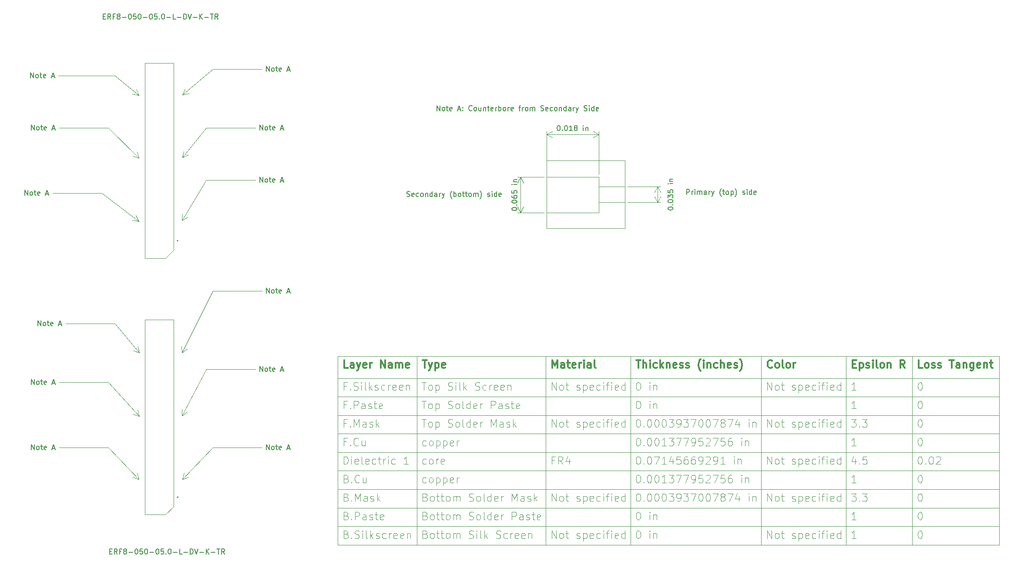
<source format=gbr>
%TF.GenerationSoftware,KiCad,Pcbnew,8.0.0*%
%TF.CreationDate,2024-07-09T15:43:22-07:00*%
%TF.ProjectId,samtec-ptl-dib-mockup-1,73616d74-6563-42d7-9074-6c2d6469622d,rev?*%
%TF.SameCoordinates,Original*%
%TF.FileFunction,AssemblyDrawing,Top*%
%FSLAX46Y46*%
G04 Gerber Fmt 4.6, Leading zero omitted, Abs format (unit mm)*
G04 Created by KiCad (PCBNEW 8.0.0) date 2024-07-09 15:43:22*
%MOMM*%
%LPD*%
G01*
G04 APERTURE LIST*
%ADD10C,0.100000*%
%ADD11C,0.300000*%
%ADD12C,0.150000*%
%ADD13C,0.200000*%
G04 APERTURE END LIST*
D10*
X108142857Y-140902000D02*
X236871426Y-140902000D01*
X190528566Y-104140000D02*
X190528566Y-140902000D01*
X236871426Y-104140000D02*
X236871426Y-140902000D01*
X108142857Y-119266000D02*
X236871426Y-119266000D01*
X108142857Y-112054000D02*
X236871426Y-112054000D01*
X108142857Y-104140000D02*
X108142857Y-140902000D01*
X108142857Y-108448000D02*
X236871426Y-108448000D01*
X207028567Y-104140000D02*
X207028567Y-140902000D01*
X165100000Y-104140000D02*
X165100000Y-140902000D01*
X108142857Y-122872000D02*
X236871426Y-122872000D01*
X108142857Y-104140000D02*
X236871426Y-104140000D01*
X219914282Y-104140000D02*
X219914282Y-140902000D01*
X123528571Y-104140000D02*
X123528571Y-140902000D01*
X108142857Y-126478000D02*
X236871426Y-126478000D01*
X108142857Y-133690000D02*
X236871426Y-133690000D01*
X158978600Y-71120000D02*
X164033200Y-71120000D01*
X164033200Y-74193400D01*
X158978600Y-74193400D01*
X158978600Y-71120000D01*
X108142857Y-130084000D02*
X236871426Y-130084000D01*
X108142857Y-115660000D02*
X236871426Y-115660000D01*
X108142857Y-137296000D02*
X236871426Y-137296000D01*
X148805900Y-69316600D02*
X158940500Y-69316600D01*
X158940500Y-76200000D01*
X148805900Y-76200000D01*
X148805900Y-69316600D01*
X148599999Y-104140000D02*
X148599999Y-140902000D01*
X148805900Y-66040000D02*
X164020500Y-66040000D01*
X164020500Y-79273400D01*
X148805900Y-79273400D01*
X148805900Y-66040000D01*
D11*
X110161653Y-106445828D02*
X109447367Y-106445828D01*
X109447367Y-106445828D02*
X109447367Y-104945828D01*
X111304511Y-106445828D02*
X111304511Y-105660114D01*
X111304511Y-105660114D02*
X111233082Y-105517257D01*
X111233082Y-105517257D02*
X111090225Y-105445828D01*
X111090225Y-105445828D02*
X110804511Y-105445828D01*
X110804511Y-105445828D02*
X110661653Y-105517257D01*
X111304511Y-106374400D02*
X111161653Y-106445828D01*
X111161653Y-106445828D02*
X110804511Y-106445828D01*
X110804511Y-106445828D02*
X110661653Y-106374400D01*
X110661653Y-106374400D02*
X110590225Y-106231542D01*
X110590225Y-106231542D02*
X110590225Y-106088685D01*
X110590225Y-106088685D02*
X110661653Y-105945828D01*
X110661653Y-105945828D02*
X110804511Y-105874400D01*
X110804511Y-105874400D02*
X111161653Y-105874400D01*
X111161653Y-105874400D02*
X111304511Y-105802971D01*
X111875939Y-105445828D02*
X112233082Y-106445828D01*
X112590225Y-105445828D02*
X112233082Y-106445828D01*
X112233082Y-106445828D02*
X112090225Y-106802971D01*
X112090225Y-106802971D02*
X112018796Y-106874400D01*
X112018796Y-106874400D02*
X111875939Y-106945828D01*
X113733082Y-106374400D02*
X113590225Y-106445828D01*
X113590225Y-106445828D02*
X113304511Y-106445828D01*
X113304511Y-106445828D02*
X113161653Y-106374400D01*
X113161653Y-106374400D02*
X113090225Y-106231542D01*
X113090225Y-106231542D02*
X113090225Y-105660114D01*
X113090225Y-105660114D02*
X113161653Y-105517257D01*
X113161653Y-105517257D02*
X113304511Y-105445828D01*
X113304511Y-105445828D02*
X113590225Y-105445828D01*
X113590225Y-105445828D02*
X113733082Y-105517257D01*
X113733082Y-105517257D02*
X113804511Y-105660114D01*
X113804511Y-105660114D02*
X113804511Y-105802971D01*
X113804511Y-105802971D02*
X113090225Y-105945828D01*
X114447367Y-106445828D02*
X114447367Y-105445828D01*
X114447367Y-105731542D02*
X114518796Y-105588685D01*
X114518796Y-105588685D02*
X114590225Y-105517257D01*
X114590225Y-105517257D02*
X114733082Y-105445828D01*
X114733082Y-105445828D02*
X114875939Y-105445828D01*
X116518795Y-106445828D02*
X116518795Y-104945828D01*
X116518795Y-104945828D02*
X117375938Y-106445828D01*
X117375938Y-106445828D02*
X117375938Y-104945828D01*
X118733082Y-106445828D02*
X118733082Y-105660114D01*
X118733082Y-105660114D02*
X118661653Y-105517257D01*
X118661653Y-105517257D02*
X118518796Y-105445828D01*
X118518796Y-105445828D02*
X118233082Y-105445828D01*
X118233082Y-105445828D02*
X118090224Y-105517257D01*
X118733082Y-106374400D02*
X118590224Y-106445828D01*
X118590224Y-106445828D02*
X118233082Y-106445828D01*
X118233082Y-106445828D02*
X118090224Y-106374400D01*
X118090224Y-106374400D02*
X118018796Y-106231542D01*
X118018796Y-106231542D02*
X118018796Y-106088685D01*
X118018796Y-106088685D02*
X118090224Y-105945828D01*
X118090224Y-105945828D02*
X118233082Y-105874400D01*
X118233082Y-105874400D02*
X118590224Y-105874400D01*
X118590224Y-105874400D02*
X118733082Y-105802971D01*
X119447367Y-106445828D02*
X119447367Y-105445828D01*
X119447367Y-105588685D02*
X119518796Y-105517257D01*
X119518796Y-105517257D02*
X119661653Y-105445828D01*
X119661653Y-105445828D02*
X119875939Y-105445828D01*
X119875939Y-105445828D02*
X120018796Y-105517257D01*
X120018796Y-105517257D02*
X120090225Y-105660114D01*
X120090225Y-105660114D02*
X120090225Y-106445828D01*
X120090225Y-105660114D02*
X120161653Y-105517257D01*
X120161653Y-105517257D02*
X120304510Y-105445828D01*
X120304510Y-105445828D02*
X120518796Y-105445828D01*
X120518796Y-105445828D02*
X120661653Y-105517257D01*
X120661653Y-105517257D02*
X120733082Y-105660114D01*
X120733082Y-105660114D02*
X120733082Y-106445828D01*
X122018796Y-106374400D02*
X121875939Y-106445828D01*
X121875939Y-106445828D02*
X121590225Y-106445828D01*
X121590225Y-106445828D02*
X121447367Y-106374400D01*
X121447367Y-106374400D02*
X121375939Y-106231542D01*
X121375939Y-106231542D02*
X121375939Y-105660114D01*
X121375939Y-105660114D02*
X121447367Y-105517257D01*
X121447367Y-105517257D02*
X121590225Y-105445828D01*
X121590225Y-105445828D02*
X121875939Y-105445828D01*
X121875939Y-105445828D02*
X122018796Y-105517257D01*
X122018796Y-105517257D02*
X122090225Y-105660114D01*
X122090225Y-105660114D02*
X122090225Y-105802971D01*
X122090225Y-105802971D02*
X121375939Y-105945828D01*
D10*
X149772930Y-139612228D02*
X149772930Y-138112228D01*
X149772930Y-138112228D02*
X150630073Y-139612228D01*
X150630073Y-139612228D02*
X150630073Y-138112228D01*
X151558645Y-139612228D02*
X151415788Y-139540800D01*
X151415788Y-139540800D02*
X151344359Y-139469371D01*
X151344359Y-139469371D02*
X151272931Y-139326514D01*
X151272931Y-139326514D02*
X151272931Y-138897942D01*
X151272931Y-138897942D02*
X151344359Y-138755085D01*
X151344359Y-138755085D02*
X151415788Y-138683657D01*
X151415788Y-138683657D02*
X151558645Y-138612228D01*
X151558645Y-138612228D02*
X151772931Y-138612228D01*
X151772931Y-138612228D02*
X151915788Y-138683657D01*
X151915788Y-138683657D02*
X151987217Y-138755085D01*
X151987217Y-138755085D02*
X152058645Y-138897942D01*
X152058645Y-138897942D02*
X152058645Y-139326514D01*
X152058645Y-139326514D02*
X151987217Y-139469371D01*
X151987217Y-139469371D02*
X151915788Y-139540800D01*
X151915788Y-139540800D02*
X151772931Y-139612228D01*
X151772931Y-139612228D02*
X151558645Y-139612228D01*
X152487217Y-138612228D02*
X153058645Y-138612228D01*
X152701502Y-138112228D02*
X152701502Y-139397942D01*
X152701502Y-139397942D02*
X152772931Y-139540800D01*
X152772931Y-139540800D02*
X152915788Y-139612228D01*
X152915788Y-139612228D02*
X153058645Y-139612228D01*
X154630074Y-139540800D02*
X154772931Y-139612228D01*
X154772931Y-139612228D02*
X155058645Y-139612228D01*
X155058645Y-139612228D02*
X155201502Y-139540800D01*
X155201502Y-139540800D02*
X155272931Y-139397942D01*
X155272931Y-139397942D02*
X155272931Y-139326514D01*
X155272931Y-139326514D02*
X155201502Y-139183657D01*
X155201502Y-139183657D02*
X155058645Y-139112228D01*
X155058645Y-139112228D02*
X154844360Y-139112228D01*
X154844360Y-139112228D02*
X154701502Y-139040800D01*
X154701502Y-139040800D02*
X154630074Y-138897942D01*
X154630074Y-138897942D02*
X154630074Y-138826514D01*
X154630074Y-138826514D02*
X154701502Y-138683657D01*
X154701502Y-138683657D02*
X154844360Y-138612228D01*
X154844360Y-138612228D02*
X155058645Y-138612228D01*
X155058645Y-138612228D02*
X155201502Y-138683657D01*
X155915788Y-138612228D02*
X155915788Y-140112228D01*
X155915788Y-138683657D02*
X156058646Y-138612228D01*
X156058646Y-138612228D02*
X156344360Y-138612228D01*
X156344360Y-138612228D02*
X156487217Y-138683657D01*
X156487217Y-138683657D02*
X156558646Y-138755085D01*
X156558646Y-138755085D02*
X156630074Y-138897942D01*
X156630074Y-138897942D02*
X156630074Y-139326514D01*
X156630074Y-139326514D02*
X156558646Y-139469371D01*
X156558646Y-139469371D02*
X156487217Y-139540800D01*
X156487217Y-139540800D02*
X156344360Y-139612228D01*
X156344360Y-139612228D02*
X156058646Y-139612228D01*
X156058646Y-139612228D02*
X155915788Y-139540800D01*
X157844360Y-139540800D02*
X157701503Y-139612228D01*
X157701503Y-139612228D02*
X157415789Y-139612228D01*
X157415789Y-139612228D02*
X157272931Y-139540800D01*
X157272931Y-139540800D02*
X157201503Y-139397942D01*
X157201503Y-139397942D02*
X157201503Y-138826514D01*
X157201503Y-138826514D02*
X157272931Y-138683657D01*
X157272931Y-138683657D02*
X157415789Y-138612228D01*
X157415789Y-138612228D02*
X157701503Y-138612228D01*
X157701503Y-138612228D02*
X157844360Y-138683657D01*
X157844360Y-138683657D02*
X157915789Y-138826514D01*
X157915789Y-138826514D02*
X157915789Y-138969371D01*
X157915789Y-138969371D02*
X157201503Y-139112228D01*
X159201503Y-139540800D02*
X159058645Y-139612228D01*
X159058645Y-139612228D02*
X158772931Y-139612228D01*
X158772931Y-139612228D02*
X158630074Y-139540800D01*
X158630074Y-139540800D02*
X158558645Y-139469371D01*
X158558645Y-139469371D02*
X158487217Y-139326514D01*
X158487217Y-139326514D02*
X158487217Y-138897942D01*
X158487217Y-138897942D02*
X158558645Y-138755085D01*
X158558645Y-138755085D02*
X158630074Y-138683657D01*
X158630074Y-138683657D02*
X158772931Y-138612228D01*
X158772931Y-138612228D02*
X159058645Y-138612228D01*
X159058645Y-138612228D02*
X159201503Y-138683657D01*
X159844359Y-139612228D02*
X159844359Y-138612228D01*
X159844359Y-138112228D02*
X159772931Y-138183657D01*
X159772931Y-138183657D02*
X159844359Y-138255085D01*
X159844359Y-138255085D02*
X159915788Y-138183657D01*
X159915788Y-138183657D02*
X159844359Y-138112228D01*
X159844359Y-138112228D02*
X159844359Y-138255085D01*
X160344360Y-138612228D02*
X160915788Y-138612228D01*
X160558645Y-139612228D02*
X160558645Y-138326514D01*
X160558645Y-138326514D02*
X160630074Y-138183657D01*
X160630074Y-138183657D02*
X160772931Y-138112228D01*
X160772931Y-138112228D02*
X160915788Y-138112228D01*
X161415788Y-139612228D02*
X161415788Y-138612228D01*
X161415788Y-138112228D02*
X161344360Y-138183657D01*
X161344360Y-138183657D02*
X161415788Y-138255085D01*
X161415788Y-138255085D02*
X161487217Y-138183657D01*
X161487217Y-138183657D02*
X161415788Y-138112228D01*
X161415788Y-138112228D02*
X161415788Y-138255085D01*
X162701503Y-139540800D02*
X162558646Y-139612228D01*
X162558646Y-139612228D02*
X162272932Y-139612228D01*
X162272932Y-139612228D02*
X162130074Y-139540800D01*
X162130074Y-139540800D02*
X162058646Y-139397942D01*
X162058646Y-139397942D02*
X162058646Y-138826514D01*
X162058646Y-138826514D02*
X162130074Y-138683657D01*
X162130074Y-138683657D02*
X162272932Y-138612228D01*
X162272932Y-138612228D02*
X162558646Y-138612228D01*
X162558646Y-138612228D02*
X162701503Y-138683657D01*
X162701503Y-138683657D02*
X162772932Y-138826514D01*
X162772932Y-138826514D02*
X162772932Y-138969371D01*
X162772932Y-138969371D02*
X162058646Y-139112228D01*
X164058646Y-139612228D02*
X164058646Y-138112228D01*
X164058646Y-139540800D02*
X163915788Y-139612228D01*
X163915788Y-139612228D02*
X163630074Y-139612228D01*
X163630074Y-139612228D02*
X163487217Y-139540800D01*
X163487217Y-139540800D02*
X163415788Y-139469371D01*
X163415788Y-139469371D02*
X163344360Y-139326514D01*
X163344360Y-139326514D02*
X163344360Y-138897942D01*
X163344360Y-138897942D02*
X163415788Y-138755085D01*
X163415788Y-138755085D02*
X163487217Y-138683657D01*
X163487217Y-138683657D02*
X163630074Y-138612228D01*
X163630074Y-138612228D02*
X163915788Y-138612228D01*
X163915788Y-138612228D02*
X164058646Y-138683657D01*
D11*
X208333077Y-105660114D02*
X208833077Y-105660114D01*
X209047363Y-106445828D02*
X208333077Y-106445828D01*
X208333077Y-106445828D02*
X208333077Y-104945828D01*
X208333077Y-104945828D02*
X209047363Y-104945828D01*
X209690220Y-105445828D02*
X209690220Y-106945828D01*
X209690220Y-105517257D02*
X209833078Y-105445828D01*
X209833078Y-105445828D02*
X210118792Y-105445828D01*
X210118792Y-105445828D02*
X210261649Y-105517257D01*
X210261649Y-105517257D02*
X210333078Y-105588685D01*
X210333078Y-105588685D02*
X210404506Y-105731542D01*
X210404506Y-105731542D02*
X210404506Y-106160114D01*
X210404506Y-106160114D02*
X210333078Y-106302971D01*
X210333078Y-106302971D02*
X210261649Y-106374400D01*
X210261649Y-106374400D02*
X210118792Y-106445828D01*
X210118792Y-106445828D02*
X209833078Y-106445828D01*
X209833078Y-106445828D02*
X209690220Y-106374400D01*
X210975935Y-106374400D02*
X211118792Y-106445828D01*
X211118792Y-106445828D02*
X211404506Y-106445828D01*
X211404506Y-106445828D02*
X211547363Y-106374400D01*
X211547363Y-106374400D02*
X211618792Y-106231542D01*
X211618792Y-106231542D02*
X211618792Y-106160114D01*
X211618792Y-106160114D02*
X211547363Y-106017257D01*
X211547363Y-106017257D02*
X211404506Y-105945828D01*
X211404506Y-105945828D02*
X211190221Y-105945828D01*
X211190221Y-105945828D02*
X211047363Y-105874400D01*
X211047363Y-105874400D02*
X210975935Y-105731542D01*
X210975935Y-105731542D02*
X210975935Y-105660114D01*
X210975935Y-105660114D02*
X211047363Y-105517257D01*
X211047363Y-105517257D02*
X211190221Y-105445828D01*
X211190221Y-105445828D02*
X211404506Y-105445828D01*
X211404506Y-105445828D02*
X211547363Y-105517257D01*
X212261649Y-106445828D02*
X212261649Y-105445828D01*
X212261649Y-104945828D02*
X212190221Y-105017257D01*
X212190221Y-105017257D02*
X212261649Y-105088685D01*
X212261649Y-105088685D02*
X212333078Y-105017257D01*
X212333078Y-105017257D02*
X212261649Y-104945828D01*
X212261649Y-104945828D02*
X212261649Y-105088685D01*
X213190221Y-106445828D02*
X213047364Y-106374400D01*
X213047364Y-106374400D02*
X212975935Y-106231542D01*
X212975935Y-106231542D02*
X212975935Y-104945828D01*
X213975935Y-106445828D02*
X213833078Y-106374400D01*
X213833078Y-106374400D02*
X213761649Y-106302971D01*
X213761649Y-106302971D02*
X213690221Y-106160114D01*
X213690221Y-106160114D02*
X213690221Y-105731542D01*
X213690221Y-105731542D02*
X213761649Y-105588685D01*
X213761649Y-105588685D02*
X213833078Y-105517257D01*
X213833078Y-105517257D02*
X213975935Y-105445828D01*
X213975935Y-105445828D02*
X214190221Y-105445828D01*
X214190221Y-105445828D02*
X214333078Y-105517257D01*
X214333078Y-105517257D02*
X214404507Y-105588685D01*
X214404507Y-105588685D02*
X214475935Y-105731542D01*
X214475935Y-105731542D02*
X214475935Y-106160114D01*
X214475935Y-106160114D02*
X214404507Y-106302971D01*
X214404507Y-106302971D02*
X214333078Y-106374400D01*
X214333078Y-106374400D02*
X214190221Y-106445828D01*
X214190221Y-106445828D02*
X213975935Y-106445828D01*
X215118792Y-105445828D02*
X215118792Y-106445828D01*
X215118792Y-105588685D02*
X215190221Y-105517257D01*
X215190221Y-105517257D02*
X215333078Y-105445828D01*
X215333078Y-105445828D02*
X215547364Y-105445828D01*
X215547364Y-105445828D02*
X215690221Y-105517257D01*
X215690221Y-105517257D02*
X215761650Y-105660114D01*
X215761650Y-105660114D02*
X215761650Y-106445828D01*
X218475935Y-106445828D02*
X217975935Y-105731542D01*
X217618792Y-106445828D02*
X217618792Y-104945828D01*
X217618792Y-104945828D02*
X218190221Y-104945828D01*
X218190221Y-104945828D02*
X218333078Y-105017257D01*
X218333078Y-105017257D02*
X218404507Y-105088685D01*
X218404507Y-105088685D02*
X218475935Y-105231542D01*
X218475935Y-105231542D02*
X218475935Y-105445828D01*
X218475935Y-105445828D02*
X218404507Y-105588685D01*
X218404507Y-105588685D02*
X218333078Y-105660114D01*
X218333078Y-105660114D02*
X218190221Y-105731542D01*
X218190221Y-105731542D02*
X217618792Y-105731542D01*
D10*
X124487217Y-112870228D02*
X125344360Y-112870228D01*
X124915788Y-114370228D02*
X124915788Y-112870228D01*
X126058645Y-114370228D02*
X125915788Y-114298800D01*
X125915788Y-114298800D02*
X125844359Y-114227371D01*
X125844359Y-114227371D02*
X125772931Y-114084514D01*
X125772931Y-114084514D02*
X125772931Y-113655942D01*
X125772931Y-113655942D02*
X125844359Y-113513085D01*
X125844359Y-113513085D02*
X125915788Y-113441657D01*
X125915788Y-113441657D02*
X126058645Y-113370228D01*
X126058645Y-113370228D02*
X126272931Y-113370228D01*
X126272931Y-113370228D02*
X126415788Y-113441657D01*
X126415788Y-113441657D02*
X126487217Y-113513085D01*
X126487217Y-113513085D02*
X126558645Y-113655942D01*
X126558645Y-113655942D02*
X126558645Y-114084514D01*
X126558645Y-114084514D02*
X126487217Y-114227371D01*
X126487217Y-114227371D02*
X126415788Y-114298800D01*
X126415788Y-114298800D02*
X126272931Y-114370228D01*
X126272931Y-114370228D02*
X126058645Y-114370228D01*
X127201502Y-113370228D02*
X127201502Y-114870228D01*
X127201502Y-113441657D02*
X127344360Y-113370228D01*
X127344360Y-113370228D02*
X127630074Y-113370228D01*
X127630074Y-113370228D02*
X127772931Y-113441657D01*
X127772931Y-113441657D02*
X127844360Y-113513085D01*
X127844360Y-113513085D02*
X127915788Y-113655942D01*
X127915788Y-113655942D02*
X127915788Y-114084514D01*
X127915788Y-114084514D02*
X127844360Y-114227371D01*
X127844360Y-114227371D02*
X127772931Y-114298800D01*
X127772931Y-114298800D02*
X127630074Y-114370228D01*
X127630074Y-114370228D02*
X127344360Y-114370228D01*
X127344360Y-114370228D02*
X127201502Y-114298800D01*
X129630074Y-114298800D02*
X129844360Y-114370228D01*
X129844360Y-114370228D02*
X130201502Y-114370228D01*
X130201502Y-114370228D02*
X130344360Y-114298800D01*
X130344360Y-114298800D02*
X130415788Y-114227371D01*
X130415788Y-114227371D02*
X130487217Y-114084514D01*
X130487217Y-114084514D02*
X130487217Y-113941657D01*
X130487217Y-113941657D02*
X130415788Y-113798800D01*
X130415788Y-113798800D02*
X130344360Y-113727371D01*
X130344360Y-113727371D02*
X130201502Y-113655942D01*
X130201502Y-113655942D02*
X129915788Y-113584514D01*
X129915788Y-113584514D02*
X129772931Y-113513085D01*
X129772931Y-113513085D02*
X129701502Y-113441657D01*
X129701502Y-113441657D02*
X129630074Y-113298800D01*
X129630074Y-113298800D02*
X129630074Y-113155942D01*
X129630074Y-113155942D02*
X129701502Y-113013085D01*
X129701502Y-113013085D02*
X129772931Y-112941657D01*
X129772931Y-112941657D02*
X129915788Y-112870228D01*
X129915788Y-112870228D02*
X130272931Y-112870228D01*
X130272931Y-112870228D02*
X130487217Y-112941657D01*
X131344359Y-114370228D02*
X131201502Y-114298800D01*
X131201502Y-114298800D02*
X131130073Y-114227371D01*
X131130073Y-114227371D02*
X131058645Y-114084514D01*
X131058645Y-114084514D02*
X131058645Y-113655942D01*
X131058645Y-113655942D02*
X131130073Y-113513085D01*
X131130073Y-113513085D02*
X131201502Y-113441657D01*
X131201502Y-113441657D02*
X131344359Y-113370228D01*
X131344359Y-113370228D02*
X131558645Y-113370228D01*
X131558645Y-113370228D02*
X131701502Y-113441657D01*
X131701502Y-113441657D02*
X131772931Y-113513085D01*
X131772931Y-113513085D02*
X131844359Y-113655942D01*
X131844359Y-113655942D02*
X131844359Y-114084514D01*
X131844359Y-114084514D02*
X131772931Y-114227371D01*
X131772931Y-114227371D02*
X131701502Y-114298800D01*
X131701502Y-114298800D02*
X131558645Y-114370228D01*
X131558645Y-114370228D02*
X131344359Y-114370228D01*
X132701502Y-114370228D02*
X132558645Y-114298800D01*
X132558645Y-114298800D02*
X132487216Y-114155942D01*
X132487216Y-114155942D02*
X132487216Y-112870228D01*
X133915788Y-114370228D02*
X133915788Y-112870228D01*
X133915788Y-114298800D02*
X133772930Y-114370228D01*
X133772930Y-114370228D02*
X133487216Y-114370228D01*
X133487216Y-114370228D02*
X133344359Y-114298800D01*
X133344359Y-114298800D02*
X133272930Y-114227371D01*
X133272930Y-114227371D02*
X133201502Y-114084514D01*
X133201502Y-114084514D02*
X133201502Y-113655942D01*
X133201502Y-113655942D02*
X133272930Y-113513085D01*
X133272930Y-113513085D02*
X133344359Y-113441657D01*
X133344359Y-113441657D02*
X133487216Y-113370228D01*
X133487216Y-113370228D02*
X133772930Y-113370228D01*
X133772930Y-113370228D02*
X133915788Y-113441657D01*
X135201502Y-114298800D02*
X135058645Y-114370228D01*
X135058645Y-114370228D02*
X134772931Y-114370228D01*
X134772931Y-114370228D02*
X134630073Y-114298800D01*
X134630073Y-114298800D02*
X134558645Y-114155942D01*
X134558645Y-114155942D02*
X134558645Y-113584514D01*
X134558645Y-113584514D02*
X134630073Y-113441657D01*
X134630073Y-113441657D02*
X134772931Y-113370228D01*
X134772931Y-113370228D02*
X135058645Y-113370228D01*
X135058645Y-113370228D02*
X135201502Y-113441657D01*
X135201502Y-113441657D02*
X135272931Y-113584514D01*
X135272931Y-113584514D02*
X135272931Y-113727371D01*
X135272931Y-113727371D02*
X134558645Y-113870228D01*
X135915787Y-114370228D02*
X135915787Y-113370228D01*
X135915787Y-113655942D02*
X135987216Y-113513085D01*
X135987216Y-113513085D02*
X136058645Y-113441657D01*
X136058645Y-113441657D02*
X136201502Y-113370228D01*
X136201502Y-113370228D02*
X136344359Y-113370228D01*
X137987215Y-114370228D02*
X137987215Y-112870228D01*
X137987215Y-112870228D02*
X138558644Y-112870228D01*
X138558644Y-112870228D02*
X138701501Y-112941657D01*
X138701501Y-112941657D02*
X138772930Y-113013085D01*
X138772930Y-113013085D02*
X138844358Y-113155942D01*
X138844358Y-113155942D02*
X138844358Y-113370228D01*
X138844358Y-113370228D02*
X138772930Y-113513085D01*
X138772930Y-113513085D02*
X138701501Y-113584514D01*
X138701501Y-113584514D02*
X138558644Y-113655942D01*
X138558644Y-113655942D02*
X137987215Y-113655942D01*
X140130073Y-114370228D02*
X140130073Y-113584514D01*
X140130073Y-113584514D02*
X140058644Y-113441657D01*
X140058644Y-113441657D02*
X139915787Y-113370228D01*
X139915787Y-113370228D02*
X139630073Y-113370228D01*
X139630073Y-113370228D02*
X139487215Y-113441657D01*
X140130073Y-114298800D02*
X139987215Y-114370228D01*
X139987215Y-114370228D02*
X139630073Y-114370228D01*
X139630073Y-114370228D02*
X139487215Y-114298800D01*
X139487215Y-114298800D02*
X139415787Y-114155942D01*
X139415787Y-114155942D02*
X139415787Y-114013085D01*
X139415787Y-114013085D02*
X139487215Y-113870228D01*
X139487215Y-113870228D02*
X139630073Y-113798800D01*
X139630073Y-113798800D02*
X139987215Y-113798800D01*
X139987215Y-113798800D02*
X140130073Y-113727371D01*
X140772930Y-114298800D02*
X140915787Y-114370228D01*
X140915787Y-114370228D02*
X141201501Y-114370228D01*
X141201501Y-114370228D02*
X141344358Y-114298800D01*
X141344358Y-114298800D02*
X141415787Y-114155942D01*
X141415787Y-114155942D02*
X141415787Y-114084514D01*
X141415787Y-114084514D02*
X141344358Y-113941657D01*
X141344358Y-113941657D02*
X141201501Y-113870228D01*
X141201501Y-113870228D02*
X140987216Y-113870228D01*
X140987216Y-113870228D02*
X140844358Y-113798800D01*
X140844358Y-113798800D02*
X140772930Y-113655942D01*
X140772930Y-113655942D02*
X140772930Y-113584514D01*
X140772930Y-113584514D02*
X140844358Y-113441657D01*
X140844358Y-113441657D02*
X140987216Y-113370228D01*
X140987216Y-113370228D02*
X141201501Y-113370228D01*
X141201501Y-113370228D02*
X141344358Y-113441657D01*
X141844359Y-113370228D02*
X142415787Y-113370228D01*
X142058644Y-112870228D02*
X142058644Y-114155942D01*
X142058644Y-114155942D02*
X142130073Y-114298800D01*
X142130073Y-114298800D02*
X142272930Y-114370228D01*
X142272930Y-114370228D02*
X142415787Y-114370228D01*
X143487216Y-114298800D02*
X143344359Y-114370228D01*
X143344359Y-114370228D02*
X143058645Y-114370228D01*
X143058645Y-114370228D02*
X142915787Y-114298800D01*
X142915787Y-114298800D02*
X142844359Y-114155942D01*
X142844359Y-114155942D02*
X142844359Y-113584514D01*
X142844359Y-113584514D02*
X142915787Y-113441657D01*
X142915787Y-113441657D02*
X143058645Y-113370228D01*
X143058645Y-113370228D02*
X143344359Y-113370228D01*
X143344359Y-113370228D02*
X143487216Y-113441657D01*
X143487216Y-113441657D02*
X143558645Y-113584514D01*
X143558645Y-113584514D02*
X143558645Y-113727371D01*
X143558645Y-113727371D02*
X142844359Y-113870228D01*
X166558646Y-138112228D02*
X166701503Y-138112228D01*
X166701503Y-138112228D02*
X166844360Y-138183657D01*
X166844360Y-138183657D02*
X166915789Y-138255085D01*
X166915789Y-138255085D02*
X166987217Y-138397942D01*
X166987217Y-138397942D02*
X167058646Y-138683657D01*
X167058646Y-138683657D02*
X167058646Y-139040800D01*
X167058646Y-139040800D02*
X166987217Y-139326514D01*
X166987217Y-139326514D02*
X166915789Y-139469371D01*
X166915789Y-139469371D02*
X166844360Y-139540800D01*
X166844360Y-139540800D02*
X166701503Y-139612228D01*
X166701503Y-139612228D02*
X166558646Y-139612228D01*
X166558646Y-139612228D02*
X166415789Y-139540800D01*
X166415789Y-139540800D02*
X166344360Y-139469371D01*
X166344360Y-139469371D02*
X166272931Y-139326514D01*
X166272931Y-139326514D02*
X166201503Y-139040800D01*
X166201503Y-139040800D02*
X166201503Y-138683657D01*
X166201503Y-138683657D02*
X166272931Y-138397942D01*
X166272931Y-138397942D02*
X166344360Y-138255085D01*
X166344360Y-138255085D02*
X166415789Y-138183657D01*
X166415789Y-138183657D02*
X166558646Y-138112228D01*
X168844359Y-139612228D02*
X168844359Y-138612228D01*
X168844359Y-138112228D02*
X168772931Y-138183657D01*
X168772931Y-138183657D02*
X168844359Y-138255085D01*
X168844359Y-138255085D02*
X168915788Y-138183657D01*
X168915788Y-138183657D02*
X168844359Y-138112228D01*
X168844359Y-138112228D02*
X168844359Y-138255085D01*
X169558645Y-138612228D02*
X169558645Y-139612228D01*
X169558645Y-138755085D02*
X169630074Y-138683657D01*
X169630074Y-138683657D02*
X169772931Y-138612228D01*
X169772931Y-138612228D02*
X169987217Y-138612228D01*
X169987217Y-138612228D02*
X170130074Y-138683657D01*
X170130074Y-138683657D02*
X170201503Y-138826514D01*
X170201503Y-138826514D02*
X170201503Y-139612228D01*
X166558646Y-123688228D02*
X166701503Y-123688228D01*
X166701503Y-123688228D02*
X166844360Y-123759657D01*
X166844360Y-123759657D02*
X166915789Y-123831085D01*
X166915789Y-123831085D02*
X166987217Y-123973942D01*
X166987217Y-123973942D02*
X167058646Y-124259657D01*
X167058646Y-124259657D02*
X167058646Y-124616800D01*
X167058646Y-124616800D02*
X166987217Y-124902514D01*
X166987217Y-124902514D02*
X166915789Y-125045371D01*
X166915789Y-125045371D02*
X166844360Y-125116800D01*
X166844360Y-125116800D02*
X166701503Y-125188228D01*
X166701503Y-125188228D02*
X166558646Y-125188228D01*
X166558646Y-125188228D02*
X166415789Y-125116800D01*
X166415789Y-125116800D02*
X166344360Y-125045371D01*
X166344360Y-125045371D02*
X166272931Y-124902514D01*
X166272931Y-124902514D02*
X166201503Y-124616800D01*
X166201503Y-124616800D02*
X166201503Y-124259657D01*
X166201503Y-124259657D02*
X166272931Y-123973942D01*
X166272931Y-123973942D02*
X166344360Y-123831085D01*
X166344360Y-123831085D02*
X166415789Y-123759657D01*
X166415789Y-123759657D02*
X166558646Y-123688228D01*
X167701502Y-125045371D02*
X167772931Y-125116800D01*
X167772931Y-125116800D02*
X167701502Y-125188228D01*
X167701502Y-125188228D02*
X167630074Y-125116800D01*
X167630074Y-125116800D02*
X167701502Y-125045371D01*
X167701502Y-125045371D02*
X167701502Y-125188228D01*
X168701503Y-123688228D02*
X168844360Y-123688228D01*
X168844360Y-123688228D02*
X168987217Y-123759657D01*
X168987217Y-123759657D02*
X169058646Y-123831085D01*
X169058646Y-123831085D02*
X169130074Y-123973942D01*
X169130074Y-123973942D02*
X169201503Y-124259657D01*
X169201503Y-124259657D02*
X169201503Y-124616800D01*
X169201503Y-124616800D02*
X169130074Y-124902514D01*
X169130074Y-124902514D02*
X169058646Y-125045371D01*
X169058646Y-125045371D02*
X168987217Y-125116800D01*
X168987217Y-125116800D02*
X168844360Y-125188228D01*
X168844360Y-125188228D02*
X168701503Y-125188228D01*
X168701503Y-125188228D02*
X168558646Y-125116800D01*
X168558646Y-125116800D02*
X168487217Y-125045371D01*
X168487217Y-125045371D02*
X168415788Y-124902514D01*
X168415788Y-124902514D02*
X168344360Y-124616800D01*
X168344360Y-124616800D02*
X168344360Y-124259657D01*
X168344360Y-124259657D02*
X168415788Y-123973942D01*
X168415788Y-123973942D02*
X168487217Y-123831085D01*
X168487217Y-123831085D02*
X168558646Y-123759657D01*
X168558646Y-123759657D02*
X168701503Y-123688228D01*
X169701502Y-123688228D02*
X170701502Y-123688228D01*
X170701502Y-123688228D02*
X170058645Y-125188228D01*
X172058645Y-125188228D02*
X171201502Y-125188228D01*
X171630073Y-125188228D02*
X171630073Y-123688228D01*
X171630073Y-123688228D02*
X171487216Y-123902514D01*
X171487216Y-123902514D02*
X171344359Y-124045371D01*
X171344359Y-124045371D02*
X171201502Y-124116800D01*
X173344359Y-124188228D02*
X173344359Y-125188228D01*
X172987216Y-123616800D02*
X172630073Y-124688228D01*
X172630073Y-124688228D02*
X173558644Y-124688228D01*
X174844358Y-123688228D02*
X174130072Y-123688228D01*
X174130072Y-123688228D02*
X174058644Y-124402514D01*
X174058644Y-124402514D02*
X174130072Y-124331085D01*
X174130072Y-124331085D02*
X174272930Y-124259657D01*
X174272930Y-124259657D02*
X174630072Y-124259657D01*
X174630072Y-124259657D02*
X174772930Y-124331085D01*
X174772930Y-124331085D02*
X174844358Y-124402514D01*
X174844358Y-124402514D02*
X174915787Y-124545371D01*
X174915787Y-124545371D02*
X174915787Y-124902514D01*
X174915787Y-124902514D02*
X174844358Y-125045371D01*
X174844358Y-125045371D02*
X174772930Y-125116800D01*
X174772930Y-125116800D02*
X174630072Y-125188228D01*
X174630072Y-125188228D02*
X174272930Y-125188228D01*
X174272930Y-125188228D02*
X174130072Y-125116800D01*
X174130072Y-125116800D02*
X174058644Y-125045371D01*
X176201501Y-123688228D02*
X175915786Y-123688228D01*
X175915786Y-123688228D02*
X175772929Y-123759657D01*
X175772929Y-123759657D02*
X175701501Y-123831085D01*
X175701501Y-123831085D02*
X175558643Y-124045371D01*
X175558643Y-124045371D02*
X175487215Y-124331085D01*
X175487215Y-124331085D02*
X175487215Y-124902514D01*
X175487215Y-124902514D02*
X175558643Y-125045371D01*
X175558643Y-125045371D02*
X175630072Y-125116800D01*
X175630072Y-125116800D02*
X175772929Y-125188228D01*
X175772929Y-125188228D02*
X176058643Y-125188228D01*
X176058643Y-125188228D02*
X176201501Y-125116800D01*
X176201501Y-125116800D02*
X176272929Y-125045371D01*
X176272929Y-125045371D02*
X176344358Y-124902514D01*
X176344358Y-124902514D02*
X176344358Y-124545371D01*
X176344358Y-124545371D02*
X176272929Y-124402514D01*
X176272929Y-124402514D02*
X176201501Y-124331085D01*
X176201501Y-124331085D02*
X176058643Y-124259657D01*
X176058643Y-124259657D02*
X175772929Y-124259657D01*
X175772929Y-124259657D02*
X175630072Y-124331085D01*
X175630072Y-124331085D02*
X175558643Y-124402514D01*
X175558643Y-124402514D02*
X175487215Y-124545371D01*
X177630072Y-123688228D02*
X177344357Y-123688228D01*
X177344357Y-123688228D02*
X177201500Y-123759657D01*
X177201500Y-123759657D02*
X177130072Y-123831085D01*
X177130072Y-123831085D02*
X176987214Y-124045371D01*
X176987214Y-124045371D02*
X176915786Y-124331085D01*
X176915786Y-124331085D02*
X176915786Y-124902514D01*
X176915786Y-124902514D02*
X176987214Y-125045371D01*
X176987214Y-125045371D02*
X177058643Y-125116800D01*
X177058643Y-125116800D02*
X177201500Y-125188228D01*
X177201500Y-125188228D02*
X177487214Y-125188228D01*
X177487214Y-125188228D02*
X177630072Y-125116800D01*
X177630072Y-125116800D02*
X177701500Y-125045371D01*
X177701500Y-125045371D02*
X177772929Y-124902514D01*
X177772929Y-124902514D02*
X177772929Y-124545371D01*
X177772929Y-124545371D02*
X177701500Y-124402514D01*
X177701500Y-124402514D02*
X177630072Y-124331085D01*
X177630072Y-124331085D02*
X177487214Y-124259657D01*
X177487214Y-124259657D02*
X177201500Y-124259657D01*
X177201500Y-124259657D02*
X177058643Y-124331085D01*
X177058643Y-124331085D02*
X176987214Y-124402514D01*
X176987214Y-124402514D02*
X176915786Y-124545371D01*
X178487214Y-125188228D02*
X178772928Y-125188228D01*
X178772928Y-125188228D02*
X178915785Y-125116800D01*
X178915785Y-125116800D02*
X178987214Y-125045371D01*
X178987214Y-125045371D02*
X179130071Y-124831085D01*
X179130071Y-124831085D02*
X179201500Y-124545371D01*
X179201500Y-124545371D02*
X179201500Y-123973942D01*
X179201500Y-123973942D02*
X179130071Y-123831085D01*
X179130071Y-123831085D02*
X179058643Y-123759657D01*
X179058643Y-123759657D02*
X178915785Y-123688228D01*
X178915785Y-123688228D02*
X178630071Y-123688228D01*
X178630071Y-123688228D02*
X178487214Y-123759657D01*
X178487214Y-123759657D02*
X178415785Y-123831085D01*
X178415785Y-123831085D02*
X178344357Y-123973942D01*
X178344357Y-123973942D02*
X178344357Y-124331085D01*
X178344357Y-124331085D02*
X178415785Y-124473942D01*
X178415785Y-124473942D02*
X178487214Y-124545371D01*
X178487214Y-124545371D02*
X178630071Y-124616800D01*
X178630071Y-124616800D02*
X178915785Y-124616800D01*
X178915785Y-124616800D02*
X179058643Y-124545371D01*
X179058643Y-124545371D02*
X179130071Y-124473942D01*
X179130071Y-124473942D02*
X179201500Y-124331085D01*
X179772928Y-123831085D02*
X179844356Y-123759657D01*
X179844356Y-123759657D02*
X179987214Y-123688228D01*
X179987214Y-123688228D02*
X180344356Y-123688228D01*
X180344356Y-123688228D02*
X180487214Y-123759657D01*
X180487214Y-123759657D02*
X180558642Y-123831085D01*
X180558642Y-123831085D02*
X180630071Y-123973942D01*
X180630071Y-123973942D02*
X180630071Y-124116800D01*
X180630071Y-124116800D02*
X180558642Y-124331085D01*
X180558642Y-124331085D02*
X179701499Y-125188228D01*
X179701499Y-125188228D02*
X180630071Y-125188228D01*
X181344356Y-125188228D02*
X181630070Y-125188228D01*
X181630070Y-125188228D02*
X181772927Y-125116800D01*
X181772927Y-125116800D02*
X181844356Y-125045371D01*
X181844356Y-125045371D02*
X181987213Y-124831085D01*
X181987213Y-124831085D02*
X182058642Y-124545371D01*
X182058642Y-124545371D02*
X182058642Y-123973942D01*
X182058642Y-123973942D02*
X181987213Y-123831085D01*
X181987213Y-123831085D02*
X181915785Y-123759657D01*
X181915785Y-123759657D02*
X181772927Y-123688228D01*
X181772927Y-123688228D02*
X181487213Y-123688228D01*
X181487213Y-123688228D02*
X181344356Y-123759657D01*
X181344356Y-123759657D02*
X181272927Y-123831085D01*
X181272927Y-123831085D02*
X181201499Y-123973942D01*
X181201499Y-123973942D02*
X181201499Y-124331085D01*
X181201499Y-124331085D02*
X181272927Y-124473942D01*
X181272927Y-124473942D02*
X181344356Y-124545371D01*
X181344356Y-124545371D02*
X181487213Y-124616800D01*
X181487213Y-124616800D02*
X181772927Y-124616800D01*
X181772927Y-124616800D02*
X181915785Y-124545371D01*
X181915785Y-124545371D02*
X181987213Y-124473942D01*
X181987213Y-124473942D02*
X182058642Y-124331085D01*
X183487213Y-125188228D02*
X182630070Y-125188228D01*
X183058641Y-125188228D02*
X183058641Y-123688228D01*
X183058641Y-123688228D02*
X182915784Y-123902514D01*
X182915784Y-123902514D02*
X182772927Y-124045371D01*
X182772927Y-124045371D02*
X182630070Y-124116800D01*
X185272926Y-125188228D02*
X185272926Y-124188228D01*
X185272926Y-123688228D02*
X185201498Y-123759657D01*
X185201498Y-123759657D02*
X185272926Y-123831085D01*
X185272926Y-123831085D02*
X185344355Y-123759657D01*
X185344355Y-123759657D02*
X185272926Y-123688228D01*
X185272926Y-123688228D02*
X185272926Y-123831085D01*
X185987212Y-124188228D02*
X185987212Y-125188228D01*
X185987212Y-124331085D02*
X186058641Y-124259657D01*
X186058641Y-124259657D02*
X186201498Y-124188228D01*
X186201498Y-124188228D02*
X186415784Y-124188228D01*
X186415784Y-124188228D02*
X186558641Y-124259657D01*
X186558641Y-124259657D02*
X186630070Y-124402514D01*
X186630070Y-124402514D02*
X186630070Y-125188228D01*
X125344360Y-125116800D02*
X125201502Y-125188228D01*
X125201502Y-125188228D02*
X124915788Y-125188228D01*
X124915788Y-125188228D02*
X124772931Y-125116800D01*
X124772931Y-125116800D02*
X124701502Y-125045371D01*
X124701502Y-125045371D02*
X124630074Y-124902514D01*
X124630074Y-124902514D02*
X124630074Y-124473942D01*
X124630074Y-124473942D02*
X124701502Y-124331085D01*
X124701502Y-124331085D02*
X124772931Y-124259657D01*
X124772931Y-124259657D02*
X124915788Y-124188228D01*
X124915788Y-124188228D02*
X125201502Y-124188228D01*
X125201502Y-124188228D02*
X125344360Y-124259657D01*
X126201502Y-125188228D02*
X126058645Y-125116800D01*
X126058645Y-125116800D02*
X125987216Y-125045371D01*
X125987216Y-125045371D02*
X125915788Y-124902514D01*
X125915788Y-124902514D02*
X125915788Y-124473942D01*
X125915788Y-124473942D02*
X125987216Y-124331085D01*
X125987216Y-124331085D02*
X126058645Y-124259657D01*
X126058645Y-124259657D02*
X126201502Y-124188228D01*
X126201502Y-124188228D02*
X126415788Y-124188228D01*
X126415788Y-124188228D02*
X126558645Y-124259657D01*
X126558645Y-124259657D02*
X126630074Y-124331085D01*
X126630074Y-124331085D02*
X126701502Y-124473942D01*
X126701502Y-124473942D02*
X126701502Y-124902514D01*
X126701502Y-124902514D02*
X126630074Y-125045371D01*
X126630074Y-125045371D02*
X126558645Y-125116800D01*
X126558645Y-125116800D02*
X126415788Y-125188228D01*
X126415788Y-125188228D02*
X126201502Y-125188228D01*
X127344359Y-125188228D02*
X127344359Y-124188228D01*
X127344359Y-124473942D02*
X127415788Y-124331085D01*
X127415788Y-124331085D02*
X127487217Y-124259657D01*
X127487217Y-124259657D02*
X127630074Y-124188228D01*
X127630074Y-124188228D02*
X127772931Y-124188228D01*
X128844359Y-125116800D02*
X128701502Y-125188228D01*
X128701502Y-125188228D02*
X128415788Y-125188228D01*
X128415788Y-125188228D02*
X128272930Y-125116800D01*
X128272930Y-125116800D02*
X128201502Y-124973942D01*
X128201502Y-124973942D02*
X128201502Y-124402514D01*
X128201502Y-124402514D02*
X128272930Y-124259657D01*
X128272930Y-124259657D02*
X128415788Y-124188228D01*
X128415788Y-124188228D02*
X128701502Y-124188228D01*
X128701502Y-124188228D02*
X128844359Y-124259657D01*
X128844359Y-124259657D02*
X128915788Y-124402514D01*
X128915788Y-124402514D02*
X128915788Y-124545371D01*
X128915788Y-124545371D02*
X128201502Y-124688228D01*
X166558646Y-109264228D02*
X166701503Y-109264228D01*
X166701503Y-109264228D02*
X166844360Y-109335657D01*
X166844360Y-109335657D02*
X166915789Y-109407085D01*
X166915789Y-109407085D02*
X166987217Y-109549942D01*
X166987217Y-109549942D02*
X167058646Y-109835657D01*
X167058646Y-109835657D02*
X167058646Y-110192800D01*
X167058646Y-110192800D02*
X166987217Y-110478514D01*
X166987217Y-110478514D02*
X166915789Y-110621371D01*
X166915789Y-110621371D02*
X166844360Y-110692800D01*
X166844360Y-110692800D02*
X166701503Y-110764228D01*
X166701503Y-110764228D02*
X166558646Y-110764228D01*
X166558646Y-110764228D02*
X166415789Y-110692800D01*
X166415789Y-110692800D02*
X166344360Y-110621371D01*
X166344360Y-110621371D02*
X166272931Y-110478514D01*
X166272931Y-110478514D02*
X166201503Y-110192800D01*
X166201503Y-110192800D02*
X166201503Y-109835657D01*
X166201503Y-109835657D02*
X166272931Y-109549942D01*
X166272931Y-109549942D02*
X166344360Y-109407085D01*
X166344360Y-109407085D02*
X166415789Y-109335657D01*
X166415789Y-109335657D02*
X166558646Y-109264228D01*
X168844359Y-110764228D02*
X168844359Y-109764228D01*
X168844359Y-109264228D02*
X168772931Y-109335657D01*
X168772931Y-109335657D02*
X168844359Y-109407085D01*
X168844359Y-109407085D02*
X168915788Y-109335657D01*
X168915788Y-109335657D02*
X168844359Y-109264228D01*
X168844359Y-109264228D02*
X168844359Y-109407085D01*
X169558645Y-109764228D02*
X169558645Y-110764228D01*
X169558645Y-109907085D02*
X169630074Y-109835657D01*
X169630074Y-109835657D02*
X169772931Y-109764228D01*
X169772931Y-109764228D02*
X169987217Y-109764228D01*
X169987217Y-109764228D02*
X170130074Y-109835657D01*
X170130074Y-109835657D02*
X170201503Y-109978514D01*
X170201503Y-109978514D02*
X170201503Y-110764228D01*
X191701497Y-132400228D02*
X191701497Y-130900228D01*
X191701497Y-130900228D02*
X192558640Y-132400228D01*
X192558640Y-132400228D02*
X192558640Y-130900228D01*
X193487212Y-132400228D02*
X193344355Y-132328800D01*
X193344355Y-132328800D02*
X193272926Y-132257371D01*
X193272926Y-132257371D02*
X193201498Y-132114514D01*
X193201498Y-132114514D02*
X193201498Y-131685942D01*
X193201498Y-131685942D02*
X193272926Y-131543085D01*
X193272926Y-131543085D02*
X193344355Y-131471657D01*
X193344355Y-131471657D02*
X193487212Y-131400228D01*
X193487212Y-131400228D02*
X193701498Y-131400228D01*
X193701498Y-131400228D02*
X193844355Y-131471657D01*
X193844355Y-131471657D02*
X193915784Y-131543085D01*
X193915784Y-131543085D02*
X193987212Y-131685942D01*
X193987212Y-131685942D02*
X193987212Y-132114514D01*
X193987212Y-132114514D02*
X193915784Y-132257371D01*
X193915784Y-132257371D02*
X193844355Y-132328800D01*
X193844355Y-132328800D02*
X193701498Y-132400228D01*
X193701498Y-132400228D02*
X193487212Y-132400228D01*
X194415784Y-131400228D02*
X194987212Y-131400228D01*
X194630069Y-130900228D02*
X194630069Y-132185942D01*
X194630069Y-132185942D02*
X194701498Y-132328800D01*
X194701498Y-132328800D02*
X194844355Y-132400228D01*
X194844355Y-132400228D02*
X194987212Y-132400228D01*
X196558641Y-132328800D02*
X196701498Y-132400228D01*
X196701498Y-132400228D02*
X196987212Y-132400228D01*
X196987212Y-132400228D02*
X197130069Y-132328800D01*
X197130069Y-132328800D02*
X197201498Y-132185942D01*
X197201498Y-132185942D02*
X197201498Y-132114514D01*
X197201498Y-132114514D02*
X197130069Y-131971657D01*
X197130069Y-131971657D02*
X196987212Y-131900228D01*
X196987212Y-131900228D02*
X196772927Y-131900228D01*
X196772927Y-131900228D02*
X196630069Y-131828800D01*
X196630069Y-131828800D02*
X196558641Y-131685942D01*
X196558641Y-131685942D02*
X196558641Y-131614514D01*
X196558641Y-131614514D02*
X196630069Y-131471657D01*
X196630069Y-131471657D02*
X196772927Y-131400228D01*
X196772927Y-131400228D02*
X196987212Y-131400228D01*
X196987212Y-131400228D02*
X197130069Y-131471657D01*
X197844355Y-131400228D02*
X197844355Y-132900228D01*
X197844355Y-131471657D02*
X197987213Y-131400228D01*
X197987213Y-131400228D02*
X198272927Y-131400228D01*
X198272927Y-131400228D02*
X198415784Y-131471657D01*
X198415784Y-131471657D02*
X198487213Y-131543085D01*
X198487213Y-131543085D02*
X198558641Y-131685942D01*
X198558641Y-131685942D02*
X198558641Y-132114514D01*
X198558641Y-132114514D02*
X198487213Y-132257371D01*
X198487213Y-132257371D02*
X198415784Y-132328800D01*
X198415784Y-132328800D02*
X198272927Y-132400228D01*
X198272927Y-132400228D02*
X197987213Y-132400228D01*
X197987213Y-132400228D02*
X197844355Y-132328800D01*
X199772927Y-132328800D02*
X199630070Y-132400228D01*
X199630070Y-132400228D02*
X199344356Y-132400228D01*
X199344356Y-132400228D02*
X199201498Y-132328800D01*
X199201498Y-132328800D02*
X199130070Y-132185942D01*
X199130070Y-132185942D02*
X199130070Y-131614514D01*
X199130070Y-131614514D02*
X199201498Y-131471657D01*
X199201498Y-131471657D02*
X199344356Y-131400228D01*
X199344356Y-131400228D02*
X199630070Y-131400228D01*
X199630070Y-131400228D02*
X199772927Y-131471657D01*
X199772927Y-131471657D02*
X199844356Y-131614514D01*
X199844356Y-131614514D02*
X199844356Y-131757371D01*
X199844356Y-131757371D02*
X199130070Y-131900228D01*
X201130070Y-132328800D02*
X200987212Y-132400228D01*
X200987212Y-132400228D02*
X200701498Y-132400228D01*
X200701498Y-132400228D02*
X200558641Y-132328800D01*
X200558641Y-132328800D02*
X200487212Y-132257371D01*
X200487212Y-132257371D02*
X200415784Y-132114514D01*
X200415784Y-132114514D02*
X200415784Y-131685942D01*
X200415784Y-131685942D02*
X200487212Y-131543085D01*
X200487212Y-131543085D02*
X200558641Y-131471657D01*
X200558641Y-131471657D02*
X200701498Y-131400228D01*
X200701498Y-131400228D02*
X200987212Y-131400228D01*
X200987212Y-131400228D02*
X201130070Y-131471657D01*
X201772926Y-132400228D02*
X201772926Y-131400228D01*
X201772926Y-130900228D02*
X201701498Y-130971657D01*
X201701498Y-130971657D02*
X201772926Y-131043085D01*
X201772926Y-131043085D02*
X201844355Y-130971657D01*
X201844355Y-130971657D02*
X201772926Y-130900228D01*
X201772926Y-130900228D02*
X201772926Y-131043085D01*
X202272927Y-131400228D02*
X202844355Y-131400228D01*
X202487212Y-132400228D02*
X202487212Y-131114514D01*
X202487212Y-131114514D02*
X202558641Y-130971657D01*
X202558641Y-130971657D02*
X202701498Y-130900228D01*
X202701498Y-130900228D02*
X202844355Y-130900228D01*
X203344355Y-132400228D02*
X203344355Y-131400228D01*
X203344355Y-130900228D02*
X203272927Y-130971657D01*
X203272927Y-130971657D02*
X203344355Y-131043085D01*
X203344355Y-131043085D02*
X203415784Y-130971657D01*
X203415784Y-130971657D02*
X203344355Y-130900228D01*
X203344355Y-130900228D02*
X203344355Y-131043085D01*
X204630070Y-132328800D02*
X204487213Y-132400228D01*
X204487213Y-132400228D02*
X204201499Y-132400228D01*
X204201499Y-132400228D02*
X204058641Y-132328800D01*
X204058641Y-132328800D02*
X203987213Y-132185942D01*
X203987213Y-132185942D02*
X203987213Y-131614514D01*
X203987213Y-131614514D02*
X204058641Y-131471657D01*
X204058641Y-131471657D02*
X204201499Y-131400228D01*
X204201499Y-131400228D02*
X204487213Y-131400228D01*
X204487213Y-131400228D02*
X204630070Y-131471657D01*
X204630070Y-131471657D02*
X204701499Y-131614514D01*
X204701499Y-131614514D02*
X204701499Y-131757371D01*
X204701499Y-131757371D02*
X203987213Y-131900228D01*
X205987213Y-132400228D02*
X205987213Y-130900228D01*
X205987213Y-132328800D02*
X205844355Y-132400228D01*
X205844355Y-132400228D02*
X205558641Y-132400228D01*
X205558641Y-132400228D02*
X205415784Y-132328800D01*
X205415784Y-132328800D02*
X205344355Y-132257371D01*
X205344355Y-132257371D02*
X205272927Y-132114514D01*
X205272927Y-132114514D02*
X205272927Y-131685942D01*
X205272927Y-131685942D02*
X205344355Y-131543085D01*
X205344355Y-131543085D02*
X205415784Y-131471657D01*
X205415784Y-131471657D02*
X205558641Y-131400228D01*
X205558641Y-131400228D02*
X205844355Y-131400228D01*
X205844355Y-131400228D02*
X205987213Y-131471657D01*
X208987213Y-121582228D02*
X208130070Y-121582228D01*
X208558641Y-121582228D02*
X208558641Y-120082228D01*
X208558641Y-120082228D02*
X208415784Y-120296514D01*
X208415784Y-120296514D02*
X208272927Y-120439371D01*
X208272927Y-120439371D02*
X208130070Y-120510800D01*
X109815788Y-138826514D02*
X110030074Y-138897942D01*
X110030074Y-138897942D02*
X110101503Y-138969371D01*
X110101503Y-138969371D02*
X110172931Y-139112228D01*
X110172931Y-139112228D02*
X110172931Y-139326514D01*
X110172931Y-139326514D02*
X110101503Y-139469371D01*
X110101503Y-139469371D02*
X110030074Y-139540800D01*
X110030074Y-139540800D02*
X109887217Y-139612228D01*
X109887217Y-139612228D02*
X109315788Y-139612228D01*
X109315788Y-139612228D02*
X109315788Y-138112228D01*
X109315788Y-138112228D02*
X109815788Y-138112228D01*
X109815788Y-138112228D02*
X109958646Y-138183657D01*
X109958646Y-138183657D02*
X110030074Y-138255085D01*
X110030074Y-138255085D02*
X110101503Y-138397942D01*
X110101503Y-138397942D02*
X110101503Y-138540800D01*
X110101503Y-138540800D02*
X110030074Y-138683657D01*
X110030074Y-138683657D02*
X109958646Y-138755085D01*
X109958646Y-138755085D02*
X109815788Y-138826514D01*
X109815788Y-138826514D02*
X109315788Y-138826514D01*
X110815788Y-139469371D02*
X110887217Y-139540800D01*
X110887217Y-139540800D02*
X110815788Y-139612228D01*
X110815788Y-139612228D02*
X110744360Y-139540800D01*
X110744360Y-139540800D02*
X110815788Y-139469371D01*
X110815788Y-139469371D02*
X110815788Y-139612228D01*
X111458646Y-139540800D02*
X111672932Y-139612228D01*
X111672932Y-139612228D02*
X112030074Y-139612228D01*
X112030074Y-139612228D02*
X112172932Y-139540800D01*
X112172932Y-139540800D02*
X112244360Y-139469371D01*
X112244360Y-139469371D02*
X112315789Y-139326514D01*
X112315789Y-139326514D02*
X112315789Y-139183657D01*
X112315789Y-139183657D02*
X112244360Y-139040800D01*
X112244360Y-139040800D02*
X112172932Y-138969371D01*
X112172932Y-138969371D02*
X112030074Y-138897942D01*
X112030074Y-138897942D02*
X111744360Y-138826514D01*
X111744360Y-138826514D02*
X111601503Y-138755085D01*
X111601503Y-138755085D02*
X111530074Y-138683657D01*
X111530074Y-138683657D02*
X111458646Y-138540800D01*
X111458646Y-138540800D02*
X111458646Y-138397942D01*
X111458646Y-138397942D02*
X111530074Y-138255085D01*
X111530074Y-138255085D02*
X111601503Y-138183657D01*
X111601503Y-138183657D02*
X111744360Y-138112228D01*
X111744360Y-138112228D02*
X112101503Y-138112228D01*
X112101503Y-138112228D02*
X112315789Y-138183657D01*
X112958645Y-139612228D02*
X112958645Y-138612228D01*
X112958645Y-138112228D02*
X112887217Y-138183657D01*
X112887217Y-138183657D02*
X112958645Y-138255085D01*
X112958645Y-138255085D02*
X113030074Y-138183657D01*
X113030074Y-138183657D02*
X112958645Y-138112228D01*
X112958645Y-138112228D02*
X112958645Y-138255085D01*
X113887217Y-139612228D02*
X113744360Y-139540800D01*
X113744360Y-139540800D02*
X113672931Y-139397942D01*
X113672931Y-139397942D02*
X113672931Y-138112228D01*
X114458645Y-139612228D02*
X114458645Y-138112228D01*
X114601503Y-139040800D02*
X115030074Y-139612228D01*
X115030074Y-138612228D02*
X114458645Y-139183657D01*
X115601503Y-139540800D02*
X115744360Y-139612228D01*
X115744360Y-139612228D02*
X116030074Y-139612228D01*
X116030074Y-139612228D02*
X116172931Y-139540800D01*
X116172931Y-139540800D02*
X116244360Y-139397942D01*
X116244360Y-139397942D02*
X116244360Y-139326514D01*
X116244360Y-139326514D02*
X116172931Y-139183657D01*
X116172931Y-139183657D02*
X116030074Y-139112228D01*
X116030074Y-139112228D02*
X115815789Y-139112228D01*
X115815789Y-139112228D02*
X115672931Y-139040800D01*
X115672931Y-139040800D02*
X115601503Y-138897942D01*
X115601503Y-138897942D02*
X115601503Y-138826514D01*
X115601503Y-138826514D02*
X115672931Y-138683657D01*
X115672931Y-138683657D02*
X115815789Y-138612228D01*
X115815789Y-138612228D02*
X116030074Y-138612228D01*
X116030074Y-138612228D02*
X116172931Y-138683657D01*
X117530075Y-139540800D02*
X117387217Y-139612228D01*
X117387217Y-139612228D02*
X117101503Y-139612228D01*
X117101503Y-139612228D02*
X116958646Y-139540800D01*
X116958646Y-139540800D02*
X116887217Y-139469371D01*
X116887217Y-139469371D02*
X116815789Y-139326514D01*
X116815789Y-139326514D02*
X116815789Y-138897942D01*
X116815789Y-138897942D02*
X116887217Y-138755085D01*
X116887217Y-138755085D02*
X116958646Y-138683657D01*
X116958646Y-138683657D02*
X117101503Y-138612228D01*
X117101503Y-138612228D02*
X117387217Y-138612228D01*
X117387217Y-138612228D02*
X117530075Y-138683657D01*
X118172931Y-139612228D02*
X118172931Y-138612228D01*
X118172931Y-138897942D02*
X118244360Y-138755085D01*
X118244360Y-138755085D02*
X118315789Y-138683657D01*
X118315789Y-138683657D02*
X118458646Y-138612228D01*
X118458646Y-138612228D02*
X118601503Y-138612228D01*
X119672931Y-139540800D02*
X119530074Y-139612228D01*
X119530074Y-139612228D02*
X119244360Y-139612228D01*
X119244360Y-139612228D02*
X119101502Y-139540800D01*
X119101502Y-139540800D02*
X119030074Y-139397942D01*
X119030074Y-139397942D02*
X119030074Y-138826514D01*
X119030074Y-138826514D02*
X119101502Y-138683657D01*
X119101502Y-138683657D02*
X119244360Y-138612228D01*
X119244360Y-138612228D02*
X119530074Y-138612228D01*
X119530074Y-138612228D02*
X119672931Y-138683657D01*
X119672931Y-138683657D02*
X119744360Y-138826514D01*
X119744360Y-138826514D02*
X119744360Y-138969371D01*
X119744360Y-138969371D02*
X119030074Y-139112228D01*
X120958645Y-139540800D02*
X120815788Y-139612228D01*
X120815788Y-139612228D02*
X120530074Y-139612228D01*
X120530074Y-139612228D02*
X120387216Y-139540800D01*
X120387216Y-139540800D02*
X120315788Y-139397942D01*
X120315788Y-139397942D02*
X120315788Y-138826514D01*
X120315788Y-138826514D02*
X120387216Y-138683657D01*
X120387216Y-138683657D02*
X120530074Y-138612228D01*
X120530074Y-138612228D02*
X120815788Y-138612228D01*
X120815788Y-138612228D02*
X120958645Y-138683657D01*
X120958645Y-138683657D02*
X121030074Y-138826514D01*
X121030074Y-138826514D02*
X121030074Y-138969371D01*
X121030074Y-138969371D02*
X120315788Y-139112228D01*
X121672930Y-138612228D02*
X121672930Y-139612228D01*
X121672930Y-138755085D02*
X121744359Y-138683657D01*
X121744359Y-138683657D02*
X121887216Y-138612228D01*
X121887216Y-138612228D02*
X122101502Y-138612228D01*
X122101502Y-138612228D02*
X122244359Y-138683657D01*
X122244359Y-138683657D02*
X122315788Y-138826514D01*
X122315788Y-138826514D02*
X122315788Y-139612228D01*
X149772930Y-110764228D02*
X149772930Y-109264228D01*
X149772930Y-109264228D02*
X150630073Y-110764228D01*
X150630073Y-110764228D02*
X150630073Y-109264228D01*
X151558645Y-110764228D02*
X151415788Y-110692800D01*
X151415788Y-110692800D02*
X151344359Y-110621371D01*
X151344359Y-110621371D02*
X151272931Y-110478514D01*
X151272931Y-110478514D02*
X151272931Y-110049942D01*
X151272931Y-110049942D02*
X151344359Y-109907085D01*
X151344359Y-109907085D02*
X151415788Y-109835657D01*
X151415788Y-109835657D02*
X151558645Y-109764228D01*
X151558645Y-109764228D02*
X151772931Y-109764228D01*
X151772931Y-109764228D02*
X151915788Y-109835657D01*
X151915788Y-109835657D02*
X151987217Y-109907085D01*
X151987217Y-109907085D02*
X152058645Y-110049942D01*
X152058645Y-110049942D02*
X152058645Y-110478514D01*
X152058645Y-110478514D02*
X151987217Y-110621371D01*
X151987217Y-110621371D02*
X151915788Y-110692800D01*
X151915788Y-110692800D02*
X151772931Y-110764228D01*
X151772931Y-110764228D02*
X151558645Y-110764228D01*
X152487217Y-109764228D02*
X153058645Y-109764228D01*
X152701502Y-109264228D02*
X152701502Y-110549942D01*
X152701502Y-110549942D02*
X152772931Y-110692800D01*
X152772931Y-110692800D02*
X152915788Y-110764228D01*
X152915788Y-110764228D02*
X153058645Y-110764228D01*
X154630074Y-110692800D02*
X154772931Y-110764228D01*
X154772931Y-110764228D02*
X155058645Y-110764228D01*
X155058645Y-110764228D02*
X155201502Y-110692800D01*
X155201502Y-110692800D02*
X155272931Y-110549942D01*
X155272931Y-110549942D02*
X155272931Y-110478514D01*
X155272931Y-110478514D02*
X155201502Y-110335657D01*
X155201502Y-110335657D02*
X155058645Y-110264228D01*
X155058645Y-110264228D02*
X154844360Y-110264228D01*
X154844360Y-110264228D02*
X154701502Y-110192800D01*
X154701502Y-110192800D02*
X154630074Y-110049942D01*
X154630074Y-110049942D02*
X154630074Y-109978514D01*
X154630074Y-109978514D02*
X154701502Y-109835657D01*
X154701502Y-109835657D02*
X154844360Y-109764228D01*
X154844360Y-109764228D02*
X155058645Y-109764228D01*
X155058645Y-109764228D02*
X155201502Y-109835657D01*
X155915788Y-109764228D02*
X155915788Y-111264228D01*
X155915788Y-109835657D02*
X156058646Y-109764228D01*
X156058646Y-109764228D02*
X156344360Y-109764228D01*
X156344360Y-109764228D02*
X156487217Y-109835657D01*
X156487217Y-109835657D02*
X156558646Y-109907085D01*
X156558646Y-109907085D02*
X156630074Y-110049942D01*
X156630074Y-110049942D02*
X156630074Y-110478514D01*
X156630074Y-110478514D02*
X156558646Y-110621371D01*
X156558646Y-110621371D02*
X156487217Y-110692800D01*
X156487217Y-110692800D02*
X156344360Y-110764228D01*
X156344360Y-110764228D02*
X156058646Y-110764228D01*
X156058646Y-110764228D02*
X155915788Y-110692800D01*
X157844360Y-110692800D02*
X157701503Y-110764228D01*
X157701503Y-110764228D02*
X157415789Y-110764228D01*
X157415789Y-110764228D02*
X157272931Y-110692800D01*
X157272931Y-110692800D02*
X157201503Y-110549942D01*
X157201503Y-110549942D02*
X157201503Y-109978514D01*
X157201503Y-109978514D02*
X157272931Y-109835657D01*
X157272931Y-109835657D02*
X157415789Y-109764228D01*
X157415789Y-109764228D02*
X157701503Y-109764228D01*
X157701503Y-109764228D02*
X157844360Y-109835657D01*
X157844360Y-109835657D02*
X157915789Y-109978514D01*
X157915789Y-109978514D02*
X157915789Y-110121371D01*
X157915789Y-110121371D02*
X157201503Y-110264228D01*
X159201503Y-110692800D02*
X159058645Y-110764228D01*
X159058645Y-110764228D02*
X158772931Y-110764228D01*
X158772931Y-110764228D02*
X158630074Y-110692800D01*
X158630074Y-110692800D02*
X158558645Y-110621371D01*
X158558645Y-110621371D02*
X158487217Y-110478514D01*
X158487217Y-110478514D02*
X158487217Y-110049942D01*
X158487217Y-110049942D02*
X158558645Y-109907085D01*
X158558645Y-109907085D02*
X158630074Y-109835657D01*
X158630074Y-109835657D02*
X158772931Y-109764228D01*
X158772931Y-109764228D02*
X159058645Y-109764228D01*
X159058645Y-109764228D02*
X159201503Y-109835657D01*
X159844359Y-110764228D02*
X159844359Y-109764228D01*
X159844359Y-109264228D02*
X159772931Y-109335657D01*
X159772931Y-109335657D02*
X159844359Y-109407085D01*
X159844359Y-109407085D02*
X159915788Y-109335657D01*
X159915788Y-109335657D02*
X159844359Y-109264228D01*
X159844359Y-109264228D02*
X159844359Y-109407085D01*
X160344360Y-109764228D02*
X160915788Y-109764228D01*
X160558645Y-110764228D02*
X160558645Y-109478514D01*
X160558645Y-109478514D02*
X160630074Y-109335657D01*
X160630074Y-109335657D02*
X160772931Y-109264228D01*
X160772931Y-109264228D02*
X160915788Y-109264228D01*
X161415788Y-110764228D02*
X161415788Y-109764228D01*
X161415788Y-109264228D02*
X161344360Y-109335657D01*
X161344360Y-109335657D02*
X161415788Y-109407085D01*
X161415788Y-109407085D02*
X161487217Y-109335657D01*
X161487217Y-109335657D02*
X161415788Y-109264228D01*
X161415788Y-109264228D02*
X161415788Y-109407085D01*
X162701503Y-110692800D02*
X162558646Y-110764228D01*
X162558646Y-110764228D02*
X162272932Y-110764228D01*
X162272932Y-110764228D02*
X162130074Y-110692800D01*
X162130074Y-110692800D02*
X162058646Y-110549942D01*
X162058646Y-110549942D02*
X162058646Y-109978514D01*
X162058646Y-109978514D02*
X162130074Y-109835657D01*
X162130074Y-109835657D02*
X162272932Y-109764228D01*
X162272932Y-109764228D02*
X162558646Y-109764228D01*
X162558646Y-109764228D02*
X162701503Y-109835657D01*
X162701503Y-109835657D02*
X162772932Y-109978514D01*
X162772932Y-109978514D02*
X162772932Y-110121371D01*
X162772932Y-110121371D02*
X162058646Y-110264228D01*
X164058646Y-110764228D02*
X164058646Y-109264228D01*
X164058646Y-110692800D02*
X163915788Y-110764228D01*
X163915788Y-110764228D02*
X163630074Y-110764228D01*
X163630074Y-110764228D02*
X163487217Y-110692800D01*
X163487217Y-110692800D02*
X163415788Y-110621371D01*
X163415788Y-110621371D02*
X163344360Y-110478514D01*
X163344360Y-110478514D02*
X163344360Y-110049942D01*
X163344360Y-110049942D02*
X163415788Y-109907085D01*
X163415788Y-109907085D02*
X163487217Y-109835657D01*
X163487217Y-109835657D02*
X163630074Y-109764228D01*
X163630074Y-109764228D02*
X163915788Y-109764228D01*
X163915788Y-109764228D02*
X164058646Y-109835657D01*
X191701497Y-117976228D02*
X191701497Y-116476228D01*
X191701497Y-116476228D02*
X192558640Y-117976228D01*
X192558640Y-117976228D02*
X192558640Y-116476228D01*
X193487212Y-117976228D02*
X193344355Y-117904800D01*
X193344355Y-117904800D02*
X193272926Y-117833371D01*
X193272926Y-117833371D02*
X193201498Y-117690514D01*
X193201498Y-117690514D02*
X193201498Y-117261942D01*
X193201498Y-117261942D02*
X193272926Y-117119085D01*
X193272926Y-117119085D02*
X193344355Y-117047657D01*
X193344355Y-117047657D02*
X193487212Y-116976228D01*
X193487212Y-116976228D02*
X193701498Y-116976228D01*
X193701498Y-116976228D02*
X193844355Y-117047657D01*
X193844355Y-117047657D02*
X193915784Y-117119085D01*
X193915784Y-117119085D02*
X193987212Y-117261942D01*
X193987212Y-117261942D02*
X193987212Y-117690514D01*
X193987212Y-117690514D02*
X193915784Y-117833371D01*
X193915784Y-117833371D02*
X193844355Y-117904800D01*
X193844355Y-117904800D02*
X193701498Y-117976228D01*
X193701498Y-117976228D02*
X193487212Y-117976228D01*
X194415784Y-116976228D02*
X194987212Y-116976228D01*
X194630069Y-116476228D02*
X194630069Y-117761942D01*
X194630069Y-117761942D02*
X194701498Y-117904800D01*
X194701498Y-117904800D02*
X194844355Y-117976228D01*
X194844355Y-117976228D02*
X194987212Y-117976228D01*
X196558641Y-117904800D02*
X196701498Y-117976228D01*
X196701498Y-117976228D02*
X196987212Y-117976228D01*
X196987212Y-117976228D02*
X197130069Y-117904800D01*
X197130069Y-117904800D02*
X197201498Y-117761942D01*
X197201498Y-117761942D02*
X197201498Y-117690514D01*
X197201498Y-117690514D02*
X197130069Y-117547657D01*
X197130069Y-117547657D02*
X196987212Y-117476228D01*
X196987212Y-117476228D02*
X196772927Y-117476228D01*
X196772927Y-117476228D02*
X196630069Y-117404800D01*
X196630069Y-117404800D02*
X196558641Y-117261942D01*
X196558641Y-117261942D02*
X196558641Y-117190514D01*
X196558641Y-117190514D02*
X196630069Y-117047657D01*
X196630069Y-117047657D02*
X196772927Y-116976228D01*
X196772927Y-116976228D02*
X196987212Y-116976228D01*
X196987212Y-116976228D02*
X197130069Y-117047657D01*
X197844355Y-116976228D02*
X197844355Y-118476228D01*
X197844355Y-117047657D02*
X197987213Y-116976228D01*
X197987213Y-116976228D02*
X198272927Y-116976228D01*
X198272927Y-116976228D02*
X198415784Y-117047657D01*
X198415784Y-117047657D02*
X198487213Y-117119085D01*
X198487213Y-117119085D02*
X198558641Y-117261942D01*
X198558641Y-117261942D02*
X198558641Y-117690514D01*
X198558641Y-117690514D02*
X198487213Y-117833371D01*
X198487213Y-117833371D02*
X198415784Y-117904800D01*
X198415784Y-117904800D02*
X198272927Y-117976228D01*
X198272927Y-117976228D02*
X197987213Y-117976228D01*
X197987213Y-117976228D02*
X197844355Y-117904800D01*
X199772927Y-117904800D02*
X199630070Y-117976228D01*
X199630070Y-117976228D02*
X199344356Y-117976228D01*
X199344356Y-117976228D02*
X199201498Y-117904800D01*
X199201498Y-117904800D02*
X199130070Y-117761942D01*
X199130070Y-117761942D02*
X199130070Y-117190514D01*
X199130070Y-117190514D02*
X199201498Y-117047657D01*
X199201498Y-117047657D02*
X199344356Y-116976228D01*
X199344356Y-116976228D02*
X199630070Y-116976228D01*
X199630070Y-116976228D02*
X199772927Y-117047657D01*
X199772927Y-117047657D02*
X199844356Y-117190514D01*
X199844356Y-117190514D02*
X199844356Y-117333371D01*
X199844356Y-117333371D02*
X199130070Y-117476228D01*
X201130070Y-117904800D02*
X200987212Y-117976228D01*
X200987212Y-117976228D02*
X200701498Y-117976228D01*
X200701498Y-117976228D02*
X200558641Y-117904800D01*
X200558641Y-117904800D02*
X200487212Y-117833371D01*
X200487212Y-117833371D02*
X200415784Y-117690514D01*
X200415784Y-117690514D02*
X200415784Y-117261942D01*
X200415784Y-117261942D02*
X200487212Y-117119085D01*
X200487212Y-117119085D02*
X200558641Y-117047657D01*
X200558641Y-117047657D02*
X200701498Y-116976228D01*
X200701498Y-116976228D02*
X200987212Y-116976228D01*
X200987212Y-116976228D02*
X201130070Y-117047657D01*
X201772926Y-117976228D02*
X201772926Y-116976228D01*
X201772926Y-116476228D02*
X201701498Y-116547657D01*
X201701498Y-116547657D02*
X201772926Y-116619085D01*
X201772926Y-116619085D02*
X201844355Y-116547657D01*
X201844355Y-116547657D02*
X201772926Y-116476228D01*
X201772926Y-116476228D02*
X201772926Y-116619085D01*
X202272927Y-116976228D02*
X202844355Y-116976228D01*
X202487212Y-117976228D02*
X202487212Y-116690514D01*
X202487212Y-116690514D02*
X202558641Y-116547657D01*
X202558641Y-116547657D02*
X202701498Y-116476228D01*
X202701498Y-116476228D02*
X202844355Y-116476228D01*
X203344355Y-117976228D02*
X203344355Y-116976228D01*
X203344355Y-116476228D02*
X203272927Y-116547657D01*
X203272927Y-116547657D02*
X203344355Y-116619085D01*
X203344355Y-116619085D02*
X203415784Y-116547657D01*
X203415784Y-116547657D02*
X203344355Y-116476228D01*
X203344355Y-116476228D02*
X203344355Y-116619085D01*
X204630070Y-117904800D02*
X204487213Y-117976228D01*
X204487213Y-117976228D02*
X204201499Y-117976228D01*
X204201499Y-117976228D02*
X204058641Y-117904800D01*
X204058641Y-117904800D02*
X203987213Y-117761942D01*
X203987213Y-117761942D02*
X203987213Y-117190514D01*
X203987213Y-117190514D02*
X204058641Y-117047657D01*
X204058641Y-117047657D02*
X204201499Y-116976228D01*
X204201499Y-116976228D02*
X204487213Y-116976228D01*
X204487213Y-116976228D02*
X204630070Y-117047657D01*
X204630070Y-117047657D02*
X204701499Y-117190514D01*
X204701499Y-117190514D02*
X204701499Y-117333371D01*
X204701499Y-117333371D02*
X203987213Y-117476228D01*
X205987213Y-117976228D02*
X205987213Y-116476228D01*
X205987213Y-117904800D02*
X205844355Y-117976228D01*
X205844355Y-117976228D02*
X205558641Y-117976228D01*
X205558641Y-117976228D02*
X205415784Y-117904800D01*
X205415784Y-117904800D02*
X205344355Y-117833371D01*
X205344355Y-117833371D02*
X205272927Y-117690514D01*
X205272927Y-117690514D02*
X205272927Y-117261942D01*
X205272927Y-117261942D02*
X205344355Y-117119085D01*
X205344355Y-117119085D02*
X205415784Y-117047657D01*
X205415784Y-117047657D02*
X205558641Y-116976228D01*
X205558641Y-116976228D02*
X205844355Y-116976228D01*
X205844355Y-116976228D02*
X205987213Y-117047657D01*
X166558646Y-127294228D02*
X166701503Y-127294228D01*
X166701503Y-127294228D02*
X166844360Y-127365657D01*
X166844360Y-127365657D02*
X166915789Y-127437085D01*
X166915789Y-127437085D02*
X166987217Y-127579942D01*
X166987217Y-127579942D02*
X167058646Y-127865657D01*
X167058646Y-127865657D02*
X167058646Y-128222800D01*
X167058646Y-128222800D02*
X166987217Y-128508514D01*
X166987217Y-128508514D02*
X166915789Y-128651371D01*
X166915789Y-128651371D02*
X166844360Y-128722800D01*
X166844360Y-128722800D02*
X166701503Y-128794228D01*
X166701503Y-128794228D02*
X166558646Y-128794228D01*
X166558646Y-128794228D02*
X166415789Y-128722800D01*
X166415789Y-128722800D02*
X166344360Y-128651371D01*
X166344360Y-128651371D02*
X166272931Y-128508514D01*
X166272931Y-128508514D02*
X166201503Y-128222800D01*
X166201503Y-128222800D02*
X166201503Y-127865657D01*
X166201503Y-127865657D02*
X166272931Y-127579942D01*
X166272931Y-127579942D02*
X166344360Y-127437085D01*
X166344360Y-127437085D02*
X166415789Y-127365657D01*
X166415789Y-127365657D02*
X166558646Y-127294228D01*
X167701502Y-128651371D02*
X167772931Y-128722800D01*
X167772931Y-128722800D02*
X167701502Y-128794228D01*
X167701502Y-128794228D02*
X167630074Y-128722800D01*
X167630074Y-128722800D02*
X167701502Y-128651371D01*
X167701502Y-128651371D02*
X167701502Y-128794228D01*
X168701503Y-127294228D02*
X168844360Y-127294228D01*
X168844360Y-127294228D02*
X168987217Y-127365657D01*
X168987217Y-127365657D02*
X169058646Y-127437085D01*
X169058646Y-127437085D02*
X169130074Y-127579942D01*
X169130074Y-127579942D02*
X169201503Y-127865657D01*
X169201503Y-127865657D02*
X169201503Y-128222800D01*
X169201503Y-128222800D02*
X169130074Y-128508514D01*
X169130074Y-128508514D02*
X169058646Y-128651371D01*
X169058646Y-128651371D02*
X168987217Y-128722800D01*
X168987217Y-128722800D02*
X168844360Y-128794228D01*
X168844360Y-128794228D02*
X168701503Y-128794228D01*
X168701503Y-128794228D02*
X168558646Y-128722800D01*
X168558646Y-128722800D02*
X168487217Y-128651371D01*
X168487217Y-128651371D02*
X168415788Y-128508514D01*
X168415788Y-128508514D02*
X168344360Y-128222800D01*
X168344360Y-128222800D02*
X168344360Y-127865657D01*
X168344360Y-127865657D02*
X168415788Y-127579942D01*
X168415788Y-127579942D02*
X168487217Y-127437085D01*
X168487217Y-127437085D02*
X168558646Y-127365657D01*
X168558646Y-127365657D02*
X168701503Y-127294228D01*
X170130074Y-127294228D02*
X170272931Y-127294228D01*
X170272931Y-127294228D02*
X170415788Y-127365657D01*
X170415788Y-127365657D02*
X170487217Y-127437085D01*
X170487217Y-127437085D02*
X170558645Y-127579942D01*
X170558645Y-127579942D02*
X170630074Y-127865657D01*
X170630074Y-127865657D02*
X170630074Y-128222800D01*
X170630074Y-128222800D02*
X170558645Y-128508514D01*
X170558645Y-128508514D02*
X170487217Y-128651371D01*
X170487217Y-128651371D02*
X170415788Y-128722800D01*
X170415788Y-128722800D02*
X170272931Y-128794228D01*
X170272931Y-128794228D02*
X170130074Y-128794228D01*
X170130074Y-128794228D02*
X169987217Y-128722800D01*
X169987217Y-128722800D02*
X169915788Y-128651371D01*
X169915788Y-128651371D02*
X169844359Y-128508514D01*
X169844359Y-128508514D02*
X169772931Y-128222800D01*
X169772931Y-128222800D02*
X169772931Y-127865657D01*
X169772931Y-127865657D02*
X169844359Y-127579942D01*
X169844359Y-127579942D02*
X169915788Y-127437085D01*
X169915788Y-127437085D02*
X169987217Y-127365657D01*
X169987217Y-127365657D02*
X170130074Y-127294228D01*
X172058645Y-128794228D02*
X171201502Y-128794228D01*
X171630073Y-128794228D02*
X171630073Y-127294228D01*
X171630073Y-127294228D02*
X171487216Y-127508514D01*
X171487216Y-127508514D02*
X171344359Y-127651371D01*
X171344359Y-127651371D02*
X171201502Y-127722800D01*
X172558644Y-127294228D02*
X173487216Y-127294228D01*
X173487216Y-127294228D02*
X172987216Y-127865657D01*
X172987216Y-127865657D02*
X173201501Y-127865657D01*
X173201501Y-127865657D02*
X173344359Y-127937085D01*
X173344359Y-127937085D02*
X173415787Y-128008514D01*
X173415787Y-128008514D02*
X173487216Y-128151371D01*
X173487216Y-128151371D02*
X173487216Y-128508514D01*
X173487216Y-128508514D02*
X173415787Y-128651371D01*
X173415787Y-128651371D02*
X173344359Y-128722800D01*
X173344359Y-128722800D02*
X173201501Y-128794228D01*
X173201501Y-128794228D02*
X172772930Y-128794228D01*
X172772930Y-128794228D02*
X172630073Y-128722800D01*
X172630073Y-128722800D02*
X172558644Y-128651371D01*
X173987215Y-127294228D02*
X174987215Y-127294228D01*
X174987215Y-127294228D02*
X174344358Y-128794228D01*
X175415786Y-127294228D02*
X176415786Y-127294228D01*
X176415786Y-127294228D02*
X175772929Y-128794228D01*
X177058643Y-128794228D02*
X177344357Y-128794228D01*
X177344357Y-128794228D02*
X177487214Y-128722800D01*
X177487214Y-128722800D02*
X177558643Y-128651371D01*
X177558643Y-128651371D02*
X177701500Y-128437085D01*
X177701500Y-128437085D02*
X177772929Y-128151371D01*
X177772929Y-128151371D02*
X177772929Y-127579942D01*
X177772929Y-127579942D02*
X177701500Y-127437085D01*
X177701500Y-127437085D02*
X177630072Y-127365657D01*
X177630072Y-127365657D02*
X177487214Y-127294228D01*
X177487214Y-127294228D02*
X177201500Y-127294228D01*
X177201500Y-127294228D02*
X177058643Y-127365657D01*
X177058643Y-127365657D02*
X176987214Y-127437085D01*
X176987214Y-127437085D02*
X176915786Y-127579942D01*
X176915786Y-127579942D02*
X176915786Y-127937085D01*
X176915786Y-127937085D02*
X176987214Y-128079942D01*
X176987214Y-128079942D02*
X177058643Y-128151371D01*
X177058643Y-128151371D02*
X177201500Y-128222800D01*
X177201500Y-128222800D02*
X177487214Y-128222800D01*
X177487214Y-128222800D02*
X177630072Y-128151371D01*
X177630072Y-128151371D02*
X177701500Y-128079942D01*
X177701500Y-128079942D02*
X177772929Y-127937085D01*
X179130071Y-127294228D02*
X178415785Y-127294228D01*
X178415785Y-127294228D02*
X178344357Y-128008514D01*
X178344357Y-128008514D02*
X178415785Y-127937085D01*
X178415785Y-127937085D02*
X178558643Y-127865657D01*
X178558643Y-127865657D02*
X178915785Y-127865657D01*
X178915785Y-127865657D02*
X179058643Y-127937085D01*
X179058643Y-127937085D02*
X179130071Y-128008514D01*
X179130071Y-128008514D02*
X179201500Y-128151371D01*
X179201500Y-128151371D02*
X179201500Y-128508514D01*
X179201500Y-128508514D02*
X179130071Y-128651371D01*
X179130071Y-128651371D02*
X179058643Y-128722800D01*
X179058643Y-128722800D02*
X178915785Y-128794228D01*
X178915785Y-128794228D02*
X178558643Y-128794228D01*
X178558643Y-128794228D02*
X178415785Y-128722800D01*
X178415785Y-128722800D02*
X178344357Y-128651371D01*
X179772928Y-127437085D02*
X179844356Y-127365657D01*
X179844356Y-127365657D02*
X179987214Y-127294228D01*
X179987214Y-127294228D02*
X180344356Y-127294228D01*
X180344356Y-127294228D02*
X180487214Y-127365657D01*
X180487214Y-127365657D02*
X180558642Y-127437085D01*
X180558642Y-127437085D02*
X180630071Y-127579942D01*
X180630071Y-127579942D02*
X180630071Y-127722800D01*
X180630071Y-127722800D02*
X180558642Y-127937085D01*
X180558642Y-127937085D02*
X179701499Y-128794228D01*
X179701499Y-128794228D02*
X180630071Y-128794228D01*
X181130070Y-127294228D02*
X182130070Y-127294228D01*
X182130070Y-127294228D02*
X181487213Y-128794228D01*
X183415784Y-127294228D02*
X182701498Y-127294228D01*
X182701498Y-127294228D02*
X182630070Y-128008514D01*
X182630070Y-128008514D02*
X182701498Y-127937085D01*
X182701498Y-127937085D02*
X182844356Y-127865657D01*
X182844356Y-127865657D02*
X183201498Y-127865657D01*
X183201498Y-127865657D02*
X183344356Y-127937085D01*
X183344356Y-127937085D02*
X183415784Y-128008514D01*
X183415784Y-128008514D02*
X183487213Y-128151371D01*
X183487213Y-128151371D02*
X183487213Y-128508514D01*
X183487213Y-128508514D02*
X183415784Y-128651371D01*
X183415784Y-128651371D02*
X183344356Y-128722800D01*
X183344356Y-128722800D02*
X183201498Y-128794228D01*
X183201498Y-128794228D02*
X182844356Y-128794228D01*
X182844356Y-128794228D02*
X182701498Y-128722800D01*
X182701498Y-128722800D02*
X182630070Y-128651371D01*
X184772927Y-127294228D02*
X184487212Y-127294228D01*
X184487212Y-127294228D02*
X184344355Y-127365657D01*
X184344355Y-127365657D02*
X184272927Y-127437085D01*
X184272927Y-127437085D02*
X184130069Y-127651371D01*
X184130069Y-127651371D02*
X184058641Y-127937085D01*
X184058641Y-127937085D02*
X184058641Y-128508514D01*
X184058641Y-128508514D02*
X184130069Y-128651371D01*
X184130069Y-128651371D02*
X184201498Y-128722800D01*
X184201498Y-128722800D02*
X184344355Y-128794228D01*
X184344355Y-128794228D02*
X184630069Y-128794228D01*
X184630069Y-128794228D02*
X184772927Y-128722800D01*
X184772927Y-128722800D02*
X184844355Y-128651371D01*
X184844355Y-128651371D02*
X184915784Y-128508514D01*
X184915784Y-128508514D02*
X184915784Y-128151371D01*
X184915784Y-128151371D02*
X184844355Y-128008514D01*
X184844355Y-128008514D02*
X184772927Y-127937085D01*
X184772927Y-127937085D02*
X184630069Y-127865657D01*
X184630069Y-127865657D02*
X184344355Y-127865657D01*
X184344355Y-127865657D02*
X184201498Y-127937085D01*
X184201498Y-127937085D02*
X184130069Y-128008514D01*
X184130069Y-128008514D02*
X184058641Y-128151371D01*
X186701497Y-128794228D02*
X186701497Y-127794228D01*
X186701497Y-127294228D02*
X186630069Y-127365657D01*
X186630069Y-127365657D02*
X186701497Y-127437085D01*
X186701497Y-127437085D02*
X186772926Y-127365657D01*
X186772926Y-127365657D02*
X186701497Y-127294228D01*
X186701497Y-127294228D02*
X186701497Y-127437085D01*
X187415783Y-127794228D02*
X187415783Y-128794228D01*
X187415783Y-127937085D02*
X187487212Y-127865657D01*
X187487212Y-127865657D02*
X187630069Y-127794228D01*
X187630069Y-127794228D02*
X187844355Y-127794228D01*
X187844355Y-127794228D02*
X187987212Y-127865657D01*
X187987212Y-127865657D02*
X188058641Y-128008514D01*
X188058641Y-128008514D02*
X188058641Y-128794228D01*
X208987213Y-139612228D02*
X208130070Y-139612228D01*
X208558641Y-139612228D02*
X208558641Y-138112228D01*
X208558641Y-138112228D02*
X208415784Y-138326514D01*
X208415784Y-138326514D02*
X208272927Y-138469371D01*
X208272927Y-138469371D02*
X208130070Y-138540800D01*
X208058641Y-116476228D02*
X208987213Y-116476228D01*
X208987213Y-116476228D02*
X208487213Y-117047657D01*
X208487213Y-117047657D02*
X208701498Y-117047657D01*
X208701498Y-117047657D02*
X208844356Y-117119085D01*
X208844356Y-117119085D02*
X208915784Y-117190514D01*
X208915784Y-117190514D02*
X208987213Y-117333371D01*
X208987213Y-117333371D02*
X208987213Y-117690514D01*
X208987213Y-117690514D02*
X208915784Y-117833371D01*
X208915784Y-117833371D02*
X208844356Y-117904800D01*
X208844356Y-117904800D02*
X208701498Y-117976228D01*
X208701498Y-117976228D02*
X208272927Y-117976228D01*
X208272927Y-117976228D02*
X208130070Y-117904800D01*
X208130070Y-117904800D02*
X208058641Y-117833371D01*
X209630069Y-117833371D02*
X209701498Y-117904800D01*
X209701498Y-117904800D02*
X209630069Y-117976228D01*
X209630069Y-117976228D02*
X209558641Y-117904800D01*
X209558641Y-117904800D02*
X209630069Y-117833371D01*
X209630069Y-117833371D02*
X209630069Y-117976228D01*
X210201498Y-116476228D02*
X211130070Y-116476228D01*
X211130070Y-116476228D02*
X210630070Y-117047657D01*
X210630070Y-117047657D02*
X210844355Y-117047657D01*
X210844355Y-117047657D02*
X210987213Y-117119085D01*
X210987213Y-117119085D02*
X211058641Y-117190514D01*
X211058641Y-117190514D02*
X211130070Y-117333371D01*
X211130070Y-117333371D02*
X211130070Y-117690514D01*
X211130070Y-117690514D02*
X211058641Y-117833371D01*
X211058641Y-117833371D02*
X210987213Y-117904800D01*
X210987213Y-117904800D02*
X210844355Y-117976228D01*
X210844355Y-117976228D02*
X210415784Y-117976228D01*
X210415784Y-117976228D02*
X210272927Y-117904800D01*
X210272927Y-117904800D02*
X210201498Y-117833371D01*
D11*
X192690219Y-106302971D02*
X192618791Y-106374400D01*
X192618791Y-106374400D02*
X192404505Y-106445828D01*
X192404505Y-106445828D02*
X192261648Y-106445828D01*
X192261648Y-106445828D02*
X192047362Y-106374400D01*
X192047362Y-106374400D02*
X191904505Y-106231542D01*
X191904505Y-106231542D02*
X191833076Y-106088685D01*
X191833076Y-106088685D02*
X191761648Y-105802971D01*
X191761648Y-105802971D02*
X191761648Y-105588685D01*
X191761648Y-105588685D02*
X191833076Y-105302971D01*
X191833076Y-105302971D02*
X191904505Y-105160114D01*
X191904505Y-105160114D02*
X192047362Y-105017257D01*
X192047362Y-105017257D02*
X192261648Y-104945828D01*
X192261648Y-104945828D02*
X192404505Y-104945828D01*
X192404505Y-104945828D02*
X192618791Y-105017257D01*
X192618791Y-105017257D02*
X192690219Y-105088685D01*
X193547362Y-106445828D02*
X193404505Y-106374400D01*
X193404505Y-106374400D02*
X193333076Y-106302971D01*
X193333076Y-106302971D02*
X193261648Y-106160114D01*
X193261648Y-106160114D02*
X193261648Y-105731542D01*
X193261648Y-105731542D02*
X193333076Y-105588685D01*
X193333076Y-105588685D02*
X193404505Y-105517257D01*
X193404505Y-105517257D02*
X193547362Y-105445828D01*
X193547362Y-105445828D02*
X193761648Y-105445828D01*
X193761648Y-105445828D02*
X193904505Y-105517257D01*
X193904505Y-105517257D02*
X193975934Y-105588685D01*
X193975934Y-105588685D02*
X194047362Y-105731542D01*
X194047362Y-105731542D02*
X194047362Y-106160114D01*
X194047362Y-106160114D02*
X193975934Y-106302971D01*
X193975934Y-106302971D02*
X193904505Y-106374400D01*
X193904505Y-106374400D02*
X193761648Y-106445828D01*
X193761648Y-106445828D02*
X193547362Y-106445828D01*
X194904505Y-106445828D02*
X194761648Y-106374400D01*
X194761648Y-106374400D02*
X194690219Y-106231542D01*
X194690219Y-106231542D02*
X194690219Y-104945828D01*
X195690219Y-106445828D02*
X195547362Y-106374400D01*
X195547362Y-106374400D02*
X195475933Y-106302971D01*
X195475933Y-106302971D02*
X195404505Y-106160114D01*
X195404505Y-106160114D02*
X195404505Y-105731542D01*
X195404505Y-105731542D02*
X195475933Y-105588685D01*
X195475933Y-105588685D02*
X195547362Y-105517257D01*
X195547362Y-105517257D02*
X195690219Y-105445828D01*
X195690219Y-105445828D02*
X195904505Y-105445828D01*
X195904505Y-105445828D02*
X196047362Y-105517257D01*
X196047362Y-105517257D02*
X196118791Y-105588685D01*
X196118791Y-105588685D02*
X196190219Y-105731542D01*
X196190219Y-105731542D02*
X196190219Y-106160114D01*
X196190219Y-106160114D02*
X196118791Y-106302971D01*
X196118791Y-106302971D02*
X196047362Y-106374400D01*
X196047362Y-106374400D02*
X195904505Y-106445828D01*
X195904505Y-106445828D02*
X195690219Y-106445828D01*
X196833076Y-106445828D02*
X196833076Y-105445828D01*
X196833076Y-105731542D02*
X196904505Y-105588685D01*
X196904505Y-105588685D02*
X196975934Y-105517257D01*
X196975934Y-105517257D02*
X197118791Y-105445828D01*
X197118791Y-105445828D02*
X197261648Y-105445828D01*
D10*
X166558646Y-112870228D02*
X166701503Y-112870228D01*
X166701503Y-112870228D02*
X166844360Y-112941657D01*
X166844360Y-112941657D02*
X166915789Y-113013085D01*
X166915789Y-113013085D02*
X166987217Y-113155942D01*
X166987217Y-113155942D02*
X167058646Y-113441657D01*
X167058646Y-113441657D02*
X167058646Y-113798800D01*
X167058646Y-113798800D02*
X166987217Y-114084514D01*
X166987217Y-114084514D02*
X166915789Y-114227371D01*
X166915789Y-114227371D02*
X166844360Y-114298800D01*
X166844360Y-114298800D02*
X166701503Y-114370228D01*
X166701503Y-114370228D02*
X166558646Y-114370228D01*
X166558646Y-114370228D02*
X166415789Y-114298800D01*
X166415789Y-114298800D02*
X166344360Y-114227371D01*
X166344360Y-114227371D02*
X166272931Y-114084514D01*
X166272931Y-114084514D02*
X166201503Y-113798800D01*
X166201503Y-113798800D02*
X166201503Y-113441657D01*
X166201503Y-113441657D02*
X166272931Y-113155942D01*
X166272931Y-113155942D02*
X166344360Y-113013085D01*
X166344360Y-113013085D02*
X166415789Y-112941657D01*
X166415789Y-112941657D02*
X166558646Y-112870228D01*
X168844359Y-114370228D02*
X168844359Y-113370228D01*
X168844359Y-112870228D02*
X168772931Y-112941657D01*
X168772931Y-112941657D02*
X168844359Y-113013085D01*
X168844359Y-113013085D02*
X168915788Y-112941657D01*
X168915788Y-112941657D02*
X168844359Y-112870228D01*
X168844359Y-112870228D02*
X168844359Y-113013085D01*
X169558645Y-113370228D02*
X169558645Y-114370228D01*
X169558645Y-113513085D02*
X169630074Y-113441657D01*
X169630074Y-113441657D02*
X169772931Y-113370228D01*
X169772931Y-113370228D02*
X169987217Y-113370228D01*
X169987217Y-113370228D02*
X170130074Y-113441657D01*
X170130074Y-113441657D02*
X170201503Y-113584514D01*
X170201503Y-113584514D02*
X170201503Y-114370228D01*
X166558646Y-134506228D02*
X166701503Y-134506228D01*
X166701503Y-134506228D02*
X166844360Y-134577657D01*
X166844360Y-134577657D02*
X166915789Y-134649085D01*
X166915789Y-134649085D02*
X166987217Y-134791942D01*
X166987217Y-134791942D02*
X167058646Y-135077657D01*
X167058646Y-135077657D02*
X167058646Y-135434800D01*
X167058646Y-135434800D02*
X166987217Y-135720514D01*
X166987217Y-135720514D02*
X166915789Y-135863371D01*
X166915789Y-135863371D02*
X166844360Y-135934800D01*
X166844360Y-135934800D02*
X166701503Y-136006228D01*
X166701503Y-136006228D02*
X166558646Y-136006228D01*
X166558646Y-136006228D02*
X166415789Y-135934800D01*
X166415789Y-135934800D02*
X166344360Y-135863371D01*
X166344360Y-135863371D02*
X166272931Y-135720514D01*
X166272931Y-135720514D02*
X166201503Y-135434800D01*
X166201503Y-135434800D02*
X166201503Y-135077657D01*
X166201503Y-135077657D02*
X166272931Y-134791942D01*
X166272931Y-134791942D02*
X166344360Y-134649085D01*
X166344360Y-134649085D02*
X166415789Y-134577657D01*
X166415789Y-134577657D02*
X166558646Y-134506228D01*
X168844359Y-136006228D02*
X168844359Y-135006228D01*
X168844359Y-134506228D02*
X168772931Y-134577657D01*
X168772931Y-134577657D02*
X168844359Y-134649085D01*
X168844359Y-134649085D02*
X168915788Y-134577657D01*
X168915788Y-134577657D02*
X168844359Y-134506228D01*
X168844359Y-134506228D02*
X168844359Y-134649085D01*
X169558645Y-135006228D02*
X169558645Y-136006228D01*
X169558645Y-135149085D02*
X169630074Y-135077657D01*
X169630074Y-135077657D02*
X169772931Y-135006228D01*
X169772931Y-135006228D02*
X169987217Y-135006228D01*
X169987217Y-135006228D02*
X170130074Y-135077657D01*
X170130074Y-135077657D02*
X170201503Y-135220514D01*
X170201503Y-135220514D02*
X170201503Y-136006228D01*
D11*
X221933078Y-106445828D02*
X221218792Y-106445828D01*
X221218792Y-106445828D02*
X221218792Y-104945828D01*
X222647364Y-106445828D02*
X222504507Y-106374400D01*
X222504507Y-106374400D02*
X222433078Y-106302971D01*
X222433078Y-106302971D02*
X222361650Y-106160114D01*
X222361650Y-106160114D02*
X222361650Y-105731542D01*
X222361650Y-105731542D02*
X222433078Y-105588685D01*
X222433078Y-105588685D02*
X222504507Y-105517257D01*
X222504507Y-105517257D02*
X222647364Y-105445828D01*
X222647364Y-105445828D02*
X222861650Y-105445828D01*
X222861650Y-105445828D02*
X223004507Y-105517257D01*
X223004507Y-105517257D02*
X223075936Y-105588685D01*
X223075936Y-105588685D02*
X223147364Y-105731542D01*
X223147364Y-105731542D02*
X223147364Y-106160114D01*
X223147364Y-106160114D02*
X223075936Y-106302971D01*
X223075936Y-106302971D02*
X223004507Y-106374400D01*
X223004507Y-106374400D02*
X222861650Y-106445828D01*
X222861650Y-106445828D02*
X222647364Y-106445828D01*
X223718793Y-106374400D02*
X223861650Y-106445828D01*
X223861650Y-106445828D02*
X224147364Y-106445828D01*
X224147364Y-106445828D02*
X224290221Y-106374400D01*
X224290221Y-106374400D02*
X224361650Y-106231542D01*
X224361650Y-106231542D02*
X224361650Y-106160114D01*
X224361650Y-106160114D02*
X224290221Y-106017257D01*
X224290221Y-106017257D02*
X224147364Y-105945828D01*
X224147364Y-105945828D02*
X223933079Y-105945828D01*
X223933079Y-105945828D02*
X223790221Y-105874400D01*
X223790221Y-105874400D02*
X223718793Y-105731542D01*
X223718793Y-105731542D02*
X223718793Y-105660114D01*
X223718793Y-105660114D02*
X223790221Y-105517257D01*
X223790221Y-105517257D02*
X223933079Y-105445828D01*
X223933079Y-105445828D02*
X224147364Y-105445828D01*
X224147364Y-105445828D02*
X224290221Y-105517257D01*
X224933079Y-106374400D02*
X225075936Y-106445828D01*
X225075936Y-106445828D02*
X225361650Y-106445828D01*
X225361650Y-106445828D02*
X225504507Y-106374400D01*
X225504507Y-106374400D02*
X225575936Y-106231542D01*
X225575936Y-106231542D02*
X225575936Y-106160114D01*
X225575936Y-106160114D02*
X225504507Y-106017257D01*
X225504507Y-106017257D02*
X225361650Y-105945828D01*
X225361650Y-105945828D02*
X225147365Y-105945828D01*
X225147365Y-105945828D02*
X225004507Y-105874400D01*
X225004507Y-105874400D02*
X224933079Y-105731542D01*
X224933079Y-105731542D02*
X224933079Y-105660114D01*
X224933079Y-105660114D02*
X225004507Y-105517257D01*
X225004507Y-105517257D02*
X225147365Y-105445828D01*
X225147365Y-105445828D02*
X225361650Y-105445828D01*
X225361650Y-105445828D02*
X225504507Y-105517257D01*
X227147365Y-104945828D02*
X228004508Y-104945828D01*
X227575936Y-106445828D02*
X227575936Y-104945828D01*
X229147365Y-106445828D02*
X229147365Y-105660114D01*
X229147365Y-105660114D02*
X229075936Y-105517257D01*
X229075936Y-105517257D02*
X228933079Y-105445828D01*
X228933079Y-105445828D02*
X228647365Y-105445828D01*
X228647365Y-105445828D02*
X228504507Y-105517257D01*
X229147365Y-106374400D02*
X229004507Y-106445828D01*
X229004507Y-106445828D02*
X228647365Y-106445828D01*
X228647365Y-106445828D02*
X228504507Y-106374400D01*
X228504507Y-106374400D02*
X228433079Y-106231542D01*
X228433079Y-106231542D02*
X228433079Y-106088685D01*
X228433079Y-106088685D02*
X228504507Y-105945828D01*
X228504507Y-105945828D02*
X228647365Y-105874400D01*
X228647365Y-105874400D02*
X229004507Y-105874400D01*
X229004507Y-105874400D02*
X229147365Y-105802971D01*
X229861650Y-105445828D02*
X229861650Y-106445828D01*
X229861650Y-105588685D02*
X229933079Y-105517257D01*
X229933079Y-105517257D02*
X230075936Y-105445828D01*
X230075936Y-105445828D02*
X230290222Y-105445828D01*
X230290222Y-105445828D02*
X230433079Y-105517257D01*
X230433079Y-105517257D02*
X230504508Y-105660114D01*
X230504508Y-105660114D02*
X230504508Y-106445828D01*
X231861651Y-105445828D02*
X231861651Y-106660114D01*
X231861651Y-106660114D02*
X231790222Y-106802971D01*
X231790222Y-106802971D02*
X231718793Y-106874400D01*
X231718793Y-106874400D02*
X231575936Y-106945828D01*
X231575936Y-106945828D02*
X231361651Y-106945828D01*
X231361651Y-106945828D02*
X231218793Y-106874400D01*
X231861651Y-106374400D02*
X231718793Y-106445828D01*
X231718793Y-106445828D02*
X231433079Y-106445828D01*
X231433079Y-106445828D02*
X231290222Y-106374400D01*
X231290222Y-106374400D02*
X231218793Y-106302971D01*
X231218793Y-106302971D02*
X231147365Y-106160114D01*
X231147365Y-106160114D02*
X231147365Y-105731542D01*
X231147365Y-105731542D02*
X231218793Y-105588685D01*
X231218793Y-105588685D02*
X231290222Y-105517257D01*
X231290222Y-105517257D02*
X231433079Y-105445828D01*
X231433079Y-105445828D02*
X231718793Y-105445828D01*
X231718793Y-105445828D02*
X231861651Y-105517257D01*
X233147365Y-106374400D02*
X233004508Y-106445828D01*
X233004508Y-106445828D02*
X232718794Y-106445828D01*
X232718794Y-106445828D02*
X232575936Y-106374400D01*
X232575936Y-106374400D02*
X232504508Y-106231542D01*
X232504508Y-106231542D02*
X232504508Y-105660114D01*
X232504508Y-105660114D02*
X232575936Y-105517257D01*
X232575936Y-105517257D02*
X232718794Y-105445828D01*
X232718794Y-105445828D02*
X233004508Y-105445828D01*
X233004508Y-105445828D02*
X233147365Y-105517257D01*
X233147365Y-105517257D02*
X233218794Y-105660114D01*
X233218794Y-105660114D02*
X233218794Y-105802971D01*
X233218794Y-105802971D02*
X232504508Y-105945828D01*
X233861650Y-105445828D02*
X233861650Y-106445828D01*
X233861650Y-105588685D02*
X233933079Y-105517257D01*
X233933079Y-105517257D02*
X234075936Y-105445828D01*
X234075936Y-105445828D02*
X234290222Y-105445828D01*
X234290222Y-105445828D02*
X234433079Y-105517257D01*
X234433079Y-105517257D02*
X234504508Y-105660114D01*
X234504508Y-105660114D02*
X234504508Y-106445828D01*
X235004508Y-105445828D02*
X235575936Y-105445828D01*
X235218793Y-104945828D02*
X235218793Y-106231542D01*
X235218793Y-106231542D02*
X235290222Y-106374400D01*
X235290222Y-106374400D02*
X235433079Y-106445828D01*
X235433079Y-106445828D02*
X235575936Y-106445828D01*
D10*
X149772930Y-117976228D02*
X149772930Y-116476228D01*
X149772930Y-116476228D02*
X150630073Y-117976228D01*
X150630073Y-117976228D02*
X150630073Y-116476228D01*
X151558645Y-117976228D02*
X151415788Y-117904800D01*
X151415788Y-117904800D02*
X151344359Y-117833371D01*
X151344359Y-117833371D02*
X151272931Y-117690514D01*
X151272931Y-117690514D02*
X151272931Y-117261942D01*
X151272931Y-117261942D02*
X151344359Y-117119085D01*
X151344359Y-117119085D02*
X151415788Y-117047657D01*
X151415788Y-117047657D02*
X151558645Y-116976228D01*
X151558645Y-116976228D02*
X151772931Y-116976228D01*
X151772931Y-116976228D02*
X151915788Y-117047657D01*
X151915788Y-117047657D02*
X151987217Y-117119085D01*
X151987217Y-117119085D02*
X152058645Y-117261942D01*
X152058645Y-117261942D02*
X152058645Y-117690514D01*
X152058645Y-117690514D02*
X151987217Y-117833371D01*
X151987217Y-117833371D02*
X151915788Y-117904800D01*
X151915788Y-117904800D02*
X151772931Y-117976228D01*
X151772931Y-117976228D02*
X151558645Y-117976228D01*
X152487217Y-116976228D02*
X153058645Y-116976228D01*
X152701502Y-116476228D02*
X152701502Y-117761942D01*
X152701502Y-117761942D02*
X152772931Y-117904800D01*
X152772931Y-117904800D02*
X152915788Y-117976228D01*
X152915788Y-117976228D02*
X153058645Y-117976228D01*
X154630074Y-117904800D02*
X154772931Y-117976228D01*
X154772931Y-117976228D02*
X155058645Y-117976228D01*
X155058645Y-117976228D02*
X155201502Y-117904800D01*
X155201502Y-117904800D02*
X155272931Y-117761942D01*
X155272931Y-117761942D02*
X155272931Y-117690514D01*
X155272931Y-117690514D02*
X155201502Y-117547657D01*
X155201502Y-117547657D02*
X155058645Y-117476228D01*
X155058645Y-117476228D02*
X154844360Y-117476228D01*
X154844360Y-117476228D02*
X154701502Y-117404800D01*
X154701502Y-117404800D02*
X154630074Y-117261942D01*
X154630074Y-117261942D02*
X154630074Y-117190514D01*
X154630074Y-117190514D02*
X154701502Y-117047657D01*
X154701502Y-117047657D02*
X154844360Y-116976228D01*
X154844360Y-116976228D02*
X155058645Y-116976228D01*
X155058645Y-116976228D02*
X155201502Y-117047657D01*
X155915788Y-116976228D02*
X155915788Y-118476228D01*
X155915788Y-117047657D02*
X156058646Y-116976228D01*
X156058646Y-116976228D02*
X156344360Y-116976228D01*
X156344360Y-116976228D02*
X156487217Y-117047657D01*
X156487217Y-117047657D02*
X156558646Y-117119085D01*
X156558646Y-117119085D02*
X156630074Y-117261942D01*
X156630074Y-117261942D02*
X156630074Y-117690514D01*
X156630074Y-117690514D02*
X156558646Y-117833371D01*
X156558646Y-117833371D02*
X156487217Y-117904800D01*
X156487217Y-117904800D02*
X156344360Y-117976228D01*
X156344360Y-117976228D02*
X156058646Y-117976228D01*
X156058646Y-117976228D02*
X155915788Y-117904800D01*
X157844360Y-117904800D02*
X157701503Y-117976228D01*
X157701503Y-117976228D02*
X157415789Y-117976228D01*
X157415789Y-117976228D02*
X157272931Y-117904800D01*
X157272931Y-117904800D02*
X157201503Y-117761942D01*
X157201503Y-117761942D02*
X157201503Y-117190514D01*
X157201503Y-117190514D02*
X157272931Y-117047657D01*
X157272931Y-117047657D02*
X157415789Y-116976228D01*
X157415789Y-116976228D02*
X157701503Y-116976228D01*
X157701503Y-116976228D02*
X157844360Y-117047657D01*
X157844360Y-117047657D02*
X157915789Y-117190514D01*
X157915789Y-117190514D02*
X157915789Y-117333371D01*
X157915789Y-117333371D02*
X157201503Y-117476228D01*
X159201503Y-117904800D02*
X159058645Y-117976228D01*
X159058645Y-117976228D02*
X158772931Y-117976228D01*
X158772931Y-117976228D02*
X158630074Y-117904800D01*
X158630074Y-117904800D02*
X158558645Y-117833371D01*
X158558645Y-117833371D02*
X158487217Y-117690514D01*
X158487217Y-117690514D02*
X158487217Y-117261942D01*
X158487217Y-117261942D02*
X158558645Y-117119085D01*
X158558645Y-117119085D02*
X158630074Y-117047657D01*
X158630074Y-117047657D02*
X158772931Y-116976228D01*
X158772931Y-116976228D02*
X159058645Y-116976228D01*
X159058645Y-116976228D02*
X159201503Y-117047657D01*
X159844359Y-117976228D02*
X159844359Y-116976228D01*
X159844359Y-116476228D02*
X159772931Y-116547657D01*
X159772931Y-116547657D02*
X159844359Y-116619085D01*
X159844359Y-116619085D02*
X159915788Y-116547657D01*
X159915788Y-116547657D02*
X159844359Y-116476228D01*
X159844359Y-116476228D02*
X159844359Y-116619085D01*
X160344360Y-116976228D02*
X160915788Y-116976228D01*
X160558645Y-117976228D02*
X160558645Y-116690514D01*
X160558645Y-116690514D02*
X160630074Y-116547657D01*
X160630074Y-116547657D02*
X160772931Y-116476228D01*
X160772931Y-116476228D02*
X160915788Y-116476228D01*
X161415788Y-117976228D02*
X161415788Y-116976228D01*
X161415788Y-116476228D02*
X161344360Y-116547657D01*
X161344360Y-116547657D02*
X161415788Y-116619085D01*
X161415788Y-116619085D02*
X161487217Y-116547657D01*
X161487217Y-116547657D02*
X161415788Y-116476228D01*
X161415788Y-116476228D02*
X161415788Y-116619085D01*
X162701503Y-117904800D02*
X162558646Y-117976228D01*
X162558646Y-117976228D02*
X162272932Y-117976228D01*
X162272932Y-117976228D02*
X162130074Y-117904800D01*
X162130074Y-117904800D02*
X162058646Y-117761942D01*
X162058646Y-117761942D02*
X162058646Y-117190514D01*
X162058646Y-117190514D02*
X162130074Y-117047657D01*
X162130074Y-117047657D02*
X162272932Y-116976228D01*
X162272932Y-116976228D02*
X162558646Y-116976228D01*
X162558646Y-116976228D02*
X162701503Y-117047657D01*
X162701503Y-117047657D02*
X162772932Y-117190514D01*
X162772932Y-117190514D02*
X162772932Y-117333371D01*
X162772932Y-117333371D02*
X162058646Y-117476228D01*
X164058646Y-117976228D02*
X164058646Y-116476228D01*
X164058646Y-117904800D02*
X163915788Y-117976228D01*
X163915788Y-117976228D02*
X163630074Y-117976228D01*
X163630074Y-117976228D02*
X163487217Y-117904800D01*
X163487217Y-117904800D02*
X163415788Y-117833371D01*
X163415788Y-117833371D02*
X163344360Y-117690514D01*
X163344360Y-117690514D02*
X163344360Y-117261942D01*
X163344360Y-117261942D02*
X163415788Y-117119085D01*
X163415788Y-117119085D02*
X163487217Y-117047657D01*
X163487217Y-117047657D02*
X163630074Y-116976228D01*
X163630074Y-116976228D02*
X163915788Y-116976228D01*
X163915788Y-116976228D02*
X164058646Y-117047657D01*
X221372928Y-120082228D02*
X221515785Y-120082228D01*
X221515785Y-120082228D02*
X221658642Y-120153657D01*
X221658642Y-120153657D02*
X221730071Y-120225085D01*
X221730071Y-120225085D02*
X221801499Y-120367942D01*
X221801499Y-120367942D02*
X221872928Y-120653657D01*
X221872928Y-120653657D02*
X221872928Y-121010800D01*
X221872928Y-121010800D02*
X221801499Y-121296514D01*
X221801499Y-121296514D02*
X221730071Y-121439371D01*
X221730071Y-121439371D02*
X221658642Y-121510800D01*
X221658642Y-121510800D02*
X221515785Y-121582228D01*
X221515785Y-121582228D02*
X221372928Y-121582228D01*
X221372928Y-121582228D02*
X221230071Y-121510800D01*
X221230071Y-121510800D02*
X221158642Y-121439371D01*
X221158642Y-121439371D02*
X221087213Y-121296514D01*
X221087213Y-121296514D02*
X221015785Y-121010800D01*
X221015785Y-121010800D02*
X221015785Y-120653657D01*
X221015785Y-120653657D02*
X221087213Y-120367942D01*
X221087213Y-120367942D02*
X221158642Y-120225085D01*
X221158642Y-120225085D02*
X221230071Y-120153657D01*
X221230071Y-120153657D02*
X221372928Y-120082228D01*
X109815788Y-117190514D02*
X109315788Y-117190514D01*
X109315788Y-117976228D02*
X109315788Y-116476228D01*
X109315788Y-116476228D02*
X110030074Y-116476228D01*
X110601502Y-117833371D02*
X110672931Y-117904800D01*
X110672931Y-117904800D02*
X110601502Y-117976228D01*
X110601502Y-117976228D02*
X110530074Y-117904800D01*
X110530074Y-117904800D02*
X110601502Y-117833371D01*
X110601502Y-117833371D02*
X110601502Y-117976228D01*
X111315788Y-117976228D02*
X111315788Y-116476228D01*
X111315788Y-116476228D02*
X111815788Y-117547657D01*
X111815788Y-117547657D02*
X112315788Y-116476228D01*
X112315788Y-116476228D02*
X112315788Y-117976228D01*
X113672932Y-117976228D02*
X113672932Y-117190514D01*
X113672932Y-117190514D02*
X113601503Y-117047657D01*
X113601503Y-117047657D02*
X113458646Y-116976228D01*
X113458646Y-116976228D02*
X113172932Y-116976228D01*
X113172932Y-116976228D02*
X113030074Y-117047657D01*
X113672932Y-117904800D02*
X113530074Y-117976228D01*
X113530074Y-117976228D02*
X113172932Y-117976228D01*
X113172932Y-117976228D02*
X113030074Y-117904800D01*
X113030074Y-117904800D02*
X112958646Y-117761942D01*
X112958646Y-117761942D02*
X112958646Y-117619085D01*
X112958646Y-117619085D02*
X113030074Y-117476228D01*
X113030074Y-117476228D02*
X113172932Y-117404800D01*
X113172932Y-117404800D02*
X113530074Y-117404800D01*
X113530074Y-117404800D02*
X113672932Y-117333371D01*
X114315789Y-117904800D02*
X114458646Y-117976228D01*
X114458646Y-117976228D02*
X114744360Y-117976228D01*
X114744360Y-117976228D02*
X114887217Y-117904800D01*
X114887217Y-117904800D02*
X114958646Y-117761942D01*
X114958646Y-117761942D02*
X114958646Y-117690514D01*
X114958646Y-117690514D02*
X114887217Y-117547657D01*
X114887217Y-117547657D02*
X114744360Y-117476228D01*
X114744360Y-117476228D02*
X114530075Y-117476228D01*
X114530075Y-117476228D02*
X114387217Y-117404800D01*
X114387217Y-117404800D02*
X114315789Y-117261942D01*
X114315789Y-117261942D02*
X114315789Y-117190514D01*
X114315789Y-117190514D02*
X114387217Y-117047657D01*
X114387217Y-117047657D02*
X114530075Y-116976228D01*
X114530075Y-116976228D02*
X114744360Y-116976228D01*
X114744360Y-116976228D02*
X114887217Y-117047657D01*
X115601503Y-117976228D02*
X115601503Y-116476228D01*
X115744361Y-117404800D02*
X116172932Y-117976228D01*
X116172932Y-116976228D02*
X115601503Y-117547657D01*
X125344360Y-128722800D02*
X125201502Y-128794228D01*
X125201502Y-128794228D02*
X124915788Y-128794228D01*
X124915788Y-128794228D02*
X124772931Y-128722800D01*
X124772931Y-128722800D02*
X124701502Y-128651371D01*
X124701502Y-128651371D02*
X124630074Y-128508514D01*
X124630074Y-128508514D02*
X124630074Y-128079942D01*
X124630074Y-128079942D02*
X124701502Y-127937085D01*
X124701502Y-127937085D02*
X124772931Y-127865657D01*
X124772931Y-127865657D02*
X124915788Y-127794228D01*
X124915788Y-127794228D02*
X125201502Y-127794228D01*
X125201502Y-127794228D02*
X125344360Y-127865657D01*
X126201502Y-128794228D02*
X126058645Y-128722800D01*
X126058645Y-128722800D02*
X125987216Y-128651371D01*
X125987216Y-128651371D02*
X125915788Y-128508514D01*
X125915788Y-128508514D02*
X125915788Y-128079942D01*
X125915788Y-128079942D02*
X125987216Y-127937085D01*
X125987216Y-127937085D02*
X126058645Y-127865657D01*
X126058645Y-127865657D02*
X126201502Y-127794228D01*
X126201502Y-127794228D02*
X126415788Y-127794228D01*
X126415788Y-127794228D02*
X126558645Y-127865657D01*
X126558645Y-127865657D02*
X126630074Y-127937085D01*
X126630074Y-127937085D02*
X126701502Y-128079942D01*
X126701502Y-128079942D02*
X126701502Y-128508514D01*
X126701502Y-128508514D02*
X126630074Y-128651371D01*
X126630074Y-128651371D02*
X126558645Y-128722800D01*
X126558645Y-128722800D02*
X126415788Y-128794228D01*
X126415788Y-128794228D02*
X126201502Y-128794228D01*
X127344359Y-127794228D02*
X127344359Y-129294228D01*
X127344359Y-127865657D02*
X127487217Y-127794228D01*
X127487217Y-127794228D02*
X127772931Y-127794228D01*
X127772931Y-127794228D02*
X127915788Y-127865657D01*
X127915788Y-127865657D02*
X127987217Y-127937085D01*
X127987217Y-127937085D02*
X128058645Y-128079942D01*
X128058645Y-128079942D02*
X128058645Y-128508514D01*
X128058645Y-128508514D02*
X127987217Y-128651371D01*
X127987217Y-128651371D02*
X127915788Y-128722800D01*
X127915788Y-128722800D02*
X127772931Y-128794228D01*
X127772931Y-128794228D02*
X127487217Y-128794228D01*
X127487217Y-128794228D02*
X127344359Y-128722800D01*
X128701502Y-127794228D02*
X128701502Y-129294228D01*
X128701502Y-127865657D02*
X128844360Y-127794228D01*
X128844360Y-127794228D02*
X129130074Y-127794228D01*
X129130074Y-127794228D02*
X129272931Y-127865657D01*
X129272931Y-127865657D02*
X129344360Y-127937085D01*
X129344360Y-127937085D02*
X129415788Y-128079942D01*
X129415788Y-128079942D02*
X129415788Y-128508514D01*
X129415788Y-128508514D02*
X129344360Y-128651371D01*
X129344360Y-128651371D02*
X129272931Y-128722800D01*
X129272931Y-128722800D02*
X129130074Y-128794228D01*
X129130074Y-128794228D02*
X128844360Y-128794228D01*
X128844360Y-128794228D02*
X128701502Y-128722800D01*
X130630074Y-128722800D02*
X130487217Y-128794228D01*
X130487217Y-128794228D02*
X130201503Y-128794228D01*
X130201503Y-128794228D02*
X130058645Y-128722800D01*
X130058645Y-128722800D02*
X129987217Y-128579942D01*
X129987217Y-128579942D02*
X129987217Y-128008514D01*
X129987217Y-128008514D02*
X130058645Y-127865657D01*
X130058645Y-127865657D02*
X130201503Y-127794228D01*
X130201503Y-127794228D02*
X130487217Y-127794228D01*
X130487217Y-127794228D02*
X130630074Y-127865657D01*
X130630074Y-127865657D02*
X130701503Y-128008514D01*
X130701503Y-128008514D02*
X130701503Y-128151371D01*
X130701503Y-128151371D02*
X129987217Y-128294228D01*
X131344359Y-128794228D02*
X131344359Y-127794228D01*
X131344359Y-128079942D02*
X131415788Y-127937085D01*
X131415788Y-127937085D02*
X131487217Y-127865657D01*
X131487217Y-127865657D02*
X131630074Y-127794228D01*
X131630074Y-127794228D02*
X131772931Y-127794228D01*
X125201502Y-138826514D02*
X125415788Y-138897942D01*
X125415788Y-138897942D02*
X125487217Y-138969371D01*
X125487217Y-138969371D02*
X125558645Y-139112228D01*
X125558645Y-139112228D02*
X125558645Y-139326514D01*
X125558645Y-139326514D02*
X125487217Y-139469371D01*
X125487217Y-139469371D02*
X125415788Y-139540800D01*
X125415788Y-139540800D02*
X125272931Y-139612228D01*
X125272931Y-139612228D02*
X124701502Y-139612228D01*
X124701502Y-139612228D02*
X124701502Y-138112228D01*
X124701502Y-138112228D02*
X125201502Y-138112228D01*
X125201502Y-138112228D02*
X125344360Y-138183657D01*
X125344360Y-138183657D02*
X125415788Y-138255085D01*
X125415788Y-138255085D02*
X125487217Y-138397942D01*
X125487217Y-138397942D02*
X125487217Y-138540800D01*
X125487217Y-138540800D02*
X125415788Y-138683657D01*
X125415788Y-138683657D02*
X125344360Y-138755085D01*
X125344360Y-138755085D02*
X125201502Y-138826514D01*
X125201502Y-138826514D02*
X124701502Y-138826514D01*
X126415788Y-139612228D02*
X126272931Y-139540800D01*
X126272931Y-139540800D02*
X126201502Y-139469371D01*
X126201502Y-139469371D02*
X126130074Y-139326514D01*
X126130074Y-139326514D02*
X126130074Y-138897942D01*
X126130074Y-138897942D02*
X126201502Y-138755085D01*
X126201502Y-138755085D02*
X126272931Y-138683657D01*
X126272931Y-138683657D02*
X126415788Y-138612228D01*
X126415788Y-138612228D02*
X126630074Y-138612228D01*
X126630074Y-138612228D02*
X126772931Y-138683657D01*
X126772931Y-138683657D02*
X126844360Y-138755085D01*
X126844360Y-138755085D02*
X126915788Y-138897942D01*
X126915788Y-138897942D02*
X126915788Y-139326514D01*
X126915788Y-139326514D02*
X126844360Y-139469371D01*
X126844360Y-139469371D02*
X126772931Y-139540800D01*
X126772931Y-139540800D02*
X126630074Y-139612228D01*
X126630074Y-139612228D02*
X126415788Y-139612228D01*
X127344360Y-138612228D02*
X127915788Y-138612228D01*
X127558645Y-138112228D02*
X127558645Y-139397942D01*
X127558645Y-139397942D02*
X127630074Y-139540800D01*
X127630074Y-139540800D02*
X127772931Y-139612228D01*
X127772931Y-139612228D02*
X127915788Y-139612228D01*
X128201503Y-138612228D02*
X128772931Y-138612228D01*
X128415788Y-138112228D02*
X128415788Y-139397942D01*
X128415788Y-139397942D02*
X128487217Y-139540800D01*
X128487217Y-139540800D02*
X128630074Y-139612228D01*
X128630074Y-139612228D02*
X128772931Y-139612228D01*
X129487217Y-139612228D02*
X129344360Y-139540800D01*
X129344360Y-139540800D02*
X129272931Y-139469371D01*
X129272931Y-139469371D02*
X129201503Y-139326514D01*
X129201503Y-139326514D02*
X129201503Y-138897942D01*
X129201503Y-138897942D02*
X129272931Y-138755085D01*
X129272931Y-138755085D02*
X129344360Y-138683657D01*
X129344360Y-138683657D02*
X129487217Y-138612228D01*
X129487217Y-138612228D02*
X129701503Y-138612228D01*
X129701503Y-138612228D02*
X129844360Y-138683657D01*
X129844360Y-138683657D02*
X129915789Y-138755085D01*
X129915789Y-138755085D02*
X129987217Y-138897942D01*
X129987217Y-138897942D02*
X129987217Y-139326514D01*
X129987217Y-139326514D02*
X129915789Y-139469371D01*
X129915789Y-139469371D02*
X129844360Y-139540800D01*
X129844360Y-139540800D02*
X129701503Y-139612228D01*
X129701503Y-139612228D02*
X129487217Y-139612228D01*
X130630074Y-139612228D02*
X130630074Y-138612228D01*
X130630074Y-138755085D02*
X130701503Y-138683657D01*
X130701503Y-138683657D02*
X130844360Y-138612228D01*
X130844360Y-138612228D02*
X131058646Y-138612228D01*
X131058646Y-138612228D02*
X131201503Y-138683657D01*
X131201503Y-138683657D02*
X131272932Y-138826514D01*
X131272932Y-138826514D02*
X131272932Y-139612228D01*
X131272932Y-138826514D02*
X131344360Y-138683657D01*
X131344360Y-138683657D02*
X131487217Y-138612228D01*
X131487217Y-138612228D02*
X131701503Y-138612228D01*
X131701503Y-138612228D02*
X131844360Y-138683657D01*
X131844360Y-138683657D02*
X131915789Y-138826514D01*
X131915789Y-138826514D02*
X131915789Y-139612228D01*
X133701503Y-139540800D02*
X133915789Y-139612228D01*
X133915789Y-139612228D02*
X134272931Y-139612228D01*
X134272931Y-139612228D02*
X134415789Y-139540800D01*
X134415789Y-139540800D02*
X134487217Y-139469371D01*
X134487217Y-139469371D02*
X134558646Y-139326514D01*
X134558646Y-139326514D02*
X134558646Y-139183657D01*
X134558646Y-139183657D02*
X134487217Y-139040800D01*
X134487217Y-139040800D02*
X134415789Y-138969371D01*
X134415789Y-138969371D02*
X134272931Y-138897942D01*
X134272931Y-138897942D02*
X133987217Y-138826514D01*
X133987217Y-138826514D02*
X133844360Y-138755085D01*
X133844360Y-138755085D02*
X133772931Y-138683657D01*
X133772931Y-138683657D02*
X133701503Y-138540800D01*
X133701503Y-138540800D02*
X133701503Y-138397942D01*
X133701503Y-138397942D02*
X133772931Y-138255085D01*
X133772931Y-138255085D02*
X133844360Y-138183657D01*
X133844360Y-138183657D02*
X133987217Y-138112228D01*
X133987217Y-138112228D02*
X134344360Y-138112228D01*
X134344360Y-138112228D02*
X134558646Y-138183657D01*
X135201502Y-139612228D02*
X135201502Y-138612228D01*
X135201502Y-138112228D02*
X135130074Y-138183657D01*
X135130074Y-138183657D02*
X135201502Y-138255085D01*
X135201502Y-138255085D02*
X135272931Y-138183657D01*
X135272931Y-138183657D02*
X135201502Y-138112228D01*
X135201502Y-138112228D02*
X135201502Y-138255085D01*
X136130074Y-139612228D02*
X135987217Y-139540800D01*
X135987217Y-139540800D02*
X135915788Y-139397942D01*
X135915788Y-139397942D02*
X135915788Y-138112228D01*
X136701502Y-139612228D02*
X136701502Y-138112228D01*
X136844360Y-139040800D02*
X137272931Y-139612228D01*
X137272931Y-138612228D02*
X136701502Y-139183657D01*
X138987217Y-139540800D02*
X139201503Y-139612228D01*
X139201503Y-139612228D02*
X139558645Y-139612228D01*
X139558645Y-139612228D02*
X139701503Y-139540800D01*
X139701503Y-139540800D02*
X139772931Y-139469371D01*
X139772931Y-139469371D02*
X139844360Y-139326514D01*
X139844360Y-139326514D02*
X139844360Y-139183657D01*
X139844360Y-139183657D02*
X139772931Y-139040800D01*
X139772931Y-139040800D02*
X139701503Y-138969371D01*
X139701503Y-138969371D02*
X139558645Y-138897942D01*
X139558645Y-138897942D02*
X139272931Y-138826514D01*
X139272931Y-138826514D02*
X139130074Y-138755085D01*
X139130074Y-138755085D02*
X139058645Y-138683657D01*
X139058645Y-138683657D02*
X138987217Y-138540800D01*
X138987217Y-138540800D02*
X138987217Y-138397942D01*
X138987217Y-138397942D02*
X139058645Y-138255085D01*
X139058645Y-138255085D02*
X139130074Y-138183657D01*
X139130074Y-138183657D02*
X139272931Y-138112228D01*
X139272931Y-138112228D02*
X139630074Y-138112228D01*
X139630074Y-138112228D02*
X139844360Y-138183657D01*
X141130074Y-139540800D02*
X140987216Y-139612228D01*
X140987216Y-139612228D02*
X140701502Y-139612228D01*
X140701502Y-139612228D02*
X140558645Y-139540800D01*
X140558645Y-139540800D02*
X140487216Y-139469371D01*
X140487216Y-139469371D02*
X140415788Y-139326514D01*
X140415788Y-139326514D02*
X140415788Y-138897942D01*
X140415788Y-138897942D02*
X140487216Y-138755085D01*
X140487216Y-138755085D02*
X140558645Y-138683657D01*
X140558645Y-138683657D02*
X140701502Y-138612228D01*
X140701502Y-138612228D02*
X140987216Y-138612228D01*
X140987216Y-138612228D02*
X141130074Y-138683657D01*
X141772930Y-139612228D02*
X141772930Y-138612228D01*
X141772930Y-138897942D02*
X141844359Y-138755085D01*
X141844359Y-138755085D02*
X141915788Y-138683657D01*
X141915788Y-138683657D02*
X142058645Y-138612228D01*
X142058645Y-138612228D02*
X142201502Y-138612228D01*
X143272930Y-139540800D02*
X143130073Y-139612228D01*
X143130073Y-139612228D02*
X142844359Y-139612228D01*
X142844359Y-139612228D02*
X142701501Y-139540800D01*
X142701501Y-139540800D02*
X142630073Y-139397942D01*
X142630073Y-139397942D02*
X142630073Y-138826514D01*
X142630073Y-138826514D02*
X142701501Y-138683657D01*
X142701501Y-138683657D02*
X142844359Y-138612228D01*
X142844359Y-138612228D02*
X143130073Y-138612228D01*
X143130073Y-138612228D02*
X143272930Y-138683657D01*
X143272930Y-138683657D02*
X143344359Y-138826514D01*
X143344359Y-138826514D02*
X143344359Y-138969371D01*
X143344359Y-138969371D02*
X142630073Y-139112228D01*
X144558644Y-139540800D02*
X144415787Y-139612228D01*
X144415787Y-139612228D02*
X144130073Y-139612228D01*
X144130073Y-139612228D02*
X143987215Y-139540800D01*
X143987215Y-139540800D02*
X143915787Y-139397942D01*
X143915787Y-139397942D02*
X143915787Y-138826514D01*
X143915787Y-138826514D02*
X143987215Y-138683657D01*
X143987215Y-138683657D02*
X144130073Y-138612228D01*
X144130073Y-138612228D02*
X144415787Y-138612228D01*
X144415787Y-138612228D02*
X144558644Y-138683657D01*
X144558644Y-138683657D02*
X144630073Y-138826514D01*
X144630073Y-138826514D02*
X144630073Y-138969371D01*
X144630073Y-138969371D02*
X143915787Y-139112228D01*
X145272929Y-138612228D02*
X145272929Y-139612228D01*
X145272929Y-138755085D02*
X145344358Y-138683657D01*
X145344358Y-138683657D02*
X145487215Y-138612228D01*
X145487215Y-138612228D02*
X145701501Y-138612228D01*
X145701501Y-138612228D02*
X145844358Y-138683657D01*
X145844358Y-138683657D02*
X145915787Y-138826514D01*
X145915787Y-138826514D02*
X145915787Y-139612228D01*
X166558646Y-116476228D02*
X166701503Y-116476228D01*
X166701503Y-116476228D02*
X166844360Y-116547657D01*
X166844360Y-116547657D02*
X166915789Y-116619085D01*
X166915789Y-116619085D02*
X166987217Y-116761942D01*
X166987217Y-116761942D02*
X167058646Y-117047657D01*
X167058646Y-117047657D02*
X167058646Y-117404800D01*
X167058646Y-117404800D02*
X166987217Y-117690514D01*
X166987217Y-117690514D02*
X166915789Y-117833371D01*
X166915789Y-117833371D02*
X166844360Y-117904800D01*
X166844360Y-117904800D02*
X166701503Y-117976228D01*
X166701503Y-117976228D02*
X166558646Y-117976228D01*
X166558646Y-117976228D02*
X166415789Y-117904800D01*
X166415789Y-117904800D02*
X166344360Y-117833371D01*
X166344360Y-117833371D02*
X166272931Y-117690514D01*
X166272931Y-117690514D02*
X166201503Y-117404800D01*
X166201503Y-117404800D02*
X166201503Y-117047657D01*
X166201503Y-117047657D02*
X166272931Y-116761942D01*
X166272931Y-116761942D02*
X166344360Y-116619085D01*
X166344360Y-116619085D02*
X166415789Y-116547657D01*
X166415789Y-116547657D02*
X166558646Y-116476228D01*
X167701502Y-117833371D02*
X167772931Y-117904800D01*
X167772931Y-117904800D02*
X167701502Y-117976228D01*
X167701502Y-117976228D02*
X167630074Y-117904800D01*
X167630074Y-117904800D02*
X167701502Y-117833371D01*
X167701502Y-117833371D02*
X167701502Y-117976228D01*
X168701503Y-116476228D02*
X168844360Y-116476228D01*
X168844360Y-116476228D02*
X168987217Y-116547657D01*
X168987217Y-116547657D02*
X169058646Y-116619085D01*
X169058646Y-116619085D02*
X169130074Y-116761942D01*
X169130074Y-116761942D02*
X169201503Y-117047657D01*
X169201503Y-117047657D02*
X169201503Y-117404800D01*
X169201503Y-117404800D02*
X169130074Y-117690514D01*
X169130074Y-117690514D02*
X169058646Y-117833371D01*
X169058646Y-117833371D02*
X168987217Y-117904800D01*
X168987217Y-117904800D02*
X168844360Y-117976228D01*
X168844360Y-117976228D02*
X168701503Y-117976228D01*
X168701503Y-117976228D02*
X168558646Y-117904800D01*
X168558646Y-117904800D02*
X168487217Y-117833371D01*
X168487217Y-117833371D02*
X168415788Y-117690514D01*
X168415788Y-117690514D02*
X168344360Y-117404800D01*
X168344360Y-117404800D02*
X168344360Y-117047657D01*
X168344360Y-117047657D02*
X168415788Y-116761942D01*
X168415788Y-116761942D02*
X168487217Y-116619085D01*
X168487217Y-116619085D02*
X168558646Y-116547657D01*
X168558646Y-116547657D02*
X168701503Y-116476228D01*
X170130074Y-116476228D02*
X170272931Y-116476228D01*
X170272931Y-116476228D02*
X170415788Y-116547657D01*
X170415788Y-116547657D02*
X170487217Y-116619085D01*
X170487217Y-116619085D02*
X170558645Y-116761942D01*
X170558645Y-116761942D02*
X170630074Y-117047657D01*
X170630074Y-117047657D02*
X170630074Y-117404800D01*
X170630074Y-117404800D02*
X170558645Y-117690514D01*
X170558645Y-117690514D02*
X170487217Y-117833371D01*
X170487217Y-117833371D02*
X170415788Y-117904800D01*
X170415788Y-117904800D02*
X170272931Y-117976228D01*
X170272931Y-117976228D02*
X170130074Y-117976228D01*
X170130074Y-117976228D02*
X169987217Y-117904800D01*
X169987217Y-117904800D02*
X169915788Y-117833371D01*
X169915788Y-117833371D02*
X169844359Y-117690514D01*
X169844359Y-117690514D02*
X169772931Y-117404800D01*
X169772931Y-117404800D02*
X169772931Y-117047657D01*
X169772931Y-117047657D02*
X169844359Y-116761942D01*
X169844359Y-116761942D02*
X169915788Y-116619085D01*
X169915788Y-116619085D02*
X169987217Y-116547657D01*
X169987217Y-116547657D02*
X170130074Y-116476228D01*
X171558645Y-116476228D02*
X171701502Y-116476228D01*
X171701502Y-116476228D02*
X171844359Y-116547657D01*
X171844359Y-116547657D02*
X171915788Y-116619085D01*
X171915788Y-116619085D02*
X171987216Y-116761942D01*
X171987216Y-116761942D02*
X172058645Y-117047657D01*
X172058645Y-117047657D02*
X172058645Y-117404800D01*
X172058645Y-117404800D02*
X171987216Y-117690514D01*
X171987216Y-117690514D02*
X171915788Y-117833371D01*
X171915788Y-117833371D02*
X171844359Y-117904800D01*
X171844359Y-117904800D02*
X171701502Y-117976228D01*
X171701502Y-117976228D02*
X171558645Y-117976228D01*
X171558645Y-117976228D02*
X171415788Y-117904800D01*
X171415788Y-117904800D02*
X171344359Y-117833371D01*
X171344359Y-117833371D02*
X171272930Y-117690514D01*
X171272930Y-117690514D02*
X171201502Y-117404800D01*
X171201502Y-117404800D02*
X171201502Y-117047657D01*
X171201502Y-117047657D02*
X171272930Y-116761942D01*
X171272930Y-116761942D02*
X171344359Y-116619085D01*
X171344359Y-116619085D02*
X171415788Y-116547657D01*
X171415788Y-116547657D02*
X171558645Y-116476228D01*
X172558644Y-116476228D02*
X173487216Y-116476228D01*
X173487216Y-116476228D02*
X172987216Y-117047657D01*
X172987216Y-117047657D02*
X173201501Y-117047657D01*
X173201501Y-117047657D02*
X173344359Y-117119085D01*
X173344359Y-117119085D02*
X173415787Y-117190514D01*
X173415787Y-117190514D02*
X173487216Y-117333371D01*
X173487216Y-117333371D02*
X173487216Y-117690514D01*
X173487216Y-117690514D02*
X173415787Y-117833371D01*
X173415787Y-117833371D02*
X173344359Y-117904800D01*
X173344359Y-117904800D02*
X173201501Y-117976228D01*
X173201501Y-117976228D02*
X172772930Y-117976228D01*
X172772930Y-117976228D02*
X172630073Y-117904800D01*
X172630073Y-117904800D02*
X172558644Y-117833371D01*
X174201501Y-117976228D02*
X174487215Y-117976228D01*
X174487215Y-117976228D02*
X174630072Y-117904800D01*
X174630072Y-117904800D02*
X174701501Y-117833371D01*
X174701501Y-117833371D02*
X174844358Y-117619085D01*
X174844358Y-117619085D02*
X174915787Y-117333371D01*
X174915787Y-117333371D02*
X174915787Y-116761942D01*
X174915787Y-116761942D02*
X174844358Y-116619085D01*
X174844358Y-116619085D02*
X174772930Y-116547657D01*
X174772930Y-116547657D02*
X174630072Y-116476228D01*
X174630072Y-116476228D02*
X174344358Y-116476228D01*
X174344358Y-116476228D02*
X174201501Y-116547657D01*
X174201501Y-116547657D02*
X174130072Y-116619085D01*
X174130072Y-116619085D02*
X174058644Y-116761942D01*
X174058644Y-116761942D02*
X174058644Y-117119085D01*
X174058644Y-117119085D02*
X174130072Y-117261942D01*
X174130072Y-117261942D02*
X174201501Y-117333371D01*
X174201501Y-117333371D02*
X174344358Y-117404800D01*
X174344358Y-117404800D02*
X174630072Y-117404800D01*
X174630072Y-117404800D02*
X174772930Y-117333371D01*
X174772930Y-117333371D02*
X174844358Y-117261942D01*
X174844358Y-117261942D02*
X174915787Y-117119085D01*
X175415786Y-116476228D02*
X176344358Y-116476228D01*
X176344358Y-116476228D02*
X175844358Y-117047657D01*
X175844358Y-117047657D02*
X176058643Y-117047657D01*
X176058643Y-117047657D02*
X176201501Y-117119085D01*
X176201501Y-117119085D02*
X176272929Y-117190514D01*
X176272929Y-117190514D02*
X176344358Y-117333371D01*
X176344358Y-117333371D02*
X176344358Y-117690514D01*
X176344358Y-117690514D02*
X176272929Y-117833371D01*
X176272929Y-117833371D02*
X176201501Y-117904800D01*
X176201501Y-117904800D02*
X176058643Y-117976228D01*
X176058643Y-117976228D02*
X175630072Y-117976228D01*
X175630072Y-117976228D02*
X175487215Y-117904800D01*
X175487215Y-117904800D02*
X175415786Y-117833371D01*
X176844357Y-116476228D02*
X177844357Y-116476228D01*
X177844357Y-116476228D02*
X177201500Y-117976228D01*
X178701500Y-116476228D02*
X178844357Y-116476228D01*
X178844357Y-116476228D02*
X178987214Y-116547657D01*
X178987214Y-116547657D02*
X179058643Y-116619085D01*
X179058643Y-116619085D02*
X179130071Y-116761942D01*
X179130071Y-116761942D02*
X179201500Y-117047657D01*
X179201500Y-117047657D02*
X179201500Y-117404800D01*
X179201500Y-117404800D02*
X179130071Y-117690514D01*
X179130071Y-117690514D02*
X179058643Y-117833371D01*
X179058643Y-117833371D02*
X178987214Y-117904800D01*
X178987214Y-117904800D02*
X178844357Y-117976228D01*
X178844357Y-117976228D02*
X178701500Y-117976228D01*
X178701500Y-117976228D02*
X178558643Y-117904800D01*
X178558643Y-117904800D02*
X178487214Y-117833371D01*
X178487214Y-117833371D02*
X178415785Y-117690514D01*
X178415785Y-117690514D02*
X178344357Y-117404800D01*
X178344357Y-117404800D02*
X178344357Y-117047657D01*
X178344357Y-117047657D02*
X178415785Y-116761942D01*
X178415785Y-116761942D02*
X178487214Y-116619085D01*
X178487214Y-116619085D02*
X178558643Y-116547657D01*
X178558643Y-116547657D02*
X178701500Y-116476228D01*
X180130071Y-116476228D02*
X180272928Y-116476228D01*
X180272928Y-116476228D02*
X180415785Y-116547657D01*
X180415785Y-116547657D02*
X180487214Y-116619085D01*
X180487214Y-116619085D02*
X180558642Y-116761942D01*
X180558642Y-116761942D02*
X180630071Y-117047657D01*
X180630071Y-117047657D02*
X180630071Y-117404800D01*
X180630071Y-117404800D02*
X180558642Y-117690514D01*
X180558642Y-117690514D02*
X180487214Y-117833371D01*
X180487214Y-117833371D02*
X180415785Y-117904800D01*
X180415785Y-117904800D02*
X180272928Y-117976228D01*
X180272928Y-117976228D02*
X180130071Y-117976228D01*
X180130071Y-117976228D02*
X179987214Y-117904800D01*
X179987214Y-117904800D02*
X179915785Y-117833371D01*
X179915785Y-117833371D02*
X179844356Y-117690514D01*
X179844356Y-117690514D02*
X179772928Y-117404800D01*
X179772928Y-117404800D02*
X179772928Y-117047657D01*
X179772928Y-117047657D02*
X179844356Y-116761942D01*
X179844356Y-116761942D02*
X179915785Y-116619085D01*
X179915785Y-116619085D02*
X179987214Y-116547657D01*
X179987214Y-116547657D02*
X180130071Y-116476228D01*
X181130070Y-116476228D02*
X182130070Y-116476228D01*
X182130070Y-116476228D02*
X181487213Y-117976228D01*
X182915784Y-117119085D02*
X182772927Y-117047657D01*
X182772927Y-117047657D02*
X182701498Y-116976228D01*
X182701498Y-116976228D02*
X182630070Y-116833371D01*
X182630070Y-116833371D02*
X182630070Y-116761942D01*
X182630070Y-116761942D02*
X182701498Y-116619085D01*
X182701498Y-116619085D02*
X182772927Y-116547657D01*
X182772927Y-116547657D02*
X182915784Y-116476228D01*
X182915784Y-116476228D02*
X183201498Y-116476228D01*
X183201498Y-116476228D02*
X183344356Y-116547657D01*
X183344356Y-116547657D02*
X183415784Y-116619085D01*
X183415784Y-116619085D02*
X183487213Y-116761942D01*
X183487213Y-116761942D02*
X183487213Y-116833371D01*
X183487213Y-116833371D02*
X183415784Y-116976228D01*
X183415784Y-116976228D02*
X183344356Y-117047657D01*
X183344356Y-117047657D02*
X183201498Y-117119085D01*
X183201498Y-117119085D02*
X182915784Y-117119085D01*
X182915784Y-117119085D02*
X182772927Y-117190514D01*
X182772927Y-117190514D02*
X182701498Y-117261942D01*
X182701498Y-117261942D02*
X182630070Y-117404800D01*
X182630070Y-117404800D02*
X182630070Y-117690514D01*
X182630070Y-117690514D02*
X182701498Y-117833371D01*
X182701498Y-117833371D02*
X182772927Y-117904800D01*
X182772927Y-117904800D02*
X182915784Y-117976228D01*
X182915784Y-117976228D02*
X183201498Y-117976228D01*
X183201498Y-117976228D02*
X183344356Y-117904800D01*
X183344356Y-117904800D02*
X183415784Y-117833371D01*
X183415784Y-117833371D02*
X183487213Y-117690514D01*
X183487213Y-117690514D02*
X183487213Y-117404800D01*
X183487213Y-117404800D02*
X183415784Y-117261942D01*
X183415784Y-117261942D02*
X183344356Y-117190514D01*
X183344356Y-117190514D02*
X183201498Y-117119085D01*
X183987212Y-116476228D02*
X184987212Y-116476228D01*
X184987212Y-116476228D02*
X184344355Y-117976228D01*
X186201498Y-116976228D02*
X186201498Y-117976228D01*
X185844355Y-116404800D02*
X185487212Y-117476228D01*
X185487212Y-117476228D02*
X186415783Y-117476228D01*
X188130068Y-117976228D02*
X188130068Y-116976228D01*
X188130068Y-116476228D02*
X188058640Y-116547657D01*
X188058640Y-116547657D02*
X188130068Y-116619085D01*
X188130068Y-116619085D02*
X188201497Y-116547657D01*
X188201497Y-116547657D02*
X188130068Y-116476228D01*
X188130068Y-116476228D02*
X188130068Y-116619085D01*
X188844354Y-116976228D02*
X188844354Y-117976228D01*
X188844354Y-117119085D02*
X188915783Y-117047657D01*
X188915783Y-117047657D02*
X189058640Y-116976228D01*
X189058640Y-116976228D02*
X189272926Y-116976228D01*
X189272926Y-116976228D02*
X189415783Y-117047657D01*
X189415783Y-117047657D02*
X189487212Y-117190514D01*
X189487212Y-117190514D02*
X189487212Y-117976228D01*
X150272930Y-124402514D02*
X149772930Y-124402514D01*
X149772930Y-125188228D02*
X149772930Y-123688228D01*
X149772930Y-123688228D02*
X150487216Y-123688228D01*
X151915787Y-125188228D02*
X151415787Y-124473942D01*
X151058644Y-125188228D02*
X151058644Y-123688228D01*
X151058644Y-123688228D02*
X151630073Y-123688228D01*
X151630073Y-123688228D02*
X151772930Y-123759657D01*
X151772930Y-123759657D02*
X151844359Y-123831085D01*
X151844359Y-123831085D02*
X151915787Y-123973942D01*
X151915787Y-123973942D02*
X151915787Y-124188228D01*
X151915787Y-124188228D02*
X151844359Y-124331085D01*
X151844359Y-124331085D02*
X151772930Y-124402514D01*
X151772930Y-124402514D02*
X151630073Y-124473942D01*
X151630073Y-124473942D02*
X151058644Y-124473942D01*
X153201502Y-124188228D02*
X153201502Y-125188228D01*
X152844359Y-123616800D02*
X152487216Y-124688228D01*
X152487216Y-124688228D02*
X153415787Y-124688228D01*
X221372928Y-134506228D02*
X221515785Y-134506228D01*
X221515785Y-134506228D02*
X221658642Y-134577657D01*
X221658642Y-134577657D02*
X221730071Y-134649085D01*
X221730071Y-134649085D02*
X221801499Y-134791942D01*
X221801499Y-134791942D02*
X221872928Y-135077657D01*
X221872928Y-135077657D02*
X221872928Y-135434800D01*
X221872928Y-135434800D02*
X221801499Y-135720514D01*
X221801499Y-135720514D02*
X221730071Y-135863371D01*
X221730071Y-135863371D02*
X221658642Y-135934800D01*
X221658642Y-135934800D02*
X221515785Y-136006228D01*
X221515785Y-136006228D02*
X221372928Y-136006228D01*
X221372928Y-136006228D02*
X221230071Y-135934800D01*
X221230071Y-135934800D02*
X221158642Y-135863371D01*
X221158642Y-135863371D02*
X221087213Y-135720514D01*
X221087213Y-135720514D02*
X221015785Y-135434800D01*
X221015785Y-135434800D02*
X221015785Y-135077657D01*
X221015785Y-135077657D02*
X221087213Y-134791942D01*
X221087213Y-134791942D02*
X221158642Y-134649085D01*
X221158642Y-134649085D02*
X221230071Y-134577657D01*
X221230071Y-134577657D02*
X221372928Y-134506228D01*
X221372928Y-138112228D02*
X221515785Y-138112228D01*
X221515785Y-138112228D02*
X221658642Y-138183657D01*
X221658642Y-138183657D02*
X221730071Y-138255085D01*
X221730071Y-138255085D02*
X221801499Y-138397942D01*
X221801499Y-138397942D02*
X221872928Y-138683657D01*
X221872928Y-138683657D02*
X221872928Y-139040800D01*
X221872928Y-139040800D02*
X221801499Y-139326514D01*
X221801499Y-139326514D02*
X221730071Y-139469371D01*
X221730071Y-139469371D02*
X221658642Y-139540800D01*
X221658642Y-139540800D02*
X221515785Y-139612228D01*
X221515785Y-139612228D02*
X221372928Y-139612228D01*
X221372928Y-139612228D02*
X221230071Y-139540800D01*
X221230071Y-139540800D02*
X221158642Y-139469371D01*
X221158642Y-139469371D02*
X221087213Y-139326514D01*
X221087213Y-139326514D02*
X221015785Y-139040800D01*
X221015785Y-139040800D02*
X221015785Y-138683657D01*
X221015785Y-138683657D02*
X221087213Y-138397942D01*
X221087213Y-138397942D02*
X221158642Y-138255085D01*
X221158642Y-138255085D02*
X221230071Y-138183657D01*
X221230071Y-138183657D02*
X221372928Y-138112228D01*
X124487217Y-109264228D02*
X125344360Y-109264228D01*
X124915788Y-110764228D02*
X124915788Y-109264228D01*
X126058645Y-110764228D02*
X125915788Y-110692800D01*
X125915788Y-110692800D02*
X125844359Y-110621371D01*
X125844359Y-110621371D02*
X125772931Y-110478514D01*
X125772931Y-110478514D02*
X125772931Y-110049942D01*
X125772931Y-110049942D02*
X125844359Y-109907085D01*
X125844359Y-109907085D02*
X125915788Y-109835657D01*
X125915788Y-109835657D02*
X126058645Y-109764228D01*
X126058645Y-109764228D02*
X126272931Y-109764228D01*
X126272931Y-109764228D02*
X126415788Y-109835657D01*
X126415788Y-109835657D02*
X126487217Y-109907085D01*
X126487217Y-109907085D02*
X126558645Y-110049942D01*
X126558645Y-110049942D02*
X126558645Y-110478514D01*
X126558645Y-110478514D02*
X126487217Y-110621371D01*
X126487217Y-110621371D02*
X126415788Y-110692800D01*
X126415788Y-110692800D02*
X126272931Y-110764228D01*
X126272931Y-110764228D02*
X126058645Y-110764228D01*
X127201502Y-109764228D02*
X127201502Y-111264228D01*
X127201502Y-109835657D02*
X127344360Y-109764228D01*
X127344360Y-109764228D02*
X127630074Y-109764228D01*
X127630074Y-109764228D02*
X127772931Y-109835657D01*
X127772931Y-109835657D02*
X127844360Y-109907085D01*
X127844360Y-109907085D02*
X127915788Y-110049942D01*
X127915788Y-110049942D02*
X127915788Y-110478514D01*
X127915788Y-110478514D02*
X127844360Y-110621371D01*
X127844360Y-110621371D02*
X127772931Y-110692800D01*
X127772931Y-110692800D02*
X127630074Y-110764228D01*
X127630074Y-110764228D02*
X127344360Y-110764228D01*
X127344360Y-110764228D02*
X127201502Y-110692800D01*
X129630074Y-110692800D02*
X129844360Y-110764228D01*
X129844360Y-110764228D02*
X130201502Y-110764228D01*
X130201502Y-110764228D02*
X130344360Y-110692800D01*
X130344360Y-110692800D02*
X130415788Y-110621371D01*
X130415788Y-110621371D02*
X130487217Y-110478514D01*
X130487217Y-110478514D02*
X130487217Y-110335657D01*
X130487217Y-110335657D02*
X130415788Y-110192800D01*
X130415788Y-110192800D02*
X130344360Y-110121371D01*
X130344360Y-110121371D02*
X130201502Y-110049942D01*
X130201502Y-110049942D02*
X129915788Y-109978514D01*
X129915788Y-109978514D02*
X129772931Y-109907085D01*
X129772931Y-109907085D02*
X129701502Y-109835657D01*
X129701502Y-109835657D02*
X129630074Y-109692800D01*
X129630074Y-109692800D02*
X129630074Y-109549942D01*
X129630074Y-109549942D02*
X129701502Y-109407085D01*
X129701502Y-109407085D02*
X129772931Y-109335657D01*
X129772931Y-109335657D02*
X129915788Y-109264228D01*
X129915788Y-109264228D02*
X130272931Y-109264228D01*
X130272931Y-109264228D02*
X130487217Y-109335657D01*
X131130073Y-110764228D02*
X131130073Y-109764228D01*
X131130073Y-109264228D02*
X131058645Y-109335657D01*
X131058645Y-109335657D02*
X131130073Y-109407085D01*
X131130073Y-109407085D02*
X131201502Y-109335657D01*
X131201502Y-109335657D02*
X131130073Y-109264228D01*
X131130073Y-109264228D02*
X131130073Y-109407085D01*
X132058645Y-110764228D02*
X131915788Y-110692800D01*
X131915788Y-110692800D02*
X131844359Y-110549942D01*
X131844359Y-110549942D02*
X131844359Y-109264228D01*
X132630073Y-110764228D02*
X132630073Y-109264228D01*
X132772931Y-110192800D02*
X133201502Y-110764228D01*
X133201502Y-109764228D02*
X132630073Y-110335657D01*
X134915788Y-110692800D02*
X135130074Y-110764228D01*
X135130074Y-110764228D02*
X135487216Y-110764228D01*
X135487216Y-110764228D02*
X135630074Y-110692800D01*
X135630074Y-110692800D02*
X135701502Y-110621371D01*
X135701502Y-110621371D02*
X135772931Y-110478514D01*
X135772931Y-110478514D02*
X135772931Y-110335657D01*
X135772931Y-110335657D02*
X135701502Y-110192800D01*
X135701502Y-110192800D02*
X135630074Y-110121371D01*
X135630074Y-110121371D02*
X135487216Y-110049942D01*
X135487216Y-110049942D02*
X135201502Y-109978514D01*
X135201502Y-109978514D02*
X135058645Y-109907085D01*
X135058645Y-109907085D02*
X134987216Y-109835657D01*
X134987216Y-109835657D02*
X134915788Y-109692800D01*
X134915788Y-109692800D02*
X134915788Y-109549942D01*
X134915788Y-109549942D02*
X134987216Y-109407085D01*
X134987216Y-109407085D02*
X135058645Y-109335657D01*
X135058645Y-109335657D02*
X135201502Y-109264228D01*
X135201502Y-109264228D02*
X135558645Y-109264228D01*
X135558645Y-109264228D02*
X135772931Y-109335657D01*
X137058645Y-110692800D02*
X136915787Y-110764228D01*
X136915787Y-110764228D02*
X136630073Y-110764228D01*
X136630073Y-110764228D02*
X136487216Y-110692800D01*
X136487216Y-110692800D02*
X136415787Y-110621371D01*
X136415787Y-110621371D02*
X136344359Y-110478514D01*
X136344359Y-110478514D02*
X136344359Y-110049942D01*
X136344359Y-110049942D02*
X136415787Y-109907085D01*
X136415787Y-109907085D02*
X136487216Y-109835657D01*
X136487216Y-109835657D02*
X136630073Y-109764228D01*
X136630073Y-109764228D02*
X136915787Y-109764228D01*
X136915787Y-109764228D02*
X137058645Y-109835657D01*
X137701501Y-110764228D02*
X137701501Y-109764228D01*
X137701501Y-110049942D02*
X137772930Y-109907085D01*
X137772930Y-109907085D02*
X137844359Y-109835657D01*
X137844359Y-109835657D02*
X137987216Y-109764228D01*
X137987216Y-109764228D02*
X138130073Y-109764228D01*
X139201501Y-110692800D02*
X139058644Y-110764228D01*
X139058644Y-110764228D02*
X138772930Y-110764228D01*
X138772930Y-110764228D02*
X138630072Y-110692800D01*
X138630072Y-110692800D02*
X138558644Y-110549942D01*
X138558644Y-110549942D02*
X138558644Y-109978514D01*
X138558644Y-109978514D02*
X138630072Y-109835657D01*
X138630072Y-109835657D02*
X138772930Y-109764228D01*
X138772930Y-109764228D02*
X139058644Y-109764228D01*
X139058644Y-109764228D02*
X139201501Y-109835657D01*
X139201501Y-109835657D02*
X139272930Y-109978514D01*
X139272930Y-109978514D02*
X139272930Y-110121371D01*
X139272930Y-110121371D02*
X138558644Y-110264228D01*
X140487215Y-110692800D02*
X140344358Y-110764228D01*
X140344358Y-110764228D02*
X140058644Y-110764228D01*
X140058644Y-110764228D02*
X139915786Y-110692800D01*
X139915786Y-110692800D02*
X139844358Y-110549942D01*
X139844358Y-110549942D02*
X139844358Y-109978514D01*
X139844358Y-109978514D02*
X139915786Y-109835657D01*
X139915786Y-109835657D02*
X140058644Y-109764228D01*
X140058644Y-109764228D02*
X140344358Y-109764228D01*
X140344358Y-109764228D02*
X140487215Y-109835657D01*
X140487215Y-109835657D02*
X140558644Y-109978514D01*
X140558644Y-109978514D02*
X140558644Y-110121371D01*
X140558644Y-110121371D02*
X139844358Y-110264228D01*
X141201500Y-109764228D02*
X141201500Y-110764228D01*
X141201500Y-109907085D02*
X141272929Y-109835657D01*
X141272929Y-109835657D02*
X141415786Y-109764228D01*
X141415786Y-109764228D02*
X141630072Y-109764228D01*
X141630072Y-109764228D02*
X141772929Y-109835657D01*
X141772929Y-109835657D02*
X141844358Y-109978514D01*
X141844358Y-109978514D02*
X141844358Y-110764228D01*
X208058641Y-130900228D02*
X208987213Y-130900228D01*
X208987213Y-130900228D02*
X208487213Y-131471657D01*
X208487213Y-131471657D02*
X208701498Y-131471657D01*
X208701498Y-131471657D02*
X208844356Y-131543085D01*
X208844356Y-131543085D02*
X208915784Y-131614514D01*
X208915784Y-131614514D02*
X208987213Y-131757371D01*
X208987213Y-131757371D02*
X208987213Y-132114514D01*
X208987213Y-132114514D02*
X208915784Y-132257371D01*
X208915784Y-132257371D02*
X208844356Y-132328800D01*
X208844356Y-132328800D02*
X208701498Y-132400228D01*
X208701498Y-132400228D02*
X208272927Y-132400228D01*
X208272927Y-132400228D02*
X208130070Y-132328800D01*
X208130070Y-132328800D02*
X208058641Y-132257371D01*
X209630069Y-132257371D02*
X209701498Y-132328800D01*
X209701498Y-132328800D02*
X209630069Y-132400228D01*
X209630069Y-132400228D02*
X209558641Y-132328800D01*
X209558641Y-132328800D02*
X209630069Y-132257371D01*
X209630069Y-132257371D02*
X209630069Y-132400228D01*
X210201498Y-130900228D02*
X211130070Y-130900228D01*
X211130070Y-130900228D02*
X210630070Y-131471657D01*
X210630070Y-131471657D02*
X210844355Y-131471657D01*
X210844355Y-131471657D02*
X210987213Y-131543085D01*
X210987213Y-131543085D02*
X211058641Y-131614514D01*
X211058641Y-131614514D02*
X211130070Y-131757371D01*
X211130070Y-131757371D02*
X211130070Y-132114514D01*
X211130070Y-132114514D02*
X211058641Y-132257371D01*
X211058641Y-132257371D02*
X210987213Y-132328800D01*
X210987213Y-132328800D02*
X210844355Y-132400228D01*
X210844355Y-132400228D02*
X210415784Y-132400228D01*
X210415784Y-132400228D02*
X210272927Y-132328800D01*
X210272927Y-132328800D02*
X210201498Y-132257371D01*
X125201502Y-131614514D02*
X125415788Y-131685942D01*
X125415788Y-131685942D02*
X125487217Y-131757371D01*
X125487217Y-131757371D02*
X125558645Y-131900228D01*
X125558645Y-131900228D02*
X125558645Y-132114514D01*
X125558645Y-132114514D02*
X125487217Y-132257371D01*
X125487217Y-132257371D02*
X125415788Y-132328800D01*
X125415788Y-132328800D02*
X125272931Y-132400228D01*
X125272931Y-132400228D02*
X124701502Y-132400228D01*
X124701502Y-132400228D02*
X124701502Y-130900228D01*
X124701502Y-130900228D02*
X125201502Y-130900228D01*
X125201502Y-130900228D02*
X125344360Y-130971657D01*
X125344360Y-130971657D02*
X125415788Y-131043085D01*
X125415788Y-131043085D02*
X125487217Y-131185942D01*
X125487217Y-131185942D02*
X125487217Y-131328800D01*
X125487217Y-131328800D02*
X125415788Y-131471657D01*
X125415788Y-131471657D02*
X125344360Y-131543085D01*
X125344360Y-131543085D02*
X125201502Y-131614514D01*
X125201502Y-131614514D02*
X124701502Y-131614514D01*
X126415788Y-132400228D02*
X126272931Y-132328800D01*
X126272931Y-132328800D02*
X126201502Y-132257371D01*
X126201502Y-132257371D02*
X126130074Y-132114514D01*
X126130074Y-132114514D02*
X126130074Y-131685942D01*
X126130074Y-131685942D02*
X126201502Y-131543085D01*
X126201502Y-131543085D02*
X126272931Y-131471657D01*
X126272931Y-131471657D02*
X126415788Y-131400228D01*
X126415788Y-131400228D02*
X126630074Y-131400228D01*
X126630074Y-131400228D02*
X126772931Y-131471657D01*
X126772931Y-131471657D02*
X126844360Y-131543085D01*
X126844360Y-131543085D02*
X126915788Y-131685942D01*
X126915788Y-131685942D02*
X126915788Y-132114514D01*
X126915788Y-132114514D02*
X126844360Y-132257371D01*
X126844360Y-132257371D02*
X126772931Y-132328800D01*
X126772931Y-132328800D02*
X126630074Y-132400228D01*
X126630074Y-132400228D02*
X126415788Y-132400228D01*
X127344360Y-131400228D02*
X127915788Y-131400228D01*
X127558645Y-130900228D02*
X127558645Y-132185942D01*
X127558645Y-132185942D02*
X127630074Y-132328800D01*
X127630074Y-132328800D02*
X127772931Y-132400228D01*
X127772931Y-132400228D02*
X127915788Y-132400228D01*
X128201503Y-131400228D02*
X128772931Y-131400228D01*
X128415788Y-130900228D02*
X128415788Y-132185942D01*
X128415788Y-132185942D02*
X128487217Y-132328800D01*
X128487217Y-132328800D02*
X128630074Y-132400228D01*
X128630074Y-132400228D02*
X128772931Y-132400228D01*
X129487217Y-132400228D02*
X129344360Y-132328800D01*
X129344360Y-132328800D02*
X129272931Y-132257371D01*
X129272931Y-132257371D02*
X129201503Y-132114514D01*
X129201503Y-132114514D02*
X129201503Y-131685942D01*
X129201503Y-131685942D02*
X129272931Y-131543085D01*
X129272931Y-131543085D02*
X129344360Y-131471657D01*
X129344360Y-131471657D02*
X129487217Y-131400228D01*
X129487217Y-131400228D02*
X129701503Y-131400228D01*
X129701503Y-131400228D02*
X129844360Y-131471657D01*
X129844360Y-131471657D02*
X129915789Y-131543085D01*
X129915789Y-131543085D02*
X129987217Y-131685942D01*
X129987217Y-131685942D02*
X129987217Y-132114514D01*
X129987217Y-132114514D02*
X129915789Y-132257371D01*
X129915789Y-132257371D02*
X129844360Y-132328800D01*
X129844360Y-132328800D02*
X129701503Y-132400228D01*
X129701503Y-132400228D02*
X129487217Y-132400228D01*
X130630074Y-132400228D02*
X130630074Y-131400228D01*
X130630074Y-131543085D02*
X130701503Y-131471657D01*
X130701503Y-131471657D02*
X130844360Y-131400228D01*
X130844360Y-131400228D02*
X131058646Y-131400228D01*
X131058646Y-131400228D02*
X131201503Y-131471657D01*
X131201503Y-131471657D02*
X131272932Y-131614514D01*
X131272932Y-131614514D02*
X131272932Y-132400228D01*
X131272932Y-131614514D02*
X131344360Y-131471657D01*
X131344360Y-131471657D02*
X131487217Y-131400228D01*
X131487217Y-131400228D02*
X131701503Y-131400228D01*
X131701503Y-131400228D02*
X131844360Y-131471657D01*
X131844360Y-131471657D02*
X131915789Y-131614514D01*
X131915789Y-131614514D02*
X131915789Y-132400228D01*
X133701503Y-132328800D02*
X133915789Y-132400228D01*
X133915789Y-132400228D02*
X134272931Y-132400228D01*
X134272931Y-132400228D02*
X134415789Y-132328800D01*
X134415789Y-132328800D02*
X134487217Y-132257371D01*
X134487217Y-132257371D02*
X134558646Y-132114514D01*
X134558646Y-132114514D02*
X134558646Y-131971657D01*
X134558646Y-131971657D02*
X134487217Y-131828800D01*
X134487217Y-131828800D02*
X134415789Y-131757371D01*
X134415789Y-131757371D02*
X134272931Y-131685942D01*
X134272931Y-131685942D02*
X133987217Y-131614514D01*
X133987217Y-131614514D02*
X133844360Y-131543085D01*
X133844360Y-131543085D02*
X133772931Y-131471657D01*
X133772931Y-131471657D02*
X133701503Y-131328800D01*
X133701503Y-131328800D02*
X133701503Y-131185942D01*
X133701503Y-131185942D02*
X133772931Y-131043085D01*
X133772931Y-131043085D02*
X133844360Y-130971657D01*
X133844360Y-130971657D02*
X133987217Y-130900228D01*
X133987217Y-130900228D02*
X134344360Y-130900228D01*
X134344360Y-130900228D02*
X134558646Y-130971657D01*
X135415788Y-132400228D02*
X135272931Y-132328800D01*
X135272931Y-132328800D02*
X135201502Y-132257371D01*
X135201502Y-132257371D02*
X135130074Y-132114514D01*
X135130074Y-132114514D02*
X135130074Y-131685942D01*
X135130074Y-131685942D02*
X135201502Y-131543085D01*
X135201502Y-131543085D02*
X135272931Y-131471657D01*
X135272931Y-131471657D02*
X135415788Y-131400228D01*
X135415788Y-131400228D02*
X135630074Y-131400228D01*
X135630074Y-131400228D02*
X135772931Y-131471657D01*
X135772931Y-131471657D02*
X135844360Y-131543085D01*
X135844360Y-131543085D02*
X135915788Y-131685942D01*
X135915788Y-131685942D02*
X135915788Y-132114514D01*
X135915788Y-132114514D02*
X135844360Y-132257371D01*
X135844360Y-132257371D02*
X135772931Y-132328800D01*
X135772931Y-132328800D02*
X135630074Y-132400228D01*
X135630074Y-132400228D02*
X135415788Y-132400228D01*
X136772931Y-132400228D02*
X136630074Y-132328800D01*
X136630074Y-132328800D02*
X136558645Y-132185942D01*
X136558645Y-132185942D02*
X136558645Y-130900228D01*
X137987217Y-132400228D02*
X137987217Y-130900228D01*
X137987217Y-132328800D02*
X137844359Y-132400228D01*
X137844359Y-132400228D02*
X137558645Y-132400228D01*
X137558645Y-132400228D02*
X137415788Y-132328800D01*
X137415788Y-132328800D02*
X137344359Y-132257371D01*
X137344359Y-132257371D02*
X137272931Y-132114514D01*
X137272931Y-132114514D02*
X137272931Y-131685942D01*
X137272931Y-131685942D02*
X137344359Y-131543085D01*
X137344359Y-131543085D02*
X137415788Y-131471657D01*
X137415788Y-131471657D02*
X137558645Y-131400228D01*
X137558645Y-131400228D02*
X137844359Y-131400228D01*
X137844359Y-131400228D02*
X137987217Y-131471657D01*
X139272931Y-132328800D02*
X139130074Y-132400228D01*
X139130074Y-132400228D02*
X138844360Y-132400228D01*
X138844360Y-132400228D02*
X138701502Y-132328800D01*
X138701502Y-132328800D02*
X138630074Y-132185942D01*
X138630074Y-132185942D02*
X138630074Y-131614514D01*
X138630074Y-131614514D02*
X138701502Y-131471657D01*
X138701502Y-131471657D02*
X138844360Y-131400228D01*
X138844360Y-131400228D02*
X139130074Y-131400228D01*
X139130074Y-131400228D02*
X139272931Y-131471657D01*
X139272931Y-131471657D02*
X139344360Y-131614514D01*
X139344360Y-131614514D02*
X139344360Y-131757371D01*
X139344360Y-131757371D02*
X138630074Y-131900228D01*
X139987216Y-132400228D02*
X139987216Y-131400228D01*
X139987216Y-131685942D02*
X140058645Y-131543085D01*
X140058645Y-131543085D02*
X140130074Y-131471657D01*
X140130074Y-131471657D02*
X140272931Y-131400228D01*
X140272931Y-131400228D02*
X140415788Y-131400228D01*
X142058644Y-132400228D02*
X142058644Y-130900228D01*
X142058644Y-130900228D02*
X142558644Y-131971657D01*
X142558644Y-131971657D02*
X143058644Y-130900228D01*
X143058644Y-130900228D02*
X143058644Y-132400228D01*
X144415788Y-132400228D02*
X144415788Y-131614514D01*
X144415788Y-131614514D02*
X144344359Y-131471657D01*
X144344359Y-131471657D02*
X144201502Y-131400228D01*
X144201502Y-131400228D02*
X143915788Y-131400228D01*
X143915788Y-131400228D02*
X143772930Y-131471657D01*
X144415788Y-132328800D02*
X144272930Y-132400228D01*
X144272930Y-132400228D02*
X143915788Y-132400228D01*
X143915788Y-132400228D02*
X143772930Y-132328800D01*
X143772930Y-132328800D02*
X143701502Y-132185942D01*
X143701502Y-132185942D02*
X143701502Y-132043085D01*
X143701502Y-132043085D02*
X143772930Y-131900228D01*
X143772930Y-131900228D02*
X143915788Y-131828800D01*
X143915788Y-131828800D02*
X144272930Y-131828800D01*
X144272930Y-131828800D02*
X144415788Y-131757371D01*
X145058645Y-132328800D02*
X145201502Y-132400228D01*
X145201502Y-132400228D02*
X145487216Y-132400228D01*
X145487216Y-132400228D02*
X145630073Y-132328800D01*
X145630073Y-132328800D02*
X145701502Y-132185942D01*
X145701502Y-132185942D02*
X145701502Y-132114514D01*
X145701502Y-132114514D02*
X145630073Y-131971657D01*
X145630073Y-131971657D02*
X145487216Y-131900228D01*
X145487216Y-131900228D02*
X145272931Y-131900228D01*
X145272931Y-131900228D02*
X145130073Y-131828800D01*
X145130073Y-131828800D02*
X145058645Y-131685942D01*
X145058645Y-131685942D02*
X145058645Y-131614514D01*
X145058645Y-131614514D02*
X145130073Y-131471657D01*
X145130073Y-131471657D02*
X145272931Y-131400228D01*
X145272931Y-131400228D02*
X145487216Y-131400228D01*
X145487216Y-131400228D02*
X145630073Y-131471657D01*
X146344359Y-132400228D02*
X146344359Y-130900228D01*
X146487217Y-131828800D02*
X146915788Y-132400228D01*
X146915788Y-131400228D02*
X146344359Y-131971657D01*
X208987213Y-110764228D02*
X208130070Y-110764228D01*
X208558641Y-110764228D02*
X208558641Y-109264228D01*
X208558641Y-109264228D02*
X208415784Y-109478514D01*
X208415784Y-109478514D02*
X208272927Y-109621371D01*
X208272927Y-109621371D02*
X208130070Y-109692800D01*
X191701497Y-139612228D02*
X191701497Y-138112228D01*
X191701497Y-138112228D02*
X192558640Y-139612228D01*
X192558640Y-139612228D02*
X192558640Y-138112228D01*
X193487212Y-139612228D02*
X193344355Y-139540800D01*
X193344355Y-139540800D02*
X193272926Y-139469371D01*
X193272926Y-139469371D02*
X193201498Y-139326514D01*
X193201498Y-139326514D02*
X193201498Y-138897942D01*
X193201498Y-138897942D02*
X193272926Y-138755085D01*
X193272926Y-138755085D02*
X193344355Y-138683657D01*
X193344355Y-138683657D02*
X193487212Y-138612228D01*
X193487212Y-138612228D02*
X193701498Y-138612228D01*
X193701498Y-138612228D02*
X193844355Y-138683657D01*
X193844355Y-138683657D02*
X193915784Y-138755085D01*
X193915784Y-138755085D02*
X193987212Y-138897942D01*
X193987212Y-138897942D02*
X193987212Y-139326514D01*
X193987212Y-139326514D02*
X193915784Y-139469371D01*
X193915784Y-139469371D02*
X193844355Y-139540800D01*
X193844355Y-139540800D02*
X193701498Y-139612228D01*
X193701498Y-139612228D02*
X193487212Y-139612228D01*
X194415784Y-138612228D02*
X194987212Y-138612228D01*
X194630069Y-138112228D02*
X194630069Y-139397942D01*
X194630069Y-139397942D02*
X194701498Y-139540800D01*
X194701498Y-139540800D02*
X194844355Y-139612228D01*
X194844355Y-139612228D02*
X194987212Y-139612228D01*
X196558641Y-139540800D02*
X196701498Y-139612228D01*
X196701498Y-139612228D02*
X196987212Y-139612228D01*
X196987212Y-139612228D02*
X197130069Y-139540800D01*
X197130069Y-139540800D02*
X197201498Y-139397942D01*
X197201498Y-139397942D02*
X197201498Y-139326514D01*
X197201498Y-139326514D02*
X197130069Y-139183657D01*
X197130069Y-139183657D02*
X196987212Y-139112228D01*
X196987212Y-139112228D02*
X196772927Y-139112228D01*
X196772927Y-139112228D02*
X196630069Y-139040800D01*
X196630069Y-139040800D02*
X196558641Y-138897942D01*
X196558641Y-138897942D02*
X196558641Y-138826514D01*
X196558641Y-138826514D02*
X196630069Y-138683657D01*
X196630069Y-138683657D02*
X196772927Y-138612228D01*
X196772927Y-138612228D02*
X196987212Y-138612228D01*
X196987212Y-138612228D02*
X197130069Y-138683657D01*
X197844355Y-138612228D02*
X197844355Y-140112228D01*
X197844355Y-138683657D02*
X197987213Y-138612228D01*
X197987213Y-138612228D02*
X198272927Y-138612228D01*
X198272927Y-138612228D02*
X198415784Y-138683657D01*
X198415784Y-138683657D02*
X198487213Y-138755085D01*
X198487213Y-138755085D02*
X198558641Y-138897942D01*
X198558641Y-138897942D02*
X198558641Y-139326514D01*
X198558641Y-139326514D02*
X198487213Y-139469371D01*
X198487213Y-139469371D02*
X198415784Y-139540800D01*
X198415784Y-139540800D02*
X198272927Y-139612228D01*
X198272927Y-139612228D02*
X197987213Y-139612228D01*
X197987213Y-139612228D02*
X197844355Y-139540800D01*
X199772927Y-139540800D02*
X199630070Y-139612228D01*
X199630070Y-139612228D02*
X199344356Y-139612228D01*
X199344356Y-139612228D02*
X199201498Y-139540800D01*
X199201498Y-139540800D02*
X199130070Y-139397942D01*
X199130070Y-139397942D02*
X199130070Y-138826514D01*
X199130070Y-138826514D02*
X199201498Y-138683657D01*
X199201498Y-138683657D02*
X199344356Y-138612228D01*
X199344356Y-138612228D02*
X199630070Y-138612228D01*
X199630070Y-138612228D02*
X199772927Y-138683657D01*
X199772927Y-138683657D02*
X199844356Y-138826514D01*
X199844356Y-138826514D02*
X199844356Y-138969371D01*
X199844356Y-138969371D02*
X199130070Y-139112228D01*
X201130070Y-139540800D02*
X200987212Y-139612228D01*
X200987212Y-139612228D02*
X200701498Y-139612228D01*
X200701498Y-139612228D02*
X200558641Y-139540800D01*
X200558641Y-139540800D02*
X200487212Y-139469371D01*
X200487212Y-139469371D02*
X200415784Y-139326514D01*
X200415784Y-139326514D02*
X200415784Y-138897942D01*
X200415784Y-138897942D02*
X200487212Y-138755085D01*
X200487212Y-138755085D02*
X200558641Y-138683657D01*
X200558641Y-138683657D02*
X200701498Y-138612228D01*
X200701498Y-138612228D02*
X200987212Y-138612228D01*
X200987212Y-138612228D02*
X201130070Y-138683657D01*
X201772926Y-139612228D02*
X201772926Y-138612228D01*
X201772926Y-138112228D02*
X201701498Y-138183657D01*
X201701498Y-138183657D02*
X201772926Y-138255085D01*
X201772926Y-138255085D02*
X201844355Y-138183657D01*
X201844355Y-138183657D02*
X201772926Y-138112228D01*
X201772926Y-138112228D02*
X201772926Y-138255085D01*
X202272927Y-138612228D02*
X202844355Y-138612228D01*
X202487212Y-139612228D02*
X202487212Y-138326514D01*
X202487212Y-138326514D02*
X202558641Y-138183657D01*
X202558641Y-138183657D02*
X202701498Y-138112228D01*
X202701498Y-138112228D02*
X202844355Y-138112228D01*
X203344355Y-139612228D02*
X203344355Y-138612228D01*
X203344355Y-138112228D02*
X203272927Y-138183657D01*
X203272927Y-138183657D02*
X203344355Y-138255085D01*
X203344355Y-138255085D02*
X203415784Y-138183657D01*
X203415784Y-138183657D02*
X203344355Y-138112228D01*
X203344355Y-138112228D02*
X203344355Y-138255085D01*
X204630070Y-139540800D02*
X204487213Y-139612228D01*
X204487213Y-139612228D02*
X204201499Y-139612228D01*
X204201499Y-139612228D02*
X204058641Y-139540800D01*
X204058641Y-139540800D02*
X203987213Y-139397942D01*
X203987213Y-139397942D02*
X203987213Y-138826514D01*
X203987213Y-138826514D02*
X204058641Y-138683657D01*
X204058641Y-138683657D02*
X204201499Y-138612228D01*
X204201499Y-138612228D02*
X204487213Y-138612228D01*
X204487213Y-138612228D02*
X204630070Y-138683657D01*
X204630070Y-138683657D02*
X204701499Y-138826514D01*
X204701499Y-138826514D02*
X204701499Y-138969371D01*
X204701499Y-138969371D02*
X203987213Y-139112228D01*
X205987213Y-139612228D02*
X205987213Y-138112228D01*
X205987213Y-139540800D02*
X205844355Y-139612228D01*
X205844355Y-139612228D02*
X205558641Y-139612228D01*
X205558641Y-139612228D02*
X205415784Y-139540800D01*
X205415784Y-139540800D02*
X205344355Y-139469371D01*
X205344355Y-139469371D02*
X205272927Y-139326514D01*
X205272927Y-139326514D02*
X205272927Y-138897942D01*
X205272927Y-138897942D02*
X205344355Y-138755085D01*
X205344355Y-138755085D02*
X205415784Y-138683657D01*
X205415784Y-138683657D02*
X205558641Y-138612228D01*
X205558641Y-138612228D02*
X205844355Y-138612228D01*
X205844355Y-138612228D02*
X205987213Y-138683657D01*
D12*
X121599560Y-73050400D02*
X121742417Y-73098019D01*
X121742417Y-73098019D02*
X121980512Y-73098019D01*
X121980512Y-73098019D02*
X122075750Y-73050400D01*
X122075750Y-73050400D02*
X122123369Y-73002780D01*
X122123369Y-73002780D02*
X122170988Y-72907542D01*
X122170988Y-72907542D02*
X122170988Y-72812304D01*
X122170988Y-72812304D02*
X122123369Y-72717066D01*
X122123369Y-72717066D02*
X122075750Y-72669447D01*
X122075750Y-72669447D02*
X121980512Y-72621828D01*
X121980512Y-72621828D02*
X121790036Y-72574209D01*
X121790036Y-72574209D02*
X121694798Y-72526590D01*
X121694798Y-72526590D02*
X121647179Y-72478971D01*
X121647179Y-72478971D02*
X121599560Y-72383733D01*
X121599560Y-72383733D02*
X121599560Y-72288495D01*
X121599560Y-72288495D02*
X121647179Y-72193257D01*
X121647179Y-72193257D02*
X121694798Y-72145638D01*
X121694798Y-72145638D02*
X121790036Y-72098019D01*
X121790036Y-72098019D02*
X122028131Y-72098019D01*
X122028131Y-72098019D02*
X122170988Y-72145638D01*
X122980512Y-73050400D02*
X122885274Y-73098019D01*
X122885274Y-73098019D02*
X122694798Y-73098019D01*
X122694798Y-73098019D02*
X122599560Y-73050400D01*
X122599560Y-73050400D02*
X122551941Y-72955161D01*
X122551941Y-72955161D02*
X122551941Y-72574209D01*
X122551941Y-72574209D02*
X122599560Y-72478971D01*
X122599560Y-72478971D02*
X122694798Y-72431352D01*
X122694798Y-72431352D02*
X122885274Y-72431352D01*
X122885274Y-72431352D02*
X122980512Y-72478971D01*
X122980512Y-72478971D02*
X123028131Y-72574209D01*
X123028131Y-72574209D02*
X123028131Y-72669447D01*
X123028131Y-72669447D02*
X122551941Y-72764685D01*
X123885274Y-73050400D02*
X123790036Y-73098019D01*
X123790036Y-73098019D02*
X123599560Y-73098019D01*
X123599560Y-73098019D02*
X123504322Y-73050400D01*
X123504322Y-73050400D02*
X123456703Y-73002780D01*
X123456703Y-73002780D02*
X123409084Y-72907542D01*
X123409084Y-72907542D02*
X123409084Y-72621828D01*
X123409084Y-72621828D02*
X123456703Y-72526590D01*
X123456703Y-72526590D02*
X123504322Y-72478971D01*
X123504322Y-72478971D02*
X123599560Y-72431352D01*
X123599560Y-72431352D02*
X123790036Y-72431352D01*
X123790036Y-72431352D02*
X123885274Y-72478971D01*
X124456703Y-73098019D02*
X124361465Y-73050400D01*
X124361465Y-73050400D02*
X124313846Y-73002780D01*
X124313846Y-73002780D02*
X124266227Y-72907542D01*
X124266227Y-72907542D02*
X124266227Y-72621828D01*
X124266227Y-72621828D02*
X124313846Y-72526590D01*
X124313846Y-72526590D02*
X124361465Y-72478971D01*
X124361465Y-72478971D02*
X124456703Y-72431352D01*
X124456703Y-72431352D02*
X124599560Y-72431352D01*
X124599560Y-72431352D02*
X124694798Y-72478971D01*
X124694798Y-72478971D02*
X124742417Y-72526590D01*
X124742417Y-72526590D02*
X124790036Y-72621828D01*
X124790036Y-72621828D02*
X124790036Y-72907542D01*
X124790036Y-72907542D02*
X124742417Y-73002780D01*
X124742417Y-73002780D02*
X124694798Y-73050400D01*
X124694798Y-73050400D02*
X124599560Y-73098019D01*
X124599560Y-73098019D02*
X124456703Y-73098019D01*
X125218608Y-72431352D02*
X125218608Y-73098019D01*
X125218608Y-72526590D02*
X125266227Y-72478971D01*
X125266227Y-72478971D02*
X125361465Y-72431352D01*
X125361465Y-72431352D02*
X125504322Y-72431352D01*
X125504322Y-72431352D02*
X125599560Y-72478971D01*
X125599560Y-72478971D02*
X125647179Y-72574209D01*
X125647179Y-72574209D02*
X125647179Y-73098019D01*
X126551941Y-73098019D02*
X126551941Y-72098019D01*
X126551941Y-73050400D02*
X126456703Y-73098019D01*
X126456703Y-73098019D02*
X126266227Y-73098019D01*
X126266227Y-73098019D02*
X126170989Y-73050400D01*
X126170989Y-73050400D02*
X126123370Y-73002780D01*
X126123370Y-73002780D02*
X126075751Y-72907542D01*
X126075751Y-72907542D02*
X126075751Y-72621828D01*
X126075751Y-72621828D02*
X126123370Y-72526590D01*
X126123370Y-72526590D02*
X126170989Y-72478971D01*
X126170989Y-72478971D02*
X126266227Y-72431352D01*
X126266227Y-72431352D02*
X126456703Y-72431352D01*
X126456703Y-72431352D02*
X126551941Y-72478971D01*
X127456703Y-73098019D02*
X127456703Y-72574209D01*
X127456703Y-72574209D02*
X127409084Y-72478971D01*
X127409084Y-72478971D02*
X127313846Y-72431352D01*
X127313846Y-72431352D02*
X127123370Y-72431352D01*
X127123370Y-72431352D02*
X127028132Y-72478971D01*
X127456703Y-73050400D02*
X127361465Y-73098019D01*
X127361465Y-73098019D02*
X127123370Y-73098019D01*
X127123370Y-73098019D02*
X127028132Y-73050400D01*
X127028132Y-73050400D02*
X126980513Y-72955161D01*
X126980513Y-72955161D02*
X126980513Y-72859923D01*
X126980513Y-72859923D02*
X127028132Y-72764685D01*
X127028132Y-72764685D02*
X127123370Y-72717066D01*
X127123370Y-72717066D02*
X127361465Y-72717066D01*
X127361465Y-72717066D02*
X127456703Y-72669447D01*
X127932894Y-73098019D02*
X127932894Y-72431352D01*
X127932894Y-72621828D02*
X127980513Y-72526590D01*
X127980513Y-72526590D02*
X128028132Y-72478971D01*
X128028132Y-72478971D02*
X128123370Y-72431352D01*
X128123370Y-72431352D02*
X128218608Y-72431352D01*
X128456704Y-72431352D02*
X128694799Y-73098019D01*
X128932894Y-72431352D02*
X128694799Y-73098019D01*
X128694799Y-73098019D02*
X128599561Y-73336114D01*
X128599561Y-73336114D02*
X128551942Y-73383733D01*
X128551942Y-73383733D02*
X128456704Y-73431352D01*
X130361466Y-73478971D02*
X130313847Y-73431352D01*
X130313847Y-73431352D02*
X130218609Y-73288495D01*
X130218609Y-73288495D02*
X130170990Y-73193257D01*
X130170990Y-73193257D02*
X130123371Y-73050400D01*
X130123371Y-73050400D02*
X130075752Y-72812304D01*
X130075752Y-72812304D02*
X130075752Y-72621828D01*
X130075752Y-72621828D02*
X130123371Y-72383733D01*
X130123371Y-72383733D02*
X130170990Y-72240876D01*
X130170990Y-72240876D02*
X130218609Y-72145638D01*
X130218609Y-72145638D02*
X130313847Y-72002780D01*
X130313847Y-72002780D02*
X130361466Y-71955161D01*
X130742419Y-73098019D02*
X130742419Y-72098019D01*
X130742419Y-72478971D02*
X130837657Y-72431352D01*
X130837657Y-72431352D02*
X131028133Y-72431352D01*
X131028133Y-72431352D02*
X131123371Y-72478971D01*
X131123371Y-72478971D02*
X131170990Y-72526590D01*
X131170990Y-72526590D02*
X131218609Y-72621828D01*
X131218609Y-72621828D02*
X131218609Y-72907542D01*
X131218609Y-72907542D02*
X131170990Y-73002780D01*
X131170990Y-73002780D02*
X131123371Y-73050400D01*
X131123371Y-73050400D02*
X131028133Y-73098019D01*
X131028133Y-73098019D02*
X130837657Y-73098019D01*
X130837657Y-73098019D02*
X130742419Y-73050400D01*
X131790038Y-73098019D02*
X131694800Y-73050400D01*
X131694800Y-73050400D02*
X131647181Y-73002780D01*
X131647181Y-73002780D02*
X131599562Y-72907542D01*
X131599562Y-72907542D02*
X131599562Y-72621828D01*
X131599562Y-72621828D02*
X131647181Y-72526590D01*
X131647181Y-72526590D02*
X131694800Y-72478971D01*
X131694800Y-72478971D02*
X131790038Y-72431352D01*
X131790038Y-72431352D02*
X131932895Y-72431352D01*
X131932895Y-72431352D02*
X132028133Y-72478971D01*
X132028133Y-72478971D02*
X132075752Y-72526590D01*
X132075752Y-72526590D02*
X132123371Y-72621828D01*
X132123371Y-72621828D02*
X132123371Y-72907542D01*
X132123371Y-72907542D02*
X132075752Y-73002780D01*
X132075752Y-73002780D02*
X132028133Y-73050400D01*
X132028133Y-73050400D02*
X131932895Y-73098019D01*
X131932895Y-73098019D02*
X131790038Y-73098019D01*
X132409086Y-72431352D02*
X132790038Y-72431352D01*
X132551943Y-72098019D02*
X132551943Y-72955161D01*
X132551943Y-72955161D02*
X132599562Y-73050400D01*
X132599562Y-73050400D02*
X132694800Y-73098019D01*
X132694800Y-73098019D02*
X132790038Y-73098019D01*
X132980515Y-72431352D02*
X133361467Y-72431352D01*
X133123372Y-72098019D02*
X133123372Y-72955161D01*
X133123372Y-72955161D02*
X133170991Y-73050400D01*
X133170991Y-73050400D02*
X133266229Y-73098019D01*
X133266229Y-73098019D02*
X133361467Y-73098019D01*
X133837658Y-73098019D02*
X133742420Y-73050400D01*
X133742420Y-73050400D02*
X133694801Y-73002780D01*
X133694801Y-73002780D02*
X133647182Y-72907542D01*
X133647182Y-72907542D02*
X133647182Y-72621828D01*
X133647182Y-72621828D02*
X133694801Y-72526590D01*
X133694801Y-72526590D02*
X133742420Y-72478971D01*
X133742420Y-72478971D02*
X133837658Y-72431352D01*
X133837658Y-72431352D02*
X133980515Y-72431352D01*
X133980515Y-72431352D02*
X134075753Y-72478971D01*
X134075753Y-72478971D02*
X134123372Y-72526590D01*
X134123372Y-72526590D02*
X134170991Y-72621828D01*
X134170991Y-72621828D02*
X134170991Y-72907542D01*
X134170991Y-72907542D02*
X134123372Y-73002780D01*
X134123372Y-73002780D02*
X134075753Y-73050400D01*
X134075753Y-73050400D02*
X133980515Y-73098019D01*
X133980515Y-73098019D02*
X133837658Y-73098019D01*
X134599563Y-73098019D02*
X134599563Y-72431352D01*
X134599563Y-72526590D02*
X134647182Y-72478971D01*
X134647182Y-72478971D02*
X134742420Y-72431352D01*
X134742420Y-72431352D02*
X134885277Y-72431352D01*
X134885277Y-72431352D02*
X134980515Y-72478971D01*
X134980515Y-72478971D02*
X135028134Y-72574209D01*
X135028134Y-72574209D02*
X135028134Y-73098019D01*
X135028134Y-72574209D02*
X135075753Y-72478971D01*
X135075753Y-72478971D02*
X135170991Y-72431352D01*
X135170991Y-72431352D02*
X135313848Y-72431352D01*
X135313848Y-72431352D02*
X135409087Y-72478971D01*
X135409087Y-72478971D02*
X135456706Y-72574209D01*
X135456706Y-72574209D02*
X135456706Y-73098019D01*
X135837658Y-73478971D02*
X135885277Y-73431352D01*
X135885277Y-73431352D02*
X135980515Y-73288495D01*
X135980515Y-73288495D02*
X136028134Y-73193257D01*
X136028134Y-73193257D02*
X136075753Y-73050400D01*
X136075753Y-73050400D02*
X136123372Y-72812304D01*
X136123372Y-72812304D02*
X136123372Y-72621828D01*
X136123372Y-72621828D02*
X136075753Y-72383733D01*
X136075753Y-72383733D02*
X136028134Y-72240876D01*
X136028134Y-72240876D02*
X135980515Y-72145638D01*
X135980515Y-72145638D02*
X135885277Y-72002780D01*
X135885277Y-72002780D02*
X135837658Y-71955161D01*
X137313849Y-73050400D02*
X137409087Y-73098019D01*
X137409087Y-73098019D02*
X137599563Y-73098019D01*
X137599563Y-73098019D02*
X137694801Y-73050400D01*
X137694801Y-73050400D02*
X137742420Y-72955161D01*
X137742420Y-72955161D02*
X137742420Y-72907542D01*
X137742420Y-72907542D02*
X137694801Y-72812304D01*
X137694801Y-72812304D02*
X137599563Y-72764685D01*
X137599563Y-72764685D02*
X137456706Y-72764685D01*
X137456706Y-72764685D02*
X137361468Y-72717066D01*
X137361468Y-72717066D02*
X137313849Y-72621828D01*
X137313849Y-72621828D02*
X137313849Y-72574209D01*
X137313849Y-72574209D02*
X137361468Y-72478971D01*
X137361468Y-72478971D02*
X137456706Y-72431352D01*
X137456706Y-72431352D02*
X137599563Y-72431352D01*
X137599563Y-72431352D02*
X137694801Y-72478971D01*
X138170992Y-73098019D02*
X138170992Y-72431352D01*
X138170992Y-72098019D02*
X138123373Y-72145638D01*
X138123373Y-72145638D02*
X138170992Y-72193257D01*
X138170992Y-72193257D02*
X138218611Y-72145638D01*
X138218611Y-72145638D02*
X138170992Y-72098019D01*
X138170992Y-72098019D02*
X138170992Y-72193257D01*
X139075753Y-73098019D02*
X139075753Y-72098019D01*
X139075753Y-73050400D02*
X138980515Y-73098019D01*
X138980515Y-73098019D02*
X138790039Y-73098019D01*
X138790039Y-73098019D02*
X138694801Y-73050400D01*
X138694801Y-73050400D02*
X138647182Y-73002780D01*
X138647182Y-73002780D02*
X138599563Y-72907542D01*
X138599563Y-72907542D02*
X138599563Y-72621828D01*
X138599563Y-72621828D02*
X138647182Y-72526590D01*
X138647182Y-72526590D02*
X138694801Y-72478971D01*
X138694801Y-72478971D02*
X138790039Y-72431352D01*
X138790039Y-72431352D02*
X138980515Y-72431352D01*
X138980515Y-72431352D02*
X139075753Y-72478971D01*
X139932896Y-73050400D02*
X139837658Y-73098019D01*
X139837658Y-73098019D02*
X139647182Y-73098019D01*
X139647182Y-73098019D02*
X139551944Y-73050400D01*
X139551944Y-73050400D02*
X139504325Y-72955161D01*
X139504325Y-72955161D02*
X139504325Y-72574209D01*
X139504325Y-72574209D02*
X139551944Y-72478971D01*
X139551944Y-72478971D02*
X139647182Y-72431352D01*
X139647182Y-72431352D02*
X139837658Y-72431352D01*
X139837658Y-72431352D02*
X139932896Y-72478971D01*
X139932896Y-72478971D02*
X139980515Y-72574209D01*
X139980515Y-72574209D02*
X139980515Y-72669447D01*
X139980515Y-72669447D02*
X139504325Y-72764685D01*
D10*
X125201502Y-135220514D02*
X125415788Y-135291942D01*
X125415788Y-135291942D02*
X125487217Y-135363371D01*
X125487217Y-135363371D02*
X125558645Y-135506228D01*
X125558645Y-135506228D02*
X125558645Y-135720514D01*
X125558645Y-135720514D02*
X125487217Y-135863371D01*
X125487217Y-135863371D02*
X125415788Y-135934800D01*
X125415788Y-135934800D02*
X125272931Y-136006228D01*
X125272931Y-136006228D02*
X124701502Y-136006228D01*
X124701502Y-136006228D02*
X124701502Y-134506228D01*
X124701502Y-134506228D02*
X125201502Y-134506228D01*
X125201502Y-134506228D02*
X125344360Y-134577657D01*
X125344360Y-134577657D02*
X125415788Y-134649085D01*
X125415788Y-134649085D02*
X125487217Y-134791942D01*
X125487217Y-134791942D02*
X125487217Y-134934800D01*
X125487217Y-134934800D02*
X125415788Y-135077657D01*
X125415788Y-135077657D02*
X125344360Y-135149085D01*
X125344360Y-135149085D02*
X125201502Y-135220514D01*
X125201502Y-135220514D02*
X124701502Y-135220514D01*
X126415788Y-136006228D02*
X126272931Y-135934800D01*
X126272931Y-135934800D02*
X126201502Y-135863371D01*
X126201502Y-135863371D02*
X126130074Y-135720514D01*
X126130074Y-135720514D02*
X126130074Y-135291942D01*
X126130074Y-135291942D02*
X126201502Y-135149085D01*
X126201502Y-135149085D02*
X126272931Y-135077657D01*
X126272931Y-135077657D02*
X126415788Y-135006228D01*
X126415788Y-135006228D02*
X126630074Y-135006228D01*
X126630074Y-135006228D02*
X126772931Y-135077657D01*
X126772931Y-135077657D02*
X126844360Y-135149085D01*
X126844360Y-135149085D02*
X126915788Y-135291942D01*
X126915788Y-135291942D02*
X126915788Y-135720514D01*
X126915788Y-135720514D02*
X126844360Y-135863371D01*
X126844360Y-135863371D02*
X126772931Y-135934800D01*
X126772931Y-135934800D02*
X126630074Y-136006228D01*
X126630074Y-136006228D02*
X126415788Y-136006228D01*
X127344360Y-135006228D02*
X127915788Y-135006228D01*
X127558645Y-134506228D02*
X127558645Y-135791942D01*
X127558645Y-135791942D02*
X127630074Y-135934800D01*
X127630074Y-135934800D02*
X127772931Y-136006228D01*
X127772931Y-136006228D02*
X127915788Y-136006228D01*
X128201503Y-135006228D02*
X128772931Y-135006228D01*
X128415788Y-134506228D02*
X128415788Y-135791942D01*
X128415788Y-135791942D02*
X128487217Y-135934800D01*
X128487217Y-135934800D02*
X128630074Y-136006228D01*
X128630074Y-136006228D02*
X128772931Y-136006228D01*
X129487217Y-136006228D02*
X129344360Y-135934800D01*
X129344360Y-135934800D02*
X129272931Y-135863371D01*
X129272931Y-135863371D02*
X129201503Y-135720514D01*
X129201503Y-135720514D02*
X129201503Y-135291942D01*
X129201503Y-135291942D02*
X129272931Y-135149085D01*
X129272931Y-135149085D02*
X129344360Y-135077657D01*
X129344360Y-135077657D02*
X129487217Y-135006228D01*
X129487217Y-135006228D02*
X129701503Y-135006228D01*
X129701503Y-135006228D02*
X129844360Y-135077657D01*
X129844360Y-135077657D02*
X129915789Y-135149085D01*
X129915789Y-135149085D02*
X129987217Y-135291942D01*
X129987217Y-135291942D02*
X129987217Y-135720514D01*
X129987217Y-135720514D02*
X129915789Y-135863371D01*
X129915789Y-135863371D02*
X129844360Y-135934800D01*
X129844360Y-135934800D02*
X129701503Y-136006228D01*
X129701503Y-136006228D02*
X129487217Y-136006228D01*
X130630074Y-136006228D02*
X130630074Y-135006228D01*
X130630074Y-135149085D02*
X130701503Y-135077657D01*
X130701503Y-135077657D02*
X130844360Y-135006228D01*
X130844360Y-135006228D02*
X131058646Y-135006228D01*
X131058646Y-135006228D02*
X131201503Y-135077657D01*
X131201503Y-135077657D02*
X131272932Y-135220514D01*
X131272932Y-135220514D02*
X131272932Y-136006228D01*
X131272932Y-135220514D02*
X131344360Y-135077657D01*
X131344360Y-135077657D02*
X131487217Y-135006228D01*
X131487217Y-135006228D02*
X131701503Y-135006228D01*
X131701503Y-135006228D02*
X131844360Y-135077657D01*
X131844360Y-135077657D02*
X131915789Y-135220514D01*
X131915789Y-135220514D02*
X131915789Y-136006228D01*
X133701503Y-135934800D02*
X133915789Y-136006228D01*
X133915789Y-136006228D02*
X134272931Y-136006228D01*
X134272931Y-136006228D02*
X134415789Y-135934800D01*
X134415789Y-135934800D02*
X134487217Y-135863371D01*
X134487217Y-135863371D02*
X134558646Y-135720514D01*
X134558646Y-135720514D02*
X134558646Y-135577657D01*
X134558646Y-135577657D02*
X134487217Y-135434800D01*
X134487217Y-135434800D02*
X134415789Y-135363371D01*
X134415789Y-135363371D02*
X134272931Y-135291942D01*
X134272931Y-135291942D02*
X133987217Y-135220514D01*
X133987217Y-135220514D02*
X133844360Y-135149085D01*
X133844360Y-135149085D02*
X133772931Y-135077657D01*
X133772931Y-135077657D02*
X133701503Y-134934800D01*
X133701503Y-134934800D02*
X133701503Y-134791942D01*
X133701503Y-134791942D02*
X133772931Y-134649085D01*
X133772931Y-134649085D02*
X133844360Y-134577657D01*
X133844360Y-134577657D02*
X133987217Y-134506228D01*
X133987217Y-134506228D02*
X134344360Y-134506228D01*
X134344360Y-134506228D02*
X134558646Y-134577657D01*
X135415788Y-136006228D02*
X135272931Y-135934800D01*
X135272931Y-135934800D02*
X135201502Y-135863371D01*
X135201502Y-135863371D02*
X135130074Y-135720514D01*
X135130074Y-135720514D02*
X135130074Y-135291942D01*
X135130074Y-135291942D02*
X135201502Y-135149085D01*
X135201502Y-135149085D02*
X135272931Y-135077657D01*
X135272931Y-135077657D02*
X135415788Y-135006228D01*
X135415788Y-135006228D02*
X135630074Y-135006228D01*
X135630074Y-135006228D02*
X135772931Y-135077657D01*
X135772931Y-135077657D02*
X135844360Y-135149085D01*
X135844360Y-135149085D02*
X135915788Y-135291942D01*
X135915788Y-135291942D02*
X135915788Y-135720514D01*
X135915788Y-135720514D02*
X135844360Y-135863371D01*
X135844360Y-135863371D02*
X135772931Y-135934800D01*
X135772931Y-135934800D02*
X135630074Y-136006228D01*
X135630074Y-136006228D02*
X135415788Y-136006228D01*
X136772931Y-136006228D02*
X136630074Y-135934800D01*
X136630074Y-135934800D02*
X136558645Y-135791942D01*
X136558645Y-135791942D02*
X136558645Y-134506228D01*
X137987217Y-136006228D02*
X137987217Y-134506228D01*
X137987217Y-135934800D02*
X137844359Y-136006228D01*
X137844359Y-136006228D02*
X137558645Y-136006228D01*
X137558645Y-136006228D02*
X137415788Y-135934800D01*
X137415788Y-135934800D02*
X137344359Y-135863371D01*
X137344359Y-135863371D02*
X137272931Y-135720514D01*
X137272931Y-135720514D02*
X137272931Y-135291942D01*
X137272931Y-135291942D02*
X137344359Y-135149085D01*
X137344359Y-135149085D02*
X137415788Y-135077657D01*
X137415788Y-135077657D02*
X137558645Y-135006228D01*
X137558645Y-135006228D02*
X137844359Y-135006228D01*
X137844359Y-135006228D02*
X137987217Y-135077657D01*
X139272931Y-135934800D02*
X139130074Y-136006228D01*
X139130074Y-136006228D02*
X138844360Y-136006228D01*
X138844360Y-136006228D02*
X138701502Y-135934800D01*
X138701502Y-135934800D02*
X138630074Y-135791942D01*
X138630074Y-135791942D02*
X138630074Y-135220514D01*
X138630074Y-135220514D02*
X138701502Y-135077657D01*
X138701502Y-135077657D02*
X138844360Y-135006228D01*
X138844360Y-135006228D02*
X139130074Y-135006228D01*
X139130074Y-135006228D02*
X139272931Y-135077657D01*
X139272931Y-135077657D02*
X139344360Y-135220514D01*
X139344360Y-135220514D02*
X139344360Y-135363371D01*
X139344360Y-135363371D02*
X138630074Y-135506228D01*
X139987216Y-136006228D02*
X139987216Y-135006228D01*
X139987216Y-135291942D02*
X140058645Y-135149085D01*
X140058645Y-135149085D02*
X140130074Y-135077657D01*
X140130074Y-135077657D02*
X140272931Y-135006228D01*
X140272931Y-135006228D02*
X140415788Y-135006228D01*
X142058644Y-136006228D02*
X142058644Y-134506228D01*
X142058644Y-134506228D02*
X142630073Y-134506228D01*
X142630073Y-134506228D02*
X142772930Y-134577657D01*
X142772930Y-134577657D02*
X142844359Y-134649085D01*
X142844359Y-134649085D02*
X142915787Y-134791942D01*
X142915787Y-134791942D02*
X142915787Y-135006228D01*
X142915787Y-135006228D02*
X142844359Y-135149085D01*
X142844359Y-135149085D02*
X142772930Y-135220514D01*
X142772930Y-135220514D02*
X142630073Y-135291942D01*
X142630073Y-135291942D02*
X142058644Y-135291942D01*
X144201502Y-136006228D02*
X144201502Y-135220514D01*
X144201502Y-135220514D02*
X144130073Y-135077657D01*
X144130073Y-135077657D02*
X143987216Y-135006228D01*
X143987216Y-135006228D02*
X143701502Y-135006228D01*
X143701502Y-135006228D02*
X143558644Y-135077657D01*
X144201502Y-135934800D02*
X144058644Y-136006228D01*
X144058644Y-136006228D02*
X143701502Y-136006228D01*
X143701502Y-136006228D02*
X143558644Y-135934800D01*
X143558644Y-135934800D02*
X143487216Y-135791942D01*
X143487216Y-135791942D02*
X143487216Y-135649085D01*
X143487216Y-135649085D02*
X143558644Y-135506228D01*
X143558644Y-135506228D02*
X143701502Y-135434800D01*
X143701502Y-135434800D02*
X144058644Y-135434800D01*
X144058644Y-135434800D02*
X144201502Y-135363371D01*
X144844359Y-135934800D02*
X144987216Y-136006228D01*
X144987216Y-136006228D02*
X145272930Y-136006228D01*
X145272930Y-136006228D02*
X145415787Y-135934800D01*
X145415787Y-135934800D02*
X145487216Y-135791942D01*
X145487216Y-135791942D02*
X145487216Y-135720514D01*
X145487216Y-135720514D02*
X145415787Y-135577657D01*
X145415787Y-135577657D02*
X145272930Y-135506228D01*
X145272930Y-135506228D02*
X145058645Y-135506228D01*
X145058645Y-135506228D02*
X144915787Y-135434800D01*
X144915787Y-135434800D02*
X144844359Y-135291942D01*
X144844359Y-135291942D02*
X144844359Y-135220514D01*
X144844359Y-135220514D02*
X144915787Y-135077657D01*
X144915787Y-135077657D02*
X145058645Y-135006228D01*
X145058645Y-135006228D02*
X145272930Y-135006228D01*
X145272930Y-135006228D02*
X145415787Y-135077657D01*
X145915788Y-135006228D02*
X146487216Y-135006228D01*
X146130073Y-134506228D02*
X146130073Y-135791942D01*
X146130073Y-135791942D02*
X146201502Y-135934800D01*
X146201502Y-135934800D02*
X146344359Y-136006228D01*
X146344359Y-136006228D02*
X146487216Y-136006228D01*
X147558645Y-135934800D02*
X147415788Y-136006228D01*
X147415788Y-136006228D02*
X147130074Y-136006228D01*
X147130074Y-136006228D02*
X146987216Y-135934800D01*
X146987216Y-135934800D02*
X146915788Y-135791942D01*
X146915788Y-135791942D02*
X146915788Y-135220514D01*
X146915788Y-135220514D02*
X146987216Y-135077657D01*
X146987216Y-135077657D02*
X147130074Y-135006228D01*
X147130074Y-135006228D02*
X147415788Y-135006228D01*
X147415788Y-135006228D02*
X147558645Y-135077657D01*
X147558645Y-135077657D02*
X147630074Y-135220514D01*
X147630074Y-135220514D02*
X147630074Y-135363371D01*
X147630074Y-135363371D02*
X146915788Y-135506228D01*
X221372928Y-130900228D02*
X221515785Y-130900228D01*
X221515785Y-130900228D02*
X221658642Y-130971657D01*
X221658642Y-130971657D02*
X221730071Y-131043085D01*
X221730071Y-131043085D02*
X221801499Y-131185942D01*
X221801499Y-131185942D02*
X221872928Y-131471657D01*
X221872928Y-131471657D02*
X221872928Y-131828800D01*
X221872928Y-131828800D02*
X221801499Y-132114514D01*
X221801499Y-132114514D02*
X221730071Y-132257371D01*
X221730071Y-132257371D02*
X221658642Y-132328800D01*
X221658642Y-132328800D02*
X221515785Y-132400228D01*
X221515785Y-132400228D02*
X221372928Y-132400228D01*
X221372928Y-132400228D02*
X221230071Y-132328800D01*
X221230071Y-132328800D02*
X221158642Y-132257371D01*
X221158642Y-132257371D02*
X221087213Y-132114514D01*
X221087213Y-132114514D02*
X221015785Y-131828800D01*
X221015785Y-131828800D02*
X221015785Y-131471657D01*
X221015785Y-131471657D02*
X221087213Y-131185942D01*
X221087213Y-131185942D02*
X221158642Y-131043085D01*
X221158642Y-131043085D02*
X221230071Y-130971657D01*
X221230071Y-130971657D02*
X221372928Y-130900228D01*
X109815788Y-131614514D02*
X110030074Y-131685942D01*
X110030074Y-131685942D02*
X110101503Y-131757371D01*
X110101503Y-131757371D02*
X110172931Y-131900228D01*
X110172931Y-131900228D02*
X110172931Y-132114514D01*
X110172931Y-132114514D02*
X110101503Y-132257371D01*
X110101503Y-132257371D02*
X110030074Y-132328800D01*
X110030074Y-132328800D02*
X109887217Y-132400228D01*
X109887217Y-132400228D02*
X109315788Y-132400228D01*
X109315788Y-132400228D02*
X109315788Y-130900228D01*
X109315788Y-130900228D02*
X109815788Y-130900228D01*
X109815788Y-130900228D02*
X109958646Y-130971657D01*
X109958646Y-130971657D02*
X110030074Y-131043085D01*
X110030074Y-131043085D02*
X110101503Y-131185942D01*
X110101503Y-131185942D02*
X110101503Y-131328800D01*
X110101503Y-131328800D02*
X110030074Y-131471657D01*
X110030074Y-131471657D02*
X109958646Y-131543085D01*
X109958646Y-131543085D02*
X109815788Y-131614514D01*
X109815788Y-131614514D02*
X109315788Y-131614514D01*
X110815788Y-132257371D02*
X110887217Y-132328800D01*
X110887217Y-132328800D02*
X110815788Y-132400228D01*
X110815788Y-132400228D02*
X110744360Y-132328800D01*
X110744360Y-132328800D02*
X110815788Y-132257371D01*
X110815788Y-132257371D02*
X110815788Y-132400228D01*
X111530074Y-132400228D02*
X111530074Y-130900228D01*
X111530074Y-130900228D02*
X112030074Y-131971657D01*
X112030074Y-131971657D02*
X112530074Y-130900228D01*
X112530074Y-130900228D02*
X112530074Y-132400228D01*
X113887218Y-132400228D02*
X113887218Y-131614514D01*
X113887218Y-131614514D02*
X113815789Y-131471657D01*
X113815789Y-131471657D02*
X113672932Y-131400228D01*
X113672932Y-131400228D02*
X113387218Y-131400228D01*
X113387218Y-131400228D02*
X113244360Y-131471657D01*
X113887218Y-132328800D02*
X113744360Y-132400228D01*
X113744360Y-132400228D02*
X113387218Y-132400228D01*
X113387218Y-132400228D02*
X113244360Y-132328800D01*
X113244360Y-132328800D02*
X113172932Y-132185942D01*
X113172932Y-132185942D02*
X113172932Y-132043085D01*
X113172932Y-132043085D02*
X113244360Y-131900228D01*
X113244360Y-131900228D02*
X113387218Y-131828800D01*
X113387218Y-131828800D02*
X113744360Y-131828800D01*
X113744360Y-131828800D02*
X113887218Y-131757371D01*
X114530075Y-132328800D02*
X114672932Y-132400228D01*
X114672932Y-132400228D02*
X114958646Y-132400228D01*
X114958646Y-132400228D02*
X115101503Y-132328800D01*
X115101503Y-132328800D02*
X115172932Y-132185942D01*
X115172932Y-132185942D02*
X115172932Y-132114514D01*
X115172932Y-132114514D02*
X115101503Y-131971657D01*
X115101503Y-131971657D02*
X114958646Y-131900228D01*
X114958646Y-131900228D02*
X114744361Y-131900228D01*
X114744361Y-131900228D02*
X114601503Y-131828800D01*
X114601503Y-131828800D02*
X114530075Y-131685942D01*
X114530075Y-131685942D02*
X114530075Y-131614514D01*
X114530075Y-131614514D02*
X114601503Y-131471657D01*
X114601503Y-131471657D02*
X114744361Y-131400228D01*
X114744361Y-131400228D02*
X114958646Y-131400228D01*
X114958646Y-131400228D02*
X115101503Y-131471657D01*
X115815789Y-132400228D02*
X115815789Y-130900228D01*
X115958647Y-131828800D02*
X116387218Y-132400228D01*
X116387218Y-131400228D02*
X115815789Y-131971657D01*
X109815788Y-113584514D02*
X109315788Y-113584514D01*
X109315788Y-114370228D02*
X109315788Y-112870228D01*
X109315788Y-112870228D02*
X110030074Y-112870228D01*
X110601502Y-114227371D02*
X110672931Y-114298800D01*
X110672931Y-114298800D02*
X110601502Y-114370228D01*
X110601502Y-114370228D02*
X110530074Y-114298800D01*
X110530074Y-114298800D02*
X110601502Y-114227371D01*
X110601502Y-114227371D02*
X110601502Y-114370228D01*
X111315788Y-114370228D02*
X111315788Y-112870228D01*
X111315788Y-112870228D02*
X111887217Y-112870228D01*
X111887217Y-112870228D02*
X112030074Y-112941657D01*
X112030074Y-112941657D02*
X112101503Y-113013085D01*
X112101503Y-113013085D02*
X112172931Y-113155942D01*
X112172931Y-113155942D02*
X112172931Y-113370228D01*
X112172931Y-113370228D02*
X112101503Y-113513085D01*
X112101503Y-113513085D02*
X112030074Y-113584514D01*
X112030074Y-113584514D02*
X111887217Y-113655942D01*
X111887217Y-113655942D02*
X111315788Y-113655942D01*
X113458646Y-114370228D02*
X113458646Y-113584514D01*
X113458646Y-113584514D02*
X113387217Y-113441657D01*
X113387217Y-113441657D02*
X113244360Y-113370228D01*
X113244360Y-113370228D02*
X112958646Y-113370228D01*
X112958646Y-113370228D02*
X112815788Y-113441657D01*
X113458646Y-114298800D02*
X113315788Y-114370228D01*
X113315788Y-114370228D02*
X112958646Y-114370228D01*
X112958646Y-114370228D02*
X112815788Y-114298800D01*
X112815788Y-114298800D02*
X112744360Y-114155942D01*
X112744360Y-114155942D02*
X112744360Y-114013085D01*
X112744360Y-114013085D02*
X112815788Y-113870228D01*
X112815788Y-113870228D02*
X112958646Y-113798800D01*
X112958646Y-113798800D02*
X113315788Y-113798800D01*
X113315788Y-113798800D02*
X113458646Y-113727371D01*
X114101503Y-114298800D02*
X114244360Y-114370228D01*
X114244360Y-114370228D02*
X114530074Y-114370228D01*
X114530074Y-114370228D02*
X114672931Y-114298800D01*
X114672931Y-114298800D02*
X114744360Y-114155942D01*
X114744360Y-114155942D02*
X114744360Y-114084514D01*
X114744360Y-114084514D02*
X114672931Y-113941657D01*
X114672931Y-113941657D02*
X114530074Y-113870228D01*
X114530074Y-113870228D02*
X114315789Y-113870228D01*
X114315789Y-113870228D02*
X114172931Y-113798800D01*
X114172931Y-113798800D02*
X114101503Y-113655942D01*
X114101503Y-113655942D02*
X114101503Y-113584514D01*
X114101503Y-113584514D02*
X114172931Y-113441657D01*
X114172931Y-113441657D02*
X114315789Y-113370228D01*
X114315789Y-113370228D02*
X114530074Y-113370228D01*
X114530074Y-113370228D02*
X114672931Y-113441657D01*
X115172932Y-113370228D02*
X115744360Y-113370228D01*
X115387217Y-112870228D02*
X115387217Y-114155942D01*
X115387217Y-114155942D02*
X115458646Y-114298800D01*
X115458646Y-114298800D02*
X115601503Y-114370228D01*
X115601503Y-114370228D02*
X115744360Y-114370228D01*
X116815789Y-114298800D02*
X116672932Y-114370228D01*
X116672932Y-114370228D02*
X116387218Y-114370228D01*
X116387218Y-114370228D02*
X116244360Y-114298800D01*
X116244360Y-114298800D02*
X116172932Y-114155942D01*
X116172932Y-114155942D02*
X116172932Y-113584514D01*
X116172932Y-113584514D02*
X116244360Y-113441657D01*
X116244360Y-113441657D02*
X116387218Y-113370228D01*
X116387218Y-113370228D02*
X116672932Y-113370228D01*
X116672932Y-113370228D02*
X116815789Y-113441657D01*
X116815789Y-113441657D02*
X116887218Y-113584514D01*
X116887218Y-113584514D02*
X116887218Y-113727371D01*
X116887218Y-113727371D02*
X116172932Y-113870228D01*
X149772930Y-132400228D02*
X149772930Y-130900228D01*
X149772930Y-130900228D02*
X150630073Y-132400228D01*
X150630073Y-132400228D02*
X150630073Y-130900228D01*
X151558645Y-132400228D02*
X151415788Y-132328800D01*
X151415788Y-132328800D02*
X151344359Y-132257371D01*
X151344359Y-132257371D02*
X151272931Y-132114514D01*
X151272931Y-132114514D02*
X151272931Y-131685942D01*
X151272931Y-131685942D02*
X151344359Y-131543085D01*
X151344359Y-131543085D02*
X151415788Y-131471657D01*
X151415788Y-131471657D02*
X151558645Y-131400228D01*
X151558645Y-131400228D02*
X151772931Y-131400228D01*
X151772931Y-131400228D02*
X151915788Y-131471657D01*
X151915788Y-131471657D02*
X151987217Y-131543085D01*
X151987217Y-131543085D02*
X152058645Y-131685942D01*
X152058645Y-131685942D02*
X152058645Y-132114514D01*
X152058645Y-132114514D02*
X151987217Y-132257371D01*
X151987217Y-132257371D02*
X151915788Y-132328800D01*
X151915788Y-132328800D02*
X151772931Y-132400228D01*
X151772931Y-132400228D02*
X151558645Y-132400228D01*
X152487217Y-131400228D02*
X153058645Y-131400228D01*
X152701502Y-130900228D02*
X152701502Y-132185942D01*
X152701502Y-132185942D02*
X152772931Y-132328800D01*
X152772931Y-132328800D02*
X152915788Y-132400228D01*
X152915788Y-132400228D02*
X153058645Y-132400228D01*
X154630074Y-132328800D02*
X154772931Y-132400228D01*
X154772931Y-132400228D02*
X155058645Y-132400228D01*
X155058645Y-132400228D02*
X155201502Y-132328800D01*
X155201502Y-132328800D02*
X155272931Y-132185942D01*
X155272931Y-132185942D02*
X155272931Y-132114514D01*
X155272931Y-132114514D02*
X155201502Y-131971657D01*
X155201502Y-131971657D02*
X155058645Y-131900228D01*
X155058645Y-131900228D02*
X154844360Y-131900228D01*
X154844360Y-131900228D02*
X154701502Y-131828800D01*
X154701502Y-131828800D02*
X154630074Y-131685942D01*
X154630074Y-131685942D02*
X154630074Y-131614514D01*
X154630074Y-131614514D02*
X154701502Y-131471657D01*
X154701502Y-131471657D02*
X154844360Y-131400228D01*
X154844360Y-131400228D02*
X155058645Y-131400228D01*
X155058645Y-131400228D02*
X155201502Y-131471657D01*
X155915788Y-131400228D02*
X155915788Y-132900228D01*
X155915788Y-131471657D02*
X156058646Y-131400228D01*
X156058646Y-131400228D02*
X156344360Y-131400228D01*
X156344360Y-131400228D02*
X156487217Y-131471657D01*
X156487217Y-131471657D02*
X156558646Y-131543085D01*
X156558646Y-131543085D02*
X156630074Y-131685942D01*
X156630074Y-131685942D02*
X156630074Y-132114514D01*
X156630074Y-132114514D02*
X156558646Y-132257371D01*
X156558646Y-132257371D02*
X156487217Y-132328800D01*
X156487217Y-132328800D02*
X156344360Y-132400228D01*
X156344360Y-132400228D02*
X156058646Y-132400228D01*
X156058646Y-132400228D02*
X155915788Y-132328800D01*
X157844360Y-132328800D02*
X157701503Y-132400228D01*
X157701503Y-132400228D02*
X157415789Y-132400228D01*
X157415789Y-132400228D02*
X157272931Y-132328800D01*
X157272931Y-132328800D02*
X157201503Y-132185942D01*
X157201503Y-132185942D02*
X157201503Y-131614514D01*
X157201503Y-131614514D02*
X157272931Y-131471657D01*
X157272931Y-131471657D02*
X157415789Y-131400228D01*
X157415789Y-131400228D02*
X157701503Y-131400228D01*
X157701503Y-131400228D02*
X157844360Y-131471657D01*
X157844360Y-131471657D02*
X157915789Y-131614514D01*
X157915789Y-131614514D02*
X157915789Y-131757371D01*
X157915789Y-131757371D02*
X157201503Y-131900228D01*
X159201503Y-132328800D02*
X159058645Y-132400228D01*
X159058645Y-132400228D02*
X158772931Y-132400228D01*
X158772931Y-132400228D02*
X158630074Y-132328800D01*
X158630074Y-132328800D02*
X158558645Y-132257371D01*
X158558645Y-132257371D02*
X158487217Y-132114514D01*
X158487217Y-132114514D02*
X158487217Y-131685942D01*
X158487217Y-131685942D02*
X158558645Y-131543085D01*
X158558645Y-131543085D02*
X158630074Y-131471657D01*
X158630074Y-131471657D02*
X158772931Y-131400228D01*
X158772931Y-131400228D02*
X159058645Y-131400228D01*
X159058645Y-131400228D02*
X159201503Y-131471657D01*
X159844359Y-132400228D02*
X159844359Y-131400228D01*
X159844359Y-130900228D02*
X159772931Y-130971657D01*
X159772931Y-130971657D02*
X159844359Y-131043085D01*
X159844359Y-131043085D02*
X159915788Y-130971657D01*
X159915788Y-130971657D02*
X159844359Y-130900228D01*
X159844359Y-130900228D02*
X159844359Y-131043085D01*
X160344360Y-131400228D02*
X160915788Y-131400228D01*
X160558645Y-132400228D02*
X160558645Y-131114514D01*
X160558645Y-131114514D02*
X160630074Y-130971657D01*
X160630074Y-130971657D02*
X160772931Y-130900228D01*
X160772931Y-130900228D02*
X160915788Y-130900228D01*
X161415788Y-132400228D02*
X161415788Y-131400228D01*
X161415788Y-130900228D02*
X161344360Y-130971657D01*
X161344360Y-130971657D02*
X161415788Y-131043085D01*
X161415788Y-131043085D02*
X161487217Y-130971657D01*
X161487217Y-130971657D02*
X161415788Y-130900228D01*
X161415788Y-130900228D02*
X161415788Y-131043085D01*
X162701503Y-132328800D02*
X162558646Y-132400228D01*
X162558646Y-132400228D02*
X162272932Y-132400228D01*
X162272932Y-132400228D02*
X162130074Y-132328800D01*
X162130074Y-132328800D02*
X162058646Y-132185942D01*
X162058646Y-132185942D02*
X162058646Y-131614514D01*
X162058646Y-131614514D02*
X162130074Y-131471657D01*
X162130074Y-131471657D02*
X162272932Y-131400228D01*
X162272932Y-131400228D02*
X162558646Y-131400228D01*
X162558646Y-131400228D02*
X162701503Y-131471657D01*
X162701503Y-131471657D02*
X162772932Y-131614514D01*
X162772932Y-131614514D02*
X162772932Y-131757371D01*
X162772932Y-131757371D02*
X162058646Y-131900228D01*
X164058646Y-132400228D02*
X164058646Y-130900228D01*
X164058646Y-132328800D02*
X163915788Y-132400228D01*
X163915788Y-132400228D02*
X163630074Y-132400228D01*
X163630074Y-132400228D02*
X163487217Y-132328800D01*
X163487217Y-132328800D02*
X163415788Y-132257371D01*
X163415788Y-132257371D02*
X163344360Y-132114514D01*
X163344360Y-132114514D02*
X163344360Y-131685942D01*
X163344360Y-131685942D02*
X163415788Y-131543085D01*
X163415788Y-131543085D02*
X163487217Y-131471657D01*
X163487217Y-131471657D02*
X163630074Y-131400228D01*
X163630074Y-131400228D02*
X163915788Y-131400228D01*
X163915788Y-131400228D02*
X164058646Y-131471657D01*
D12*
X176028579Y-72691619D02*
X176028579Y-71691619D01*
X176028579Y-71691619D02*
X176409531Y-71691619D01*
X176409531Y-71691619D02*
X176504769Y-71739238D01*
X176504769Y-71739238D02*
X176552388Y-71786857D01*
X176552388Y-71786857D02*
X176600007Y-71882095D01*
X176600007Y-71882095D02*
X176600007Y-72024952D01*
X176600007Y-72024952D02*
X176552388Y-72120190D01*
X176552388Y-72120190D02*
X176504769Y-72167809D01*
X176504769Y-72167809D02*
X176409531Y-72215428D01*
X176409531Y-72215428D02*
X176028579Y-72215428D01*
X177028579Y-72691619D02*
X177028579Y-72024952D01*
X177028579Y-72215428D02*
X177076198Y-72120190D01*
X177076198Y-72120190D02*
X177123817Y-72072571D01*
X177123817Y-72072571D02*
X177219055Y-72024952D01*
X177219055Y-72024952D02*
X177314293Y-72024952D01*
X177647627Y-72691619D02*
X177647627Y-72024952D01*
X177647627Y-71691619D02*
X177600008Y-71739238D01*
X177600008Y-71739238D02*
X177647627Y-71786857D01*
X177647627Y-71786857D02*
X177695246Y-71739238D01*
X177695246Y-71739238D02*
X177647627Y-71691619D01*
X177647627Y-71691619D02*
X177647627Y-71786857D01*
X178123817Y-72691619D02*
X178123817Y-72024952D01*
X178123817Y-72120190D02*
X178171436Y-72072571D01*
X178171436Y-72072571D02*
X178266674Y-72024952D01*
X178266674Y-72024952D02*
X178409531Y-72024952D01*
X178409531Y-72024952D02*
X178504769Y-72072571D01*
X178504769Y-72072571D02*
X178552388Y-72167809D01*
X178552388Y-72167809D02*
X178552388Y-72691619D01*
X178552388Y-72167809D02*
X178600007Y-72072571D01*
X178600007Y-72072571D02*
X178695245Y-72024952D01*
X178695245Y-72024952D02*
X178838102Y-72024952D01*
X178838102Y-72024952D02*
X178933341Y-72072571D01*
X178933341Y-72072571D02*
X178980960Y-72167809D01*
X178980960Y-72167809D02*
X178980960Y-72691619D01*
X179885721Y-72691619D02*
X179885721Y-72167809D01*
X179885721Y-72167809D02*
X179838102Y-72072571D01*
X179838102Y-72072571D02*
X179742864Y-72024952D01*
X179742864Y-72024952D02*
X179552388Y-72024952D01*
X179552388Y-72024952D02*
X179457150Y-72072571D01*
X179885721Y-72644000D02*
X179790483Y-72691619D01*
X179790483Y-72691619D02*
X179552388Y-72691619D01*
X179552388Y-72691619D02*
X179457150Y-72644000D01*
X179457150Y-72644000D02*
X179409531Y-72548761D01*
X179409531Y-72548761D02*
X179409531Y-72453523D01*
X179409531Y-72453523D02*
X179457150Y-72358285D01*
X179457150Y-72358285D02*
X179552388Y-72310666D01*
X179552388Y-72310666D02*
X179790483Y-72310666D01*
X179790483Y-72310666D02*
X179885721Y-72263047D01*
X180361912Y-72691619D02*
X180361912Y-72024952D01*
X180361912Y-72215428D02*
X180409531Y-72120190D01*
X180409531Y-72120190D02*
X180457150Y-72072571D01*
X180457150Y-72072571D02*
X180552388Y-72024952D01*
X180552388Y-72024952D02*
X180647626Y-72024952D01*
X180885722Y-72024952D02*
X181123817Y-72691619D01*
X181361912Y-72024952D02*
X181123817Y-72691619D01*
X181123817Y-72691619D02*
X181028579Y-72929714D01*
X181028579Y-72929714D02*
X180980960Y-72977333D01*
X180980960Y-72977333D02*
X180885722Y-73024952D01*
X182790484Y-73072571D02*
X182742865Y-73024952D01*
X182742865Y-73024952D02*
X182647627Y-72882095D01*
X182647627Y-72882095D02*
X182600008Y-72786857D01*
X182600008Y-72786857D02*
X182552389Y-72644000D01*
X182552389Y-72644000D02*
X182504770Y-72405904D01*
X182504770Y-72405904D02*
X182504770Y-72215428D01*
X182504770Y-72215428D02*
X182552389Y-71977333D01*
X182552389Y-71977333D02*
X182600008Y-71834476D01*
X182600008Y-71834476D02*
X182647627Y-71739238D01*
X182647627Y-71739238D02*
X182742865Y-71596380D01*
X182742865Y-71596380D02*
X182790484Y-71548761D01*
X183028580Y-72024952D02*
X183409532Y-72024952D01*
X183171437Y-71691619D02*
X183171437Y-72548761D01*
X183171437Y-72548761D02*
X183219056Y-72644000D01*
X183219056Y-72644000D02*
X183314294Y-72691619D01*
X183314294Y-72691619D02*
X183409532Y-72691619D01*
X183885723Y-72691619D02*
X183790485Y-72644000D01*
X183790485Y-72644000D02*
X183742866Y-72596380D01*
X183742866Y-72596380D02*
X183695247Y-72501142D01*
X183695247Y-72501142D02*
X183695247Y-72215428D01*
X183695247Y-72215428D02*
X183742866Y-72120190D01*
X183742866Y-72120190D02*
X183790485Y-72072571D01*
X183790485Y-72072571D02*
X183885723Y-72024952D01*
X183885723Y-72024952D02*
X184028580Y-72024952D01*
X184028580Y-72024952D02*
X184123818Y-72072571D01*
X184123818Y-72072571D02*
X184171437Y-72120190D01*
X184171437Y-72120190D02*
X184219056Y-72215428D01*
X184219056Y-72215428D02*
X184219056Y-72501142D01*
X184219056Y-72501142D02*
X184171437Y-72596380D01*
X184171437Y-72596380D02*
X184123818Y-72644000D01*
X184123818Y-72644000D02*
X184028580Y-72691619D01*
X184028580Y-72691619D02*
X183885723Y-72691619D01*
X184647628Y-72024952D02*
X184647628Y-73024952D01*
X184647628Y-72072571D02*
X184742866Y-72024952D01*
X184742866Y-72024952D02*
X184933342Y-72024952D01*
X184933342Y-72024952D02*
X185028580Y-72072571D01*
X185028580Y-72072571D02*
X185076199Y-72120190D01*
X185076199Y-72120190D02*
X185123818Y-72215428D01*
X185123818Y-72215428D02*
X185123818Y-72501142D01*
X185123818Y-72501142D02*
X185076199Y-72596380D01*
X185076199Y-72596380D02*
X185028580Y-72644000D01*
X185028580Y-72644000D02*
X184933342Y-72691619D01*
X184933342Y-72691619D02*
X184742866Y-72691619D01*
X184742866Y-72691619D02*
X184647628Y-72644000D01*
X185457152Y-73072571D02*
X185504771Y-73024952D01*
X185504771Y-73024952D02*
X185600009Y-72882095D01*
X185600009Y-72882095D02*
X185647628Y-72786857D01*
X185647628Y-72786857D02*
X185695247Y-72644000D01*
X185695247Y-72644000D02*
X185742866Y-72405904D01*
X185742866Y-72405904D02*
X185742866Y-72215428D01*
X185742866Y-72215428D02*
X185695247Y-71977333D01*
X185695247Y-71977333D02*
X185647628Y-71834476D01*
X185647628Y-71834476D02*
X185600009Y-71739238D01*
X185600009Y-71739238D02*
X185504771Y-71596380D01*
X185504771Y-71596380D02*
X185457152Y-71548761D01*
X186933343Y-72644000D02*
X187028581Y-72691619D01*
X187028581Y-72691619D02*
X187219057Y-72691619D01*
X187219057Y-72691619D02*
X187314295Y-72644000D01*
X187314295Y-72644000D02*
X187361914Y-72548761D01*
X187361914Y-72548761D02*
X187361914Y-72501142D01*
X187361914Y-72501142D02*
X187314295Y-72405904D01*
X187314295Y-72405904D02*
X187219057Y-72358285D01*
X187219057Y-72358285D02*
X187076200Y-72358285D01*
X187076200Y-72358285D02*
X186980962Y-72310666D01*
X186980962Y-72310666D02*
X186933343Y-72215428D01*
X186933343Y-72215428D02*
X186933343Y-72167809D01*
X186933343Y-72167809D02*
X186980962Y-72072571D01*
X186980962Y-72072571D02*
X187076200Y-72024952D01*
X187076200Y-72024952D02*
X187219057Y-72024952D01*
X187219057Y-72024952D02*
X187314295Y-72072571D01*
X187790486Y-72691619D02*
X187790486Y-72024952D01*
X187790486Y-71691619D02*
X187742867Y-71739238D01*
X187742867Y-71739238D02*
X187790486Y-71786857D01*
X187790486Y-71786857D02*
X187838105Y-71739238D01*
X187838105Y-71739238D02*
X187790486Y-71691619D01*
X187790486Y-71691619D02*
X187790486Y-71786857D01*
X188695247Y-72691619D02*
X188695247Y-71691619D01*
X188695247Y-72644000D02*
X188600009Y-72691619D01*
X188600009Y-72691619D02*
X188409533Y-72691619D01*
X188409533Y-72691619D02*
X188314295Y-72644000D01*
X188314295Y-72644000D02*
X188266676Y-72596380D01*
X188266676Y-72596380D02*
X188219057Y-72501142D01*
X188219057Y-72501142D02*
X188219057Y-72215428D01*
X188219057Y-72215428D02*
X188266676Y-72120190D01*
X188266676Y-72120190D02*
X188314295Y-72072571D01*
X188314295Y-72072571D02*
X188409533Y-72024952D01*
X188409533Y-72024952D02*
X188600009Y-72024952D01*
X188600009Y-72024952D02*
X188695247Y-72072571D01*
X189552390Y-72644000D02*
X189457152Y-72691619D01*
X189457152Y-72691619D02*
X189266676Y-72691619D01*
X189266676Y-72691619D02*
X189171438Y-72644000D01*
X189171438Y-72644000D02*
X189123819Y-72548761D01*
X189123819Y-72548761D02*
X189123819Y-72167809D01*
X189123819Y-72167809D02*
X189171438Y-72072571D01*
X189171438Y-72072571D02*
X189266676Y-72024952D01*
X189266676Y-72024952D02*
X189457152Y-72024952D01*
X189457152Y-72024952D02*
X189552390Y-72072571D01*
X189552390Y-72072571D02*
X189600009Y-72167809D01*
X189600009Y-72167809D02*
X189600009Y-72263047D01*
X189600009Y-72263047D02*
X189123819Y-72358285D01*
X127463779Y-56384819D02*
X127463779Y-55384819D01*
X127463779Y-55384819D02*
X128035207Y-56384819D01*
X128035207Y-56384819D02*
X128035207Y-55384819D01*
X128654255Y-56384819D02*
X128559017Y-56337200D01*
X128559017Y-56337200D02*
X128511398Y-56289580D01*
X128511398Y-56289580D02*
X128463779Y-56194342D01*
X128463779Y-56194342D02*
X128463779Y-55908628D01*
X128463779Y-55908628D02*
X128511398Y-55813390D01*
X128511398Y-55813390D02*
X128559017Y-55765771D01*
X128559017Y-55765771D02*
X128654255Y-55718152D01*
X128654255Y-55718152D02*
X128797112Y-55718152D01*
X128797112Y-55718152D02*
X128892350Y-55765771D01*
X128892350Y-55765771D02*
X128939969Y-55813390D01*
X128939969Y-55813390D02*
X128987588Y-55908628D01*
X128987588Y-55908628D02*
X128987588Y-56194342D01*
X128987588Y-56194342D02*
X128939969Y-56289580D01*
X128939969Y-56289580D02*
X128892350Y-56337200D01*
X128892350Y-56337200D02*
X128797112Y-56384819D01*
X128797112Y-56384819D02*
X128654255Y-56384819D01*
X129273303Y-55718152D02*
X129654255Y-55718152D01*
X129416160Y-55384819D02*
X129416160Y-56241961D01*
X129416160Y-56241961D02*
X129463779Y-56337200D01*
X129463779Y-56337200D02*
X129559017Y-56384819D01*
X129559017Y-56384819D02*
X129654255Y-56384819D01*
X130368541Y-56337200D02*
X130273303Y-56384819D01*
X130273303Y-56384819D02*
X130082827Y-56384819D01*
X130082827Y-56384819D02*
X129987589Y-56337200D01*
X129987589Y-56337200D02*
X129939970Y-56241961D01*
X129939970Y-56241961D02*
X129939970Y-55861009D01*
X129939970Y-55861009D02*
X129987589Y-55765771D01*
X129987589Y-55765771D02*
X130082827Y-55718152D01*
X130082827Y-55718152D02*
X130273303Y-55718152D01*
X130273303Y-55718152D02*
X130368541Y-55765771D01*
X130368541Y-55765771D02*
X130416160Y-55861009D01*
X130416160Y-55861009D02*
X130416160Y-55956247D01*
X130416160Y-55956247D02*
X129939970Y-56051485D01*
X131559018Y-56099104D02*
X132035208Y-56099104D01*
X131463780Y-56384819D02*
X131797113Y-55384819D01*
X131797113Y-55384819D02*
X132130446Y-56384819D01*
X132463780Y-56289580D02*
X132511399Y-56337200D01*
X132511399Y-56337200D02*
X132463780Y-56384819D01*
X132463780Y-56384819D02*
X132416161Y-56337200D01*
X132416161Y-56337200D02*
X132463780Y-56289580D01*
X132463780Y-56289580D02*
X132463780Y-56384819D01*
X132463780Y-55765771D02*
X132511399Y-55813390D01*
X132511399Y-55813390D02*
X132463780Y-55861009D01*
X132463780Y-55861009D02*
X132416161Y-55813390D01*
X132416161Y-55813390D02*
X132463780Y-55765771D01*
X132463780Y-55765771D02*
X132463780Y-55861009D01*
X134273303Y-56289580D02*
X134225684Y-56337200D01*
X134225684Y-56337200D02*
X134082827Y-56384819D01*
X134082827Y-56384819D02*
X133987589Y-56384819D01*
X133987589Y-56384819D02*
X133844732Y-56337200D01*
X133844732Y-56337200D02*
X133749494Y-56241961D01*
X133749494Y-56241961D02*
X133701875Y-56146723D01*
X133701875Y-56146723D02*
X133654256Y-55956247D01*
X133654256Y-55956247D02*
X133654256Y-55813390D01*
X133654256Y-55813390D02*
X133701875Y-55622914D01*
X133701875Y-55622914D02*
X133749494Y-55527676D01*
X133749494Y-55527676D02*
X133844732Y-55432438D01*
X133844732Y-55432438D02*
X133987589Y-55384819D01*
X133987589Y-55384819D02*
X134082827Y-55384819D01*
X134082827Y-55384819D02*
X134225684Y-55432438D01*
X134225684Y-55432438D02*
X134273303Y-55480057D01*
X134844732Y-56384819D02*
X134749494Y-56337200D01*
X134749494Y-56337200D02*
X134701875Y-56289580D01*
X134701875Y-56289580D02*
X134654256Y-56194342D01*
X134654256Y-56194342D02*
X134654256Y-55908628D01*
X134654256Y-55908628D02*
X134701875Y-55813390D01*
X134701875Y-55813390D02*
X134749494Y-55765771D01*
X134749494Y-55765771D02*
X134844732Y-55718152D01*
X134844732Y-55718152D02*
X134987589Y-55718152D01*
X134987589Y-55718152D02*
X135082827Y-55765771D01*
X135082827Y-55765771D02*
X135130446Y-55813390D01*
X135130446Y-55813390D02*
X135178065Y-55908628D01*
X135178065Y-55908628D02*
X135178065Y-56194342D01*
X135178065Y-56194342D02*
X135130446Y-56289580D01*
X135130446Y-56289580D02*
X135082827Y-56337200D01*
X135082827Y-56337200D02*
X134987589Y-56384819D01*
X134987589Y-56384819D02*
X134844732Y-56384819D01*
X136035208Y-55718152D02*
X136035208Y-56384819D01*
X135606637Y-55718152D02*
X135606637Y-56241961D01*
X135606637Y-56241961D02*
X135654256Y-56337200D01*
X135654256Y-56337200D02*
X135749494Y-56384819D01*
X135749494Y-56384819D02*
X135892351Y-56384819D01*
X135892351Y-56384819D02*
X135987589Y-56337200D01*
X135987589Y-56337200D02*
X136035208Y-56289580D01*
X136511399Y-55718152D02*
X136511399Y-56384819D01*
X136511399Y-55813390D02*
X136559018Y-55765771D01*
X136559018Y-55765771D02*
X136654256Y-55718152D01*
X136654256Y-55718152D02*
X136797113Y-55718152D01*
X136797113Y-55718152D02*
X136892351Y-55765771D01*
X136892351Y-55765771D02*
X136939970Y-55861009D01*
X136939970Y-55861009D02*
X136939970Y-56384819D01*
X137273304Y-55718152D02*
X137654256Y-55718152D01*
X137416161Y-55384819D02*
X137416161Y-56241961D01*
X137416161Y-56241961D02*
X137463780Y-56337200D01*
X137463780Y-56337200D02*
X137559018Y-56384819D01*
X137559018Y-56384819D02*
X137654256Y-56384819D01*
X138368542Y-56337200D02*
X138273304Y-56384819D01*
X138273304Y-56384819D02*
X138082828Y-56384819D01*
X138082828Y-56384819D02*
X137987590Y-56337200D01*
X137987590Y-56337200D02*
X137939971Y-56241961D01*
X137939971Y-56241961D02*
X137939971Y-55861009D01*
X137939971Y-55861009D02*
X137987590Y-55765771D01*
X137987590Y-55765771D02*
X138082828Y-55718152D01*
X138082828Y-55718152D02*
X138273304Y-55718152D01*
X138273304Y-55718152D02*
X138368542Y-55765771D01*
X138368542Y-55765771D02*
X138416161Y-55861009D01*
X138416161Y-55861009D02*
X138416161Y-55956247D01*
X138416161Y-55956247D02*
X137939971Y-56051485D01*
X138844733Y-56384819D02*
X138844733Y-55718152D01*
X138844733Y-55908628D02*
X138892352Y-55813390D01*
X138892352Y-55813390D02*
X138939971Y-55765771D01*
X138939971Y-55765771D02*
X139035209Y-55718152D01*
X139035209Y-55718152D02*
X139130447Y-55718152D01*
X139463781Y-56384819D02*
X139463781Y-55384819D01*
X139463781Y-55765771D02*
X139559019Y-55718152D01*
X139559019Y-55718152D02*
X139749495Y-55718152D01*
X139749495Y-55718152D02*
X139844733Y-55765771D01*
X139844733Y-55765771D02*
X139892352Y-55813390D01*
X139892352Y-55813390D02*
X139939971Y-55908628D01*
X139939971Y-55908628D02*
X139939971Y-56194342D01*
X139939971Y-56194342D02*
X139892352Y-56289580D01*
X139892352Y-56289580D02*
X139844733Y-56337200D01*
X139844733Y-56337200D02*
X139749495Y-56384819D01*
X139749495Y-56384819D02*
X139559019Y-56384819D01*
X139559019Y-56384819D02*
X139463781Y-56337200D01*
X140511400Y-56384819D02*
X140416162Y-56337200D01*
X140416162Y-56337200D02*
X140368543Y-56289580D01*
X140368543Y-56289580D02*
X140320924Y-56194342D01*
X140320924Y-56194342D02*
X140320924Y-55908628D01*
X140320924Y-55908628D02*
X140368543Y-55813390D01*
X140368543Y-55813390D02*
X140416162Y-55765771D01*
X140416162Y-55765771D02*
X140511400Y-55718152D01*
X140511400Y-55718152D02*
X140654257Y-55718152D01*
X140654257Y-55718152D02*
X140749495Y-55765771D01*
X140749495Y-55765771D02*
X140797114Y-55813390D01*
X140797114Y-55813390D02*
X140844733Y-55908628D01*
X140844733Y-55908628D02*
X140844733Y-56194342D01*
X140844733Y-56194342D02*
X140797114Y-56289580D01*
X140797114Y-56289580D02*
X140749495Y-56337200D01*
X140749495Y-56337200D02*
X140654257Y-56384819D01*
X140654257Y-56384819D02*
X140511400Y-56384819D01*
X141273305Y-56384819D02*
X141273305Y-55718152D01*
X141273305Y-55908628D02*
X141320924Y-55813390D01*
X141320924Y-55813390D02*
X141368543Y-55765771D01*
X141368543Y-55765771D02*
X141463781Y-55718152D01*
X141463781Y-55718152D02*
X141559019Y-55718152D01*
X142273305Y-56337200D02*
X142178067Y-56384819D01*
X142178067Y-56384819D02*
X141987591Y-56384819D01*
X141987591Y-56384819D02*
X141892353Y-56337200D01*
X141892353Y-56337200D02*
X141844734Y-56241961D01*
X141844734Y-56241961D02*
X141844734Y-55861009D01*
X141844734Y-55861009D02*
X141892353Y-55765771D01*
X141892353Y-55765771D02*
X141987591Y-55718152D01*
X141987591Y-55718152D02*
X142178067Y-55718152D01*
X142178067Y-55718152D02*
X142273305Y-55765771D01*
X142273305Y-55765771D02*
X142320924Y-55861009D01*
X142320924Y-55861009D02*
X142320924Y-55956247D01*
X142320924Y-55956247D02*
X141844734Y-56051485D01*
X143368544Y-55718152D02*
X143749496Y-55718152D01*
X143511401Y-56384819D02*
X143511401Y-55527676D01*
X143511401Y-55527676D02*
X143559020Y-55432438D01*
X143559020Y-55432438D02*
X143654258Y-55384819D01*
X143654258Y-55384819D02*
X143749496Y-55384819D01*
X144082830Y-56384819D02*
X144082830Y-55718152D01*
X144082830Y-55908628D02*
X144130449Y-55813390D01*
X144130449Y-55813390D02*
X144178068Y-55765771D01*
X144178068Y-55765771D02*
X144273306Y-55718152D01*
X144273306Y-55718152D02*
X144368544Y-55718152D01*
X144844735Y-56384819D02*
X144749497Y-56337200D01*
X144749497Y-56337200D02*
X144701878Y-56289580D01*
X144701878Y-56289580D02*
X144654259Y-56194342D01*
X144654259Y-56194342D02*
X144654259Y-55908628D01*
X144654259Y-55908628D02*
X144701878Y-55813390D01*
X144701878Y-55813390D02*
X144749497Y-55765771D01*
X144749497Y-55765771D02*
X144844735Y-55718152D01*
X144844735Y-55718152D02*
X144987592Y-55718152D01*
X144987592Y-55718152D02*
X145082830Y-55765771D01*
X145082830Y-55765771D02*
X145130449Y-55813390D01*
X145130449Y-55813390D02*
X145178068Y-55908628D01*
X145178068Y-55908628D02*
X145178068Y-56194342D01*
X145178068Y-56194342D02*
X145130449Y-56289580D01*
X145130449Y-56289580D02*
X145082830Y-56337200D01*
X145082830Y-56337200D02*
X144987592Y-56384819D01*
X144987592Y-56384819D02*
X144844735Y-56384819D01*
X145606640Y-56384819D02*
X145606640Y-55718152D01*
X145606640Y-55813390D02*
X145654259Y-55765771D01*
X145654259Y-55765771D02*
X145749497Y-55718152D01*
X145749497Y-55718152D02*
X145892354Y-55718152D01*
X145892354Y-55718152D02*
X145987592Y-55765771D01*
X145987592Y-55765771D02*
X146035211Y-55861009D01*
X146035211Y-55861009D02*
X146035211Y-56384819D01*
X146035211Y-55861009D02*
X146082830Y-55765771D01*
X146082830Y-55765771D02*
X146178068Y-55718152D01*
X146178068Y-55718152D02*
X146320925Y-55718152D01*
X146320925Y-55718152D02*
X146416164Y-55765771D01*
X146416164Y-55765771D02*
X14
... [154375 chars truncated]
</source>
